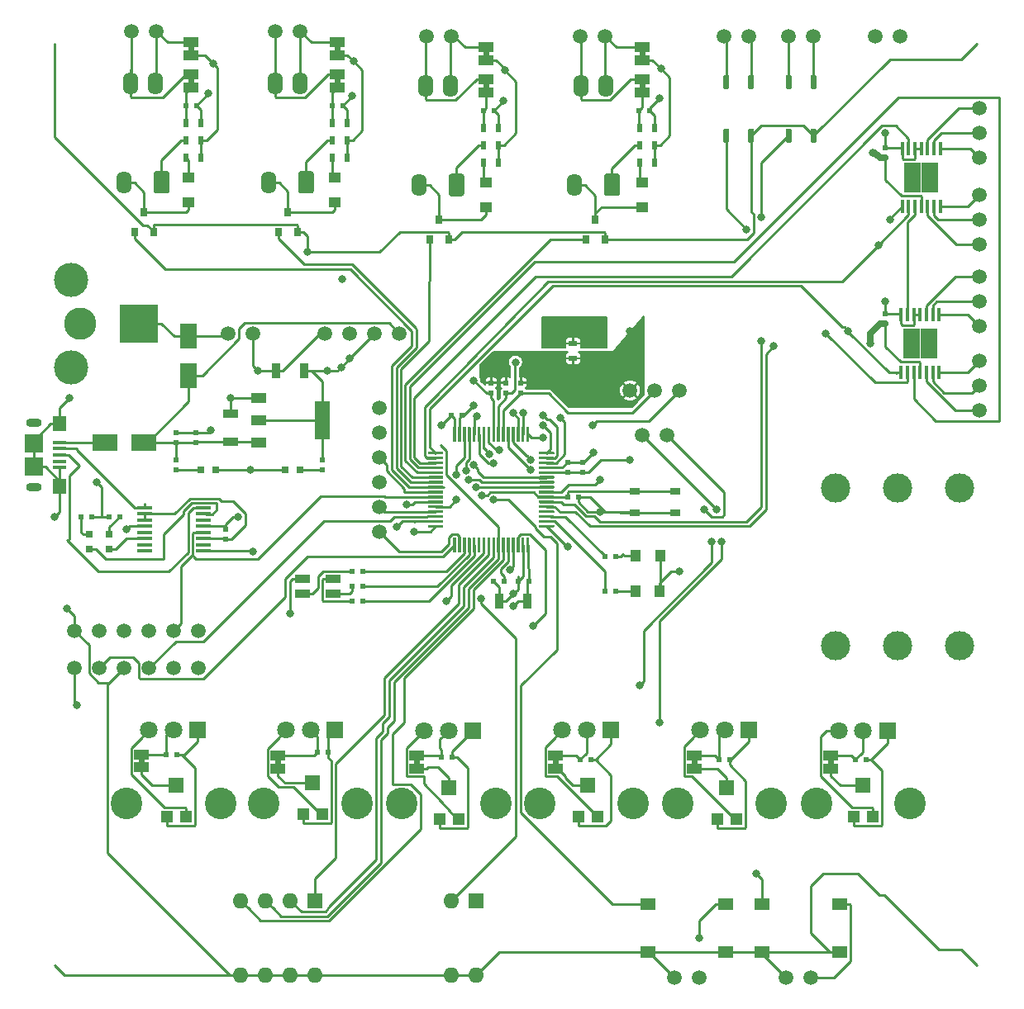
<source format=gbr>
G04 #@! TF.GenerationSoftware,KiCad,Pcbnew,(5.1.5)-3*
G04 #@! TF.CreationDate,2020-04-16T22:09:36-07:00*
G04 #@! TF.ProjectId,Digital_Board_Rev_1,44696769-7461-46c5-9f42-6f6172645f52,rev?*
G04 #@! TF.SameCoordinates,Original*
G04 #@! TF.FileFunction,Copper,L1,Top*
G04 #@! TF.FilePolarity,Positive*
%FSLAX46Y46*%
G04 Gerber Fmt 4.6, Leading zero omitted, Abs format (unit mm)*
G04 Created by KiCad (PCBNEW (5.1.5)-3) date 2020-04-16 22:09:36*
%MOMM*%
%LPD*%
G04 APERTURE LIST*
%ADD10C,0.100000*%
%ADD11O,1.200000X0.500000*%
%ADD12R,1.899920X1.899920*%
%ADD13R,1.399540X1.597660*%
%ADD14O,1.597660X0.899160*%
%ADD15R,1.348740X0.398780*%
%ADD16R,1.498600X0.299720*%
%ADD17R,0.599440X0.497840*%
%ADD18C,1.506220*%
%ADD19R,1.198880X1.198880*%
%ADD20R,1.597660X1.498600*%
%ADD21R,1.500000X1.000000*%
%ADD22R,0.497840X0.599440*%
%ADD23C,3.500000*%
%ADD24C,3.300000*%
%ADD25R,4.000000X4.000000*%
%ADD26C,3.000000*%
%ADD27O,1.570000X2.290000*%
%ADD28R,0.797560X0.899160*%
%ADD29R,1.800000X1.500000*%
%ADD30R,0.450000X1.450000*%
%ADD31R,1.498600X0.998220*%
%ADD32R,1.498600X3.997960*%
%ADD33R,1.049020X0.647700*%
%ADD34R,1.549400X1.297940*%
%ADD35O,1.600000X1.600000*%
%ADD36R,1.600000X1.600000*%
%ADD37C,3.240000*%
%ADD38C,1.800000*%
%ADD39R,1.800000X1.800000*%
%ADD40R,0.899160X0.599440*%
%ADD41R,0.599440X0.899160*%
%ADD42R,1.699260X2.499360*%
%ADD43R,1.099820X1.249680*%
%ADD44R,1.498600X0.899160*%
%ADD45R,1.249680X1.099820*%
%ADD46R,0.797560X0.797560*%
%ADD47R,2.499360X1.699260*%
%ADD48R,0.899160X1.597660*%
%ADD49R,1.597660X0.899160*%
%ADD50C,0.800000*%
%ADD51C,0.250000*%
%ADD52C,0.635000*%
%ADD53C,0.203200*%
G04 APERTURE END LIST*
D10*
G36*
X43226000Y-32516000D02*
G01*
X43226000Y-33016000D01*
X42626000Y-33016000D01*
X42626000Y-32516000D01*
X43226000Y-32516000D01*
G37*
G36*
X42626000Y-29714000D02*
G01*
X42626000Y-29214000D01*
X43226000Y-29214000D01*
X43226000Y-29714000D01*
X42626000Y-29714000D01*
G37*
G36*
X58212000Y-32516000D02*
G01*
X58212000Y-33016000D01*
X57612000Y-33016000D01*
X57612000Y-32516000D01*
X58212000Y-32516000D01*
G37*
G36*
X57612000Y-29714000D02*
G01*
X57612000Y-29214000D01*
X58212000Y-29214000D01*
X58212000Y-29714000D01*
X57612000Y-29714000D01*
G37*
G36*
X73452000Y-33024000D02*
G01*
X73452000Y-33524000D01*
X72852000Y-33524000D01*
X72852000Y-33024000D01*
X73452000Y-33024000D01*
G37*
G36*
X72852000Y-30222000D02*
G01*
X72852000Y-29722000D01*
X73452000Y-29722000D01*
X73452000Y-30222000D01*
X72852000Y-30222000D01*
G37*
G36*
X89454000Y-33024000D02*
G01*
X89454000Y-33524000D01*
X88854000Y-33524000D01*
X88854000Y-33024000D01*
X89454000Y-33024000D01*
G37*
G36*
X88854000Y-30222000D02*
G01*
X88854000Y-29722000D01*
X89454000Y-29722000D01*
X89454000Y-30222000D01*
X88854000Y-30222000D01*
G37*
G36*
X108758000Y-102366000D02*
G01*
X108758000Y-102866000D01*
X108158000Y-102866000D01*
X108158000Y-102366000D01*
X108758000Y-102366000D01*
G37*
G36*
X94799140Y-102366000D02*
G01*
X94799140Y-102866000D01*
X94199140Y-102866000D01*
X94199140Y-102366000D01*
X94799140Y-102366000D01*
G37*
G36*
X80564000Y-102366000D02*
G01*
X80564000Y-102866000D01*
X79964000Y-102866000D01*
X79964000Y-102366000D01*
X80564000Y-102366000D01*
G37*
G36*
X66340000Y-102366000D02*
G01*
X66340000Y-102866000D01*
X65740000Y-102866000D01*
X65740000Y-102366000D01*
X66340000Y-102366000D01*
G37*
G36*
X52116000Y-102366000D02*
G01*
X52116000Y-102866000D01*
X51516000Y-102866000D01*
X51516000Y-102366000D01*
X52116000Y-102366000D01*
G37*
G36*
X38146000Y-102254000D02*
G01*
X38146000Y-102754000D01*
X37546000Y-102754000D01*
X37546000Y-102254000D01*
X38146000Y-102254000D01*
G37*
D11*
X26794000Y-74420000D03*
X26794000Y-67820000D03*
D12*
X26789380Y-72318880D03*
X26789380Y-69921120D03*
D13*
X29464000Y-74317860D03*
X29464000Y-67922140D03*
D14*
X26794460Y-74419460D03*
X26794460Y-67820540D03*
D15*
X29464000Y-72417940D03*
X29464000Y-71767700D03*
X29464000Y-71120000D03*
X29464000Y-70472300D03*
X29464000Y-69822060D03*
D16*
X38148260Y-80962500D03*
X38148260Y-80327500D03*
X38148260Y-79692500D03*
X38148260Y-79057500D03*
X38148260Y-78422500D03*
X38148260Y-77787500D03*
X38148260Y-77152500D03*
X38148260Y-76517500D03*
X44147740Y-76517500D03*
X44147740Y-77152500D03*
X44147740Y-77787500D03*
X44147740Y-78422500D03*
X44147740Y-79057500D03*
X44147740Y-79692500D03*
X44147740Y-80327500D03*
X44147740Y-80962500D03*
D17*
X114046000Y-56601360D03*
X114046000Y-57698640D03*
X114046000Y-39583360D03*
X114046000Y-40680640D03*
D18*
X115570000Y-28194000D03*
X113030000Y-28194000D03*
D19*
X56370220Y-107970320D03*
D20*
X55372000Y-104724200D03*
D19*
X54373780Y-107970320D03*
D21*
X42926000Y-33416000D03*
X42926000Y-32116000D03*
X42926000Y-28814000D03*
X42926000Y-30114000D03*
X57912000Y-33416000D03*
X57912000Y-32116000D03*
X57912000Y-28814000D03*
X57912000Y-30114000D03*
X73152000Y-33924000D03*
X73152000Y-32624000D03*
X73152000Y-29322000D03*
X73152000Y-30622000D03*
X89154000Y-33924000D03*
X89154000Y-32624000D03*
X89154000Y-29322000D03*
X89154000Y-30622000D03*
D18*
X92456000Y-124714000D03*
X94996000Y-124714000D03*
X103886000Y-124714000D03*
X106426000Y-124714000D03*
D22*
X43474640Y-35306000D03*
X42377360Y-35306000D03*
X58460640Y-35306000D03*
X57363360Y-35306000D03*
X73954640Y-35814000D03*
X72857360Y-35814000D03*
X89873961Y-35814000D03*
X88776681Y-35814000D03*
D23*
X30592000Y-62158000D03*
X30592000Y-53158000D03*
D24*
X31592000Y-57658000D03*
D25*
X37592000Y-57658000D03*
G04 #@! TA.AperFunction,SMDPad,CuDef*
D10*
G36*
X104287837Y-32151982D02*
G01*
X104301185Y-32153962D01*
X104314274Y-32157241D01*
X104326979Y-32161787D01*
X104339177Y-32167556D01*
X104350751Y-32174493D01*
X104361589Y-32182531D01*
X104371587Y-32191593D01*
X104380649Y-32201591D01*
X104388687Y-32212429D01*
X104395624Y-32224003D01*
X104401393Y-32236201D01*
X104405939Y-32248906D01*
X104409218Y-32261995D01*
X104411198Y-32275343D01*
X104411860Y-32288820D01*
X104411860Y-33463820D01*
X104411198Y-33477297D01*
X104409218Y-33490645D01*
X104405939Y-33503734D01*
X104401393Y-33516439D01*
X104395624Y-33528637D01*
X104388687Y-33540211D01*
X104380649Y-33551049D01*
X104371587Y-33561047D01*
X104361589Y-33570109D01*
X104350751Y-33578147D01*
X104339177Y-33585084D01*
X104326979Y-33590853D01*
X104314274Y-33595399D01*
X104301185Y-33598678D01*
X104287837Y-33600658D01*
X104274360Y-33601320D01*
X103999360Y-33601320D01*
X103985883Y-33600658D01*
X103972535Y-33598678D01*
X103959446Y-33595399D01*
X103946741Y-33590853D01*
X103934543Y-33585084D01*
X103922969Y-33578147D01*
X103912131Y-33570109D01*
X103902133Y-33561047D01*
X103893071Y-33551049D01*
X103885033Y-33540211D01*
X103878096Y-33528637D01*
X103872327Y-33516439D01*
X103867781Y-33503734D01*
X103864502Y-33490645D01*
X103862522Y-33477297D01*
X103861860Y-33463820D01*
X103861860Y-32288820D01*
X103862522Y-32275343D01*
X103864502Y-32261995D01*
X103867781Y-32248906D01*
X103872327Y-32236201D01*
X103878096Y-32224003D01*
X103885033Y-32212429D01*
X103893071Y-32201591D01*
X103902133Y-32191593D01*
X103912131Y-32182531D01*
X103922969Y-32174493D01*
X103934543Y-32167556D01*
X103946741Y-32161787D01*
X103959446Y-32157241D01*
X103972535Y-32153962D01*
X103985883Y-32151982D01*
X103999360Y-32151320D01*
X104274360Y-32151320D01*
X104287837Y-32151982D01*
G37*
G04 #@! TD.AperFunction*
G04 #@! TA.AperFunction,SMDPad,CuDef*
G36*
X106827837Y-32151982D02*
G01*
X106841185Y-32153962D01*
X106854274Y-32157241D01*
X106866979Y-32161787D01*
X106879177Y-32167556D01*
X106890751Y-32174493D01*
X106901589Y-32182531D01*
X106911587Y-32191593D01*
X106920649Y-32201591D01*
X106928687Y-32212429D01*
X106935624Y-32224003D01*
X106941393Y-32236201D01*
X106945939Y-32248906D01*
X106949218Y-32261995D01*
X106951198Y-32275343D01*
X106951860Y-32288820D01*
X106951860Y-33463820D01*
X106951198Y-33477297D01*
X106949218Y-33490645D01*
X106945939Y-33503734D01*
X106941393Y-33516439D01*
X106935624Y-33528637D01*
X106928687Y-33540211D01*
X106920649Y-33551049D01*
X106911587Y-33561047D01*
X106901589Y-33570109D01*
X106890751Y-33578147D01*
X106879177Y-33585084D01*
X106866979Y-33590853D01*
X106854274Y-33595399D01*
X106841185Y-33598678D01*
X106827837Y-33600658D01*
X106814360Y-33601320D01*
X106539360Y-33601320D01*
X106525883Y-33600658D01*
X106512535Y-33598678D01*
X106499446Y-33595399D01*
X106486741Y-33590853D01*
X106474543Y-33585084D01*
X106462969Y-33578147D01*
X106452131Y-33570109D01*
X106442133Y-33561047D01*
X106433071Y-33551049D01*
X106425033Y-33540211D01*
X106418096Y-33528637D01*
X106412327Y-33516439D01*
X106407781Y-33503734D01*
X106404502Y-33490645D01*
X106402522Y-33477297D01*
X106401860Y-33463820D01*
X106401860Y-32288820D01*
X106402522Y-32275343D01*
X106404502Y-32261995D01*
X106407781Y-32248906D01*
X106412327Y-32236201D01*
X106418096Y-32224003D01*
X106425033Y-32212429D01*
X106433071Y-32201591D01*
X106442133Y-32191593D01*
X106452131Y-32182531D01*
X106462969Y-32174493D01*
X106474543Y-32167556D01*
X106486741Y-32161787D01*
X106499446Y-32157241D01*
X106512535Y-32153962D01*
X106525883Y-32151982D01*
X106539360Y-32151320D01*
X106814360Y-32151320D01*
X106827837Y-32151982D01*
G37*
G04 #@! TD.AperFunction*
G04 #@! TA.AperFunction,SMDPad,CuDef*
G36*
X106827837Y-37651982D02*
G01*
X106841185Y-37653962D01*
X106854274Y-37657241D01*
X106866979Y-37661787D01*
X106879177Y-37667556D01*
X106890751Y-37674493D01*
X106901589Y-37682531D01*
X106911587Y-37691593D01*
X106920649Y-37701591D01*
X106928687Y-37712429D01*
X106935624Y-37724003D01*
X106941393Y-37736201D01*
X106945939Y-37748906D01*
X106949218Y-37761995D01*
X106951198Y-37775343D01*
X106951860Y-37788820D01*
X106951860Y-38963820D01*
X106951198Y-38977297D01*
X106949218Y-38990645D01*
X106945939Y-39003734D01*
X106941393Y-39016439D01*
X106935624Y-39028637D01*
X106928687Y-39040211D01*
X106920649Y-39051049D01*
X106911587Y-39061047D01*
X106901589Y-39070109D01*
X106890751Y-39078147D01*
X106879177Y-39085084D01*
X106866979Y-39090853D01*
X106854274Y-39095399D01*
X106841185Y-39098678D01*
X106827837Y-39100658D01*
X106814360Y-39101320D01*
X106539360Y-39101320D01*
X106525883Y-39100658D01*
X106512535Y-39098678D01*
X106499446Y-39095399D01*
X106486741Y-39090853D01*
X106474543Y-39085084D01*
X106462969Y-39078147D01*
X106452131Y-39070109D01*
X106442133Y-39061047D01*
X106433071Y-39051049D01*
X106425033Y-39040211D01*
X106418096Y-39028637D01*
X106412327Y-39016439D01*
X106407781Y-39003734D01*
X106404502Y-38990645D01*
X106402522Y-38977297D01*
X106401860Y-38963820D01*
X106401860Y-37788820D01*
X106402522Y-37775343D01*
X106404502Y-37761995D01*
X106407781Y-37748906D01*
X106412327Y-37736201D01*
X106418096Y-37724003D01*
X106425033Y-37712429D01*
X106433071Y-37701591D01*
X106442133Y-37691593D01*
X106452131Y-37682531D01*
X106462969Y-37674493D01*
X106474543Y-37667556D01*
X106486741Y-37661787D01*
X106499446Y-37657241D01*
X106512535Y-37653962D01*
X106525883Y-37651982D01*
X106539360Y-37651320D01*
X106814360Y-37651320D01*
X106827837Y-37651982D01*
G37*
G04 #@! TD.AperFunction*
G04 #@! TA.AperFunction,SMDPad,CuDef*
G36*
X104287837Y-37651982D02*
G01*
X104301185Y-37653962D01*
X104314274Y-37657241D01*
X104326979Y-37661787D01*
X104339177Y-37667556D01*
X104350751Y-37674493D01*
X104361589Y-37682531D01*
X104371587Y-37691593D01*
X104380649Y-37701591D01*
X104388687Y-37712429D01*
X104395624Y-37724003D01*
X104401393Y-37736201D01*
X104405939Y-37748906D01*
X104409218Y-37761995D01*
X104411198Y-37775343D01*
X104411860Y-37788820D01*
X104411860Y-38963820D01*
X104411198Y-38977297D01*
X104409218Y-38990645D01*
X104405939Y-39003734D01*
X104401393Y-39016439D01*
X104395624Y-39028637D01*
X104388687Y-39040211D01*
X104380649Y-39051049D01*
X104371587Y-39061047D01*
X104361589Y-39070109D01*
X104350751Y-39078147D01*
X104339177Y-39085084D01*
X104326979Y-39090853D01*
X104314274Y-39095399D01*
X104301185Y-39098678D01*
X104287837Y-39100658D01*
X104274360Y-39101320D01*
X103999360Y-39101320D01*
X103985883Y-39100658D01*
X103972535Y-39098678D01*
X103959446Y-39095399D01*
X103946741Y-39090853D01*
X103934543Y-39085084D01*
X103922969Y-39078147D01*
X103912131Y-39070109D01*
X103902133Y-39061047D01*
X103893071Y-39051049D01*
X103885033Y-39040211D01*
X103878096Y-39028637D01*
X103872327Y-39016439D01*
X103867781Y-39003734D01*
X103864502Y-38990645D01*
X103862522Y-38977297D01*
X103861860Y-38963820D01*
X103861860Y-37788820D01*
X103862522Y-37775343D01*
X103864502Y-37761995D01*
X103867781Y-37748906D01*
X103872327Y-37736201D01*
X103878096Y-37724003D01*
X103885033Y-37712429D01*
X103893071Y-37701591D01*
X103902133Y-37691593D01*
X103912131Y-37682531D01*
X103922969Y-37674493D01*
X103934543Y-37667556D01*
X103946741Y-37661787D01*
X103959446Y-37657241D01*
X103972535Y-37653962D01*
X103985883Y-37651982D01*
X103999360Y-37651320D01*
X104274360Y-37651320D01*
X104287837Y-37651982D01*
G37*
G04 #@! TD.AperFunction*
G04 #@! TA.AperFunction,SMDPad,CuDef*
G36*
X97875837Y-32151982D02*
G01*
X97889185Y-32153962D01*
X97902274Y-32157241D01*
X97914979Y-32161787D01*
X97927177Y-32167556D01*
X97938751Y-32174493D01*
X97949589Y-32182531D01*
X97959587Y-32191593D01*
X97968649Y-32201591D01*
X97976687Y-32212429D01*
X97983624Y-32224003D01*
X97989393Y-32236201D01*
X97993939Y-32248906D01*
X97997218Y-32261995D01*
X97999198Y-32275343D01*
X97999860Y-32288820D01*
X97999860Y-33463820D01*
X97999198Y-33477297D01*
X97997218Y-33490645D01*
X97993939Y-33503734D01*
X97989393Y-33516439D01*
X97983624Y-33528637D01*
X97976687Y-33540211D01*
X97968649Y-33551049D01*
X97959587Y-33561047D01*
X97949589Y-33570109D01*
X97938751Y-33578147D01*
X97927177Y-33585084D01*
X97914979Y-33590853D01*
X97902274Y-33595399D01*
X97889185Y-33598678D01*
X97875837Y-33600658D01*
X97862360Y-33601320D01*
X97587360Y-33601320D01*
X97573883Y-33600658D01*
X97560535Y-33598678D01*
X97547446Y-33595399D01*
X97534741Y-33590853D01*
X97522543Y-33585084D01*
X97510969Y-33578147D01*
X97500131Y-33570109D01*
X97490133Y-33561047D01*
X97481071Y-33551049D01*
X97473033Y-33540211D01*
X97466096Y-33528637D01*
X97460327Y-33516439D01*
X97455781Y-33503734D01*
X97452502Y-33490645D01*
X97450522Y-33477297D01*
X97449860Y-33463820D01*
X97449860Y-32288820D01*
X97450522Y-32275343D01*
X97452502Y-32261995D01*
X97455781Y-32248906D01*
X97460327Y-32236201D01*
X97466096Y-32224003D01*
X97473033Y-32212429D01*
X97481071Y-32201591D01*
X97490133Y-32191593D01*
X97500131Y-32182531D01*
X97510969Y-32174493D01*
X97522543Y-32167556D01*
X97534741Y-32161787D01*
X97547446Y-32157241D01*
X97560535Y-32153962D01*
X97573883Y-32151982D01*
X97587360Y-32151320D01*
X97862360Y-32151320D01*
X97875837Y-32151982D01*
G37*
G04 #@! TD.AperFunction*
G04 #@! TA.AperFunction,SMDPad,CuDef*
G36*
X100415837Y-32151982D02*
G01*
X100429185Y-32153962D01*
X100442274Y-32157241D01*
X100454979Y-32161787D01*
X100467177Y-32167556D01*
X100478751Y-32174493D01*
X100489589Y-32182531D01*
X100499587Y-32191593D01*
X100508649Y-32201591D01*
X100516687Y-32212429D01*
X100523624Y-32224003D01*
X100529393Y-32236201D01*
X100533939Y-32248906D01*
X100537218Y-32261995D01*
X100539198Y-32275343D01*
X100539860Y-32288820D01*
X100539860Y-33463820D01*
X100539198Y-33477297D01*
X100537218Y-33490645D01*
X100533939Y-33503734D01*
X100529393Y-33516439D01*
X100523624Y-33528637D01*
X100516687Y-33540211D01*
X100508649Y-33551049D01*
X100499587Y-33561047D01*
X100489589Y-33570109D01*
X100478751Y-33578147D01*
X100467177Y-33585084D01*
X100454979Y-33590853D01*
X100442274Y-33595399D01*
X100429185Y-33598678D01*
X100415837Y-33600658D01*
X100402360Y-33601320D01*
X100127360Y-33601320D01*
X100113883Y-33600658D01*
X100100535Y-33598678D01*
X100087446Y-33595399D01*
X100074741Y-33590853D01*
X100062543Y-33585084D01*
X100050969Y-33578147D01*
X100040131Y-33570109D01*
X100030133Y-33561047D01*
X100021071Y-33551049D01*
X100013033Y-33540211D01*
X100006096Y-33528637D01*
X100000327Y-33516439D01*
X99995781Y-33503734D01*
X99992502Y-33490645D01*
X99990522Y-33477297D01*
X99989860Y-33463820D01*
X99989860Y-32288820D01*
X99990522Y-32275343D01*
X99992502Y-32261995D01*
X99995781Y-32248906D01*
X100000327Y-32236201D01*
X100006096Y-32224003D01*
X100013033Y-32212429D01*
X100021071Y-32201591D01*
X100030133Y-32191593D01*
X100040131Y-32182531D01*
X100050969Y-32174493D01*
X100062543Y-32167556D01*
X100074741Y-32161787D01*
X100087446Y-32157241D01*
X100100535Y-32153962D01*
X100113883Y-32151982D01*
X100127360Y-32151320D01*
X100402360Y-32151320D01*
X100415837Y-32151982D01*
G37*
G04 #@! TD.AperFunction*
G04 #@! TA.AperFunction,SMDPad,CuDef*
G36*
X100415837Y-37651982D02*
G01*
X100429185Y-37653962D01*
X100442274Y-37657241D01*
X100454979Y-37661787D01*
X100467177Y-37667556D01*
X100478751Y-37674493D01*
X100489589Y-37682531D01*
X100499587Y-37691593D01*
X100508649Y-37701591D01*
X100516687Y-37712429D01*
X100523624Y-37724003D01*
X100529393Y-37736201D01*
X100533939Y-37748906D01*
X100537218Y-37761995D01*
X100539198Y-37775343D01*
X100539860Y-37788820D01*
X100539860Y-38963820D01*
X100539198Y-38977297D01*
X100537218Y-38990645D01*
X100533939Y-39003734D01*
X100529393Y-39016439D01*
X100523624Y-39028637D01*
X100516687Y-39040211D01*
X100508649Y-39051049D01*
X100499587Y-39061047D01*
X100489589Y-39070109D01*
X100478751Y-39078147D01*
X100467177Y-39085084D01*
X100454979Y-39090853D01*
X100442274Y-39095399D01*
X100429185Y-39098678D01*
X100415837Y-39100658D01*
X100402360Y-39101320D01*
X100127360Y-39101320D01*
X100113883Y-39100658D01*
X100100535Y-39098678D01*
X100087446Y-39095399D01*
X100074741Y-39090853D01*
X100062543Y-39085084D01*
X100050969Y-39078147D01*
X100040131Y-39070109D01*
X100030133Y-39061047D01*
X100021071Y-39051049D01*
X100013033Y-39040211D01*
X100006096Y-39028637D01*
X100000327Y-39016439D01*
X99995781Y-39003734D01*
X99992502Y-38990645D01*
X99990522Y-38977297D01*
X99989860Y-38963820D01*
X99989860Y-37788820D01*
X99990522Y-37775343D01*
X99992502Y-37761995D01*
X99995781Y-37748906D01*
X100000327Y-37736201D01*
X100006096Y-37724003D01*
X100013033Y-37712429D01*
X100021071Y-37701591D01*
X100030133Y-37691593D01*
X100040131Y-37682531D01*
X100050969Y-37674493D01*
X100062543Y-37667556D01*
X100074741Y-37661787D01*
X100087446Y-37657241D01*
X100100535Y-37653962D01*
X100113883Y-37651982D01*
X100127360Y-37651320D01*
X100402360Y-37651320D01*
X100415837Y-37651982D01*
G37*
G04 #@! TD.AperFunction*
G04 #@! TA.AperFunction,SMDPad,CuDef*
G36*
X97875837Y-37651982D02*
G01*
X97889185Y-37653962D01*
X97902274Y-37657241D01*
X97914979Y-37661787D01*
X97927177Y-37667556D01*
X97938751Y-37674493D01*
X97949589Y-37682531D01*
X97959587Y-37691593D01*
X97968649Y-37701591D01*
X97976687Y-37712429D01*
X97983624Y-37724003D01*
X97989393Y-37736201D01*
X97993939Y-37748906D01*
X97997218Y-37761995D01*
X97999198Y-37775343D01*
X97999860Y-37788820D01*
X97999860Y-38963820D01*
X97999198Y-38977297D01*
X97997218Y-38990645D01*
X97993939Y-39003734D01*
X97989393Y-39016439D01*
X97983624Y-39028637D01*
X97976687Y-39040211D01*
X97968649Y-39051049D01*
X97959587Y-39061047D01*
X97949589Y-39070109D01*
X97938751Y-39078147D01*
X97927177Y-39085084D01*
X97914979Y-39090853D01*
X97902274Y-39095399D01*
X97889185Y-39098678D01*
X97875837Y-39100658D01*
X97862360Y-39101320D01*
X97587360Y-39101320D01*
X97573883Y-39100658D01*
X97560535Y-39098678D01*
X97547446Y-39095399D01*
X97534741Y-39090853D01*
X97522543Y-39085084D01*
X97510969Y-39078147D01*
X97500131Y-39070109D01*
X97490133Y-39061047D01*
X97481071Y-39051049D01*
X97473033Y-39040211D01*
X97466096Y-39028637D01*
X97460327Y-39016439D01*
X97455781Y-39003734D01*
X97452502Y-38990645D01*
X97450522Y-38977297D01*
X97449860Y-38963820D01*
X97449860Y-37788820D01*
X97450522Y-37775343D01*
X97452502Y-37761995D01*
X97455781Y-37748906D01*
X97460327Y-37736201D01*
X97466096Y-37724003D01*
X97473033Y-37712429D01*
X97481071Y-37701591D01*
X97490133Y-37691593D01*
X97500131Y-37682531D01*
X97510969Y-37674493D01*
X97522543Y-37667556D01*
X97534741Y-37661787D01*
X97547446Y-37657241D01*
X97560535Y-37653962D01*
X97573883Y-37651982D01*
X97587360Y-37651320D01*
X97862360Y-37651320D01*
X97875837Y-37651982D01*
G37*
G04 #@! TD.AperFunction*
D26*
X121666000Y-74478000D03*
X115316000Y-74478000D03*
X121666000Y-90678000D03*
X115316000Y-90678000D03*
X108966000Y-74478000D03*
X108966000Y-90678000D03*
D18*
X106680000Y-28194000D03*
X104140000Y-28194000D03*
X100076000Y-28194000D03*
X97536000Y-28194000D03*
D17*
X73660000Y-63713360D03*
X73660000Y-64810640D03*
G04 #@! TA.AperFunction,SMDPad,CuDef*
D10*
G36*
X77492351Y-79576361D02*
G01*
X77499632Y-79577441D01*
X77506771Y-79579229D01*
X77513701Y-79581709D01*
X77520355Y-79584856D01*
X77526668Y-79588640D01*
X77532579Y-79593024D01*
X77538033Y-79597967D01*
X77542976Y-79603421D01*
X77547360Y-79609332D01*
X77551144Y-79615645D01*
X77554291Y-79622299D01*
X77556771Y-79629229D01*
X77558559Y-79636368D01*
X77559639Y-79643649D01*
X77560000Y-79651000D01*
X77560000Y-81051000D01*
X77559639Y-81058351D01*
X77558559Y-81065632D01*
X77556771Y-81072771D01*
X77554291Y-81079701D01*
X77551144Y-81086355D01*
X77547360Y-81092668D01*
X77542976Y-81098579D01*
X77538033Y-81104033D01*
X77532579Y-81108976D01*
X77526668Y-81113360D01*
X77520355Y-81117144D01*
X77513701Y-81120291D01*
X77506771Y-81122771D01*
X77499632Y-81124559D01*
X77492351Y-81125639D01*
X77485000Y-81126000D01*
X77335000Y-81126000D01*
X77327649Y-81125639D01*
X77320368Y-81124559D01*
X77313229Y-81122771D01*
X77306299Y-81120291D01*
X77299645Y-81117144D01*
X77293332Y-81113360D01*
X77287421Y-81108976D01*
X77281967Y-81104033D01*
X77277024Y-81098579D01*
X77272640Y-81092668D01*
X77268856Y-81086355D01*
X77265709Y-81079701D01*
X77263229Y-81072771D01*
X77261441Y-81065632D01*
X77260361Y-81058351D01*
X77260000Y-81051000D01*
X77260000Y-79651000D01*
X77260361Y-79643649D01*
X77261441Y-79636368D01*
X77263229Y-79629229D01*
X77265709Y-79622299D01*
X77268856Y-79615645D01*
X77272640Y-79609332D01*
X77277024Y-79603421D01*
X77281967Y-79597967D01*
X77287421Y-79593024D01*
X77293332Y-79588640D01*
X77299645Y-79584856D01*
X77306299Y-79581709D01*
X77313229Y-79579229D01*
X77320368Y-79577441D01*
X77327649Y-79576361D01*
X77335000Y-79576000D01*
X77485000Y-79576000D01*
X77492351Y-79576361D01*
G37*
G04 #@! TD.AperFunction*
G04 #@! TA.AperFunction,SMDPad,CuDef*
G36*
X76992351Y-79576361D02*
G01*
X76999632Y-79577441D01*
X77006771Y-79579229D01*
X77013701Y-79581709D01*
X77020355Y-79584856D01*
X77026668Y-79588640D01*
X77032579Y-79593024D01*
X77038033Y-79597967D01*
X77042976Y-79603421D01*
X77047360Y-79609332D01*
X77051144Y-79615645D01*
X77054291Y-79622299D01*
X77056771Y-79629229D01*
X77058559Y-79636368D01*
X77059639Y-79643649D01*
X77060000Y-79651000D01*
X77060000Y-81051000D01*
X77059639Y-81058351D01*
X77058559Y-81065632D01*
X77056771Y-81072771D01*
X77054291Y-81079701D01*
X77051144Y-81086355D01*
X77047360Y-81092668D01*
X77042976Y-81098579D01*
X77038033Y-81104033D01*
X77032579Y-81108976D01*
X77026668Y-81113360D01*
X77020355Y-81117144D01*
X77013701Y-81120291D01*
X77006771Y-81122771D01*
X76999632Y-81124559D01*
X76992351Y-81125639D01*
X76985000Y-81126000D01*
X76835000Y-81126000D01*
X76827649Y-81125639D01*
X76820368Y-81124559D01*
X76813229Y-81122771D01*
X76806299Y-81120291D01*
X76799645Y-81117144D01*
X76793332Y-81113360D01*
X76787421Y-81108976D01*
X76781967Y-81104033D01*
X76777024Y-81098579D01*
X76772640Y-81092668D01*
X76768856Y-81086355D01*
X76765709Y-81079701D01*
X76763229Y-81072771D01*
X76761441Y-81065632D01*
X76760361Y-81058351D01*
X76760000Y-81051000D01*
X76760000Y-79651000D01*
X76760361Y-79643649D01*
X76761441Y-79636368D01*
X76763229Y-79629229D01*
X76765709Y-79622299D01*
X76768856Y-79615645D01*
X76772640Y-79609332D01*
X76777024Y-79603421D01*
X76781967Y-79597967D01*
X76787421Y-79593024D01*
X76793332Y-79588640D01*
X76799645Y-79584856D01*
X76806299Y-79581709D01*
X76813229Y-79579229D01*
X76820368Y-79577441D01*
X76827649Y-79576361D01*
X76835000Y-79576000D01*
X76985000Y-79576000D01*
X76992351Y-79576361D01*
G37*
G04 #@! TD.AperFunction*
G04 #@! TA.AperFunction,SMDPad,CuDef*
G36*
X76492351Y-79576361D02*
G01*
X76499632Y-79577441D01*
X76506771Y-79579229D01*
X76513701Y-79581709D01*
X76520355Y-79584856D01*
X76526668Y-79588640D01*
X76532579Y-79593024D01*
X76538033Y-79597967D01*
X76542976Y-79603421D01*
X76547360Y-79609332D01*
X76551144Y-79615645D01*
X76554291Y-79622299D01*
X76556771Y-79629229D01*
X76558559Y-79636368D01*
X76559639Y-79643649D01*
X76560000Y-79651000D01*
X76560000Y-81051000D01*
X76559639Y-81058351D01*
X76558559Y-81065632D01*
X76556771Y-81072771D01*
X76554291Y-81079701D01*
X76551144Y-81086355D01*
X76547360Y-81092668D01*
X76542976Y-81098579D01*
X76538033Y-81104033D01*
X76532579Y-81108976D01*
X76526668Y-81113360D01*
X76520355Y-81117144D01*
X76513701Y-81120291D01*
X76506771Y-81122771D01*
X76499632Y-81124559D01*
X76492351Y-81125639D01*
X76485000Y-81126000D01*
X76335000Y-81126000D01*
X76327649Y-81125639D01*
X76320368Y-81124559D01*
X76313229Y-81122771D01*
X76306299Y-81120291D01*
X76299645Y-81117144D01*
X76293332Y-81113360D01*
X76287421Y-81108976D01*
X76281967Y-81104033D01*
X76277024Y-81098579D01*
X76272640Y-81092668D01*
X76268856Y-81086355D01*
X76265709Y-81079701D01*
X76263229Y-81072771D01*
X76261441Y-81065632D01*
X76260361Y-81058351D01*
X76260000Y-81051000D01*
X76260000Y-79651000D01*
X76260361Y-79643649D01*
X76261441Y-79636368D01*
X76263229Y-79629229D01*
X76265709Y-79622299D01*
X76268856Y-79615645D01*
X76272640Y-79609332D01*
X76277024Y-79603421D01*
X76281967Y-79597967D01*
X76287421Y-79593024D01*
X76293332Y-79588640D01*
X76299645Y-79584856D01*
X76306299Y-79581709D01*
X76313229Y-79579229D01*
X76320368Y-79577441D01*
X76327649Y-79576361D01*
X76335000Y-79576000D01*
X76485000Y-79576000D01*
X76492351Y-79576361D01*
G37*
G04 #@! TD.AperFunction*
G04 #@! TA.AperFunction,SMDPad,CuDef*
G36*
X75992351Y-79576361D02*
G01*
X75999632Y-79577441D01*
X76006771Y-79579229D01*
X76013701Y-79581709D01*
X76020355Y-79584856D01*
X76026668Y-79588640D01*
X76032579Y-79593024D01*
X76038033Y-79597967D01*
X76042976Y-79603421D01*
X76047360Y-79609332D01*
X76051144Y-79615645D01*
X76054291Y-79622299D01*
X76056771Y-79629229D01*
X76058559Y-79636368D01*
X76059639Y-79643649D01*
X76060000Y-79651000D01*
X76060000Y-81051000D01*
X76059639Y-81058351D01*
X76058559Y-81065632D01*
X76056771Y-81072771D01*
X76054291Y-81079701D01*
X76051144Y-81086355D01*
X76047360Y-81092668D01*
X76042976Y-81098579D01*
X76038033Y-81104033D01*
X76032579Y-81108976D01*
X76026668Y-81113360D01*
X76020355Y-81117144D01*
X76013701Y-81120291D01*
X76006771Y-81122771D01*
X75999632Y-81124559D01*
X75992351Y-81125639D01*
X75985000Y-81126000D01*
X75835000Y-81126000D01*
X75827649Y-81125639D01*
X75820368Y-81124559D01*
X75813229Y-81122771D01*
X75806299Y-81120291D01*
X75799645Y-81117144D01*
X75793332Y-81113360D01*
X75787421Y-81108976D01*
X75781967Y-81104033D01*
X75777024Y-81098579D01*
X75772640Y-81092668D01*
X75768856Y-81086355D01*
X75765709Y-81079701D01*
X75763229Y-81072771D01*
X75761441Y-81065632D01*
X75760361Y-81058351D01*
X75760000Y-81051000D01*
X75760000Y-79651000D01*
X75760361Y-79643649D01*
X75761441Y-79636368D01*
X75763229Y-79629229D01*
X75765709Y-79622299D01*
X75768856Y-79615645D01*
X75772640Y-79609332D01*
X75777024Y-79603421D01*
X75781967Y-79597967D01*
X75787421Y-79593024D01*
X75793332Y-79588640D01*
X75799645Y-79584856D01*
X75806299Y-79581709D01*
X75813229Y-79579229D01*
X75820368Y-79577441D01*
X75827649Y-79576361D01*
X75835000Y-79576000D01*
X75985000Y-79576000D01*
X75992351Y-79576361D01*
G37*
G04 #@! TD.AperFunction*
G04 #@! TA.AperFunction,SMDPad,CuDef*
G36*
X75492351Y-79576361D02*
G01*
X75499632Y-79577441D01*
X75506771Y-79579229D01*
X75513701Y-79581709D01*
X75520355Y-79584856D01*
X75526668Y-79588640D01*
X75532579Y-79593024D01*
X75538033Y-79597967D01*
X75542976Y-79603421D01*
X75547360Y-79609332D01*
X75551144Y-79615645D01*
X75554291Y-79622299D01*
X75556771Y-79629229D01*
X75558559Y-79636368D01*
X75559639Y-79643649D01*
X75560000Y-79651000D01*
X75560000Y-81051000D01*
X75559639Y-81058351D01*
X75558559Y-81065632D01*
X75556771Y-81072771D01*
X75554291Y-81079701D01*
X75551144Y-81086355D01*
X75547360Y-81092668D01*
X75542976Y-81098579D01*
X75538033Y-81104033D01*
X75532579Y-81108976D01*
X75526668Y-81113360D01*
X75520355Y-81117144D01*
X75513701Y-81120291D01*
X75506771Y-81122771D01*
X75499632Y-81124559D01*
X75492351Y-81125639D01*
X75485000Y-81126000D01*
X75335000Y-81126000D01*
X75327649Y-81125639D01*
X75320368Y-81124559D01*
X75313229Y-81122771D01*
X75306299Y-81120291D01*
X75299645Y-81117144D01*
X75293332Y-81113360D01*
X75287421Y-81108976D01*
X75281967Y-81104033D01*
X75277024Y-81098579D01*
X75272640Y-81092668D01*
X75268856Y-81086355D01*
X75265709Y-81079701D01*
X75263229Y-81072771D01*
X75261441Y-81065632D01*
X75260361Y-81058351D01*
X75260000Y-81051000D01*
X75260000Y-79651000D01*
X75260361Y-79643649D01*
X75261441Y-79636368D01*
X75263229Y-79629229D01*
X75265709Y-79622299D01*
X75268856Y-79615645D01*
X75272640Y-79609332D01*
X75277024Y-79603421D01*
X75281967Y-79597967D01*
X75287421Y-79593024D01*
X75293332Y-79588640D01*
X75299645Y-79584856D01*
X75306299Y-79581709D01*
X75313229Y-79579229D01*
X75320368Y-79577441D01*
X75327649Y-79576361D01*
X75335000Y-79576000D01*
X75485000Y-79576000D01*
X75492351Y-79576361D01*
G37*
G04 #@! TD.AperFunction*
G04 #@! TA.AperFunction,SMDPad,CuDef*
G36*
X74992351Y-79576361D02*
G01*
X74999632Y-79577441D01*
X75006771Y-79579229D01*
X75013701Y-79581709D01*
X75020355Y-79584856D01*
X75026668Y-79588640D01*
X75032579Y-79593024D01*
X75038033Y-79597967D01*
X75042976Y-79603421D01*
X75047360Y-79609332D01*
X75051144Y-79615645D01*
X75054291Y-79622299D01*
X75056771Y-79629229D01*
X75058559Y-79636368D01*
X75059639Y-79643649D01*
X75060000Y-79651000D01*
X75060000Y-81051000D01*
X75059639Y-81058351D01*
X75058559Y-81065632D01*
X75056771Y-81072771D01*
X75054291Y-81079701D01*
X75051144Y-81086355D01*
X75047360Y-81092668D01*
X75042976Y-81098579D01*
X75038033Y-81104033D01*
X75032579Y-81108976D01*
X75026668Y-81113360D01*
X75020355Y-81117144D01*
X75013701Y-81120291D01*
X75006771Y-81122771D01*
X74999632Y-81124559D01*
X74992351Y-81125639D01*
X74985000Y-81126000D01*
X74835000Y-81126000D01*
X74827649Y-81125639D01*
X74820368Y-81124559D01*
X74813229Y-81122771D01*
X74806299Y-81120291D01*
X74799645Y-81117144D01*
X74793332Y-81113360D01*
X74787421Y-81108976D01*
X74781967Y-81104033D01*
X74777024Y-81098579D01*
X74772640Y-81092668D01*
X74768856Y-81086355D01*
X74765709Y-81079701D01*
X74763229Y-81072771D01*
X74761441Y-81065632D01*
X74760361Y-81058351D01*
X74760000Y-81051000D01*
X74760000Y-79651000D01*
X74760361Y-79643649D01*
X74761441Y-79636368D01*
X74763229Y-79629229D01*
X74765709Y-79622299D01*
X74768856Y-79615645D01*
X74772640Y-79609332D01*
X74777024Y-79603421D01*
X74781967Y-79597967D01*
X74787421Y-79593024D01*
X74793332Y-79588640D01*
X74799645Y-79584856D01*
X74806299Y-79581709D01*
X74813229Y-79579229D01*
X74820368Y-79577441D01*
X74827649Y-79576361D01*
X74835000Y-79576000D01*
X74985000Y-79576000D01*
X74992351Y-79576361D01*
G37*
G04 #@! TD.AperFunction*
G04 #@! TA.AperFunction,SMDPad,CuDef*
G36*
X74492351Y-79576361D02*
G01*
X74499632Y-79577441D01*
X74506771Y-79579229D01*
X74513701Y-79581709D01*
X74520355Y-79584856D01*
X74526668Y-79588640D01*
X74532579Y-79593024D01*
X74538033Y-79597967D01*
X74542976Y-79603421D01*
X74547360Y-79609332D01*
X74551144Y-79615645D01*
X74554291Y-79622299D01*
X74556771Y-79629229D01*
X74558559Y-79636368D01*
X74559639Y-79643649D01*
X74560000Y-79651000D01*
X74560000Y-81051000D01*
X74559639Y-81058351D01*
X74558559Y-81065632D01*
X74556771Y-81072771D01*
X74554291Y-81079701D01*
X74551144Y-81086355D01*
X74547360Y-81092668D01*
X74542976Y-81098579D01*
X74538033Y-81104033D01*
X74532579Y-81108976D01*
X74526668Y-81113360D01*
X74520355Y-81117144D01*
X74513701Y-81120291D01*
X74506771Y-81122771D01*
X74499632Y-81124559D01*
X74492351Y-81125639D01*
X74485000Y-81126000D01*
X74335000Y-81126000D01*
X74327649Y-81125639D01*
X74320368Y-81124559D01*
X74313229Y-81122771D01*
X74306299Y-81120291D01*
X74299645Y-81117144D01*
X74293332Y-81113360D01*
X74287421Y-81108976D01*
X74281967Y-81104033D01*
X74277024Y-81098579D01*
X74272640Y-81092668D01*
X74268856Y-81086355D01*
X74265709Y-81079701D01*
X74263229Y-81072771D01*
X74261441Y-81065632D01*
X74260361Y-81058351D01*
X74260000Y-81051000D01*
X74260000Y-79651000D01*
X74260361Y-79643649D01*
X74261441Y-79636368D01*
X74263229Y-79629229D01*
X74265709Y-79622299D01*
X74268856Y-79615645D01*
X74272640Y-79609332D01*
X74277024Y-79603421D01*
X74281967Y-79597967D01*
X74287421Y-79593024D01*
X74293332Y-79588640D01*
X74299645Y-79584856D01*
X74306299Y-79581709D01*
X74313229Y-79579229D01*
X74320368Y-79577441D01*
X74327649Y-79576361D01*
X74335000Y-79576000D01*
X74485000Y-79576000D01*
X74492351Y-79576361D01*
G37*
G04 #@! TD.AperFunction*
G04 #@! TA.AperFunction,SMDPad,CuDef*
G36*
X73992351Y-79576361D02*
G01*
X73999632Y-79577441D01*
X74006771Y-79579229D01*
X74013701Y-79581709D01*
X74020355Y-79584856D01*
X74026668Y-79588640D01*
X74032579Y-79593024D01*
X74038033Y-79597967D01*
X74042976Y-79603421D01*
X74047360Y-79609332D01*
X74051144Y-79615645D01*
X74054291Y-79622299D01*
X74056771Y-79629229D01*
X74058559Y-79636368D01*
X74059639Y-79643649D01*
X74060000Y-79651000D01*
X74060000Y-81051000D01*
X74059639Y-81058351D01*
X74058559Y-81065632D01*
X74056771Y-81072771D01*
X74054291Y-81079701D01*
X74051144Y-81086355D01*
X74047360Y-81092668D01*
X74042976Y-81098579D01*
X74038033Y-81104033D01*
X74032579Y-81108976D01*
X74026668Y-81113360D01*
X74020355Y-81117144D01*
X74013701Y-81120291D01*
X74006771Y-81122771D01*
X73999632Y-81124559D01*
X73992351Y-81125639D01*
X73985000Y-81126000D01*
X73835000Y-81126000D01*
X73827649Y-81125639D01*
X73820368Y-81124559D01*
X73813229Y-81122771D01*
X73806299Y-81120291D01*
X73799645Y-81117144D01*
X73793332Y-81113360D01*
X73787421Y-81108976D01*
X73781967Y-81104033D01*
X73777024Y-81098579D01*
X73772640Y-81092668D01*
X73768856Y-81086355D01*
X73765709Y-81079701D01*
X73763229Y-81072771D01*
X73761441Y-81065632D01*
X73760361Y-81058351D01*
X73760000Y-81051000D01*
X73760000Y-79651000D01*
X73760361Y-79643649D01*
X73761441Y-79636368D01*
X73763229Y-79629229D01*
X73765709Y-79622299D01*
X73768856Y-79615645D01*
X73772640Y-79609332D01*
X73777024Y-79603421D01*
X73781967Y-79597967D01*
X73787421Y-79593024D01*
X73793332Y-79588640D01*
X73799645Y-79584856D01*
X73806299Y-79581709D01*
X73813229Y-79579229D01*
X73820368Y-79577441D01*
X73827649Y-79576361D01*
X73835000Y-79576000D01*
X73985000Y-79576000D01*
X73992351Y-79576361D01*
G37*
G04 #@! TD.AperFunction*
G04 #@! TA.AperFunction,SMDPad,CuDef*
G36*
X73492351Y-79576361D02*
G01*
X73499632Y-79577441D01*
X73506771Y-79579229D01*
X73513701Y-79581709D01*
X73520355Y-79584856D01*
X73526668Y-79588640D01*
X73532579Y-79593024D01*
X73538033Y-79597967D01*
X73542976Y-79603421D01*
X73547360Y-79609332D01*
X73551144Y-79615645D01*
X73554291Y-79622299D01*
X73556771Y-79629229D01*
X73558559Y-79636368D01*
X73559639Y-79643649D01*
X73560000Y-79651000D01*
X73560000Y-81051000D01*
X73559639Y-81058351D01*
X73558559Y-81065632D01*
X73556771Y-81072771D01*
X73554291Y-81079701D01*
X73551144Y-81086355D01*
X73547360Y-81092668D01*
X73542976Y-81098579D01*
X73538033Y-81104033D01*
X73532579Y-81108976D01*
X73526668Y-81113360D01*
X73520355Y-81117144D01*
X73513701Y-81120291D01*
X73506771Y-81122771D01*
X73499632Y-81124559D01*
X73492351Y-81125639D01*
X73485000Y-81126000D01*
X73335000Y-81126000D01*
X73327649Y-81125639D01*
X73320368Y-81124559D01*
X73313229Y-81122771D01*
X73306299Y-81120291D01*
X73299645Y-81117144D01*
X73293332Y-81113360D01*
X73287421Y-81108976D01*
X73281967Y-81104033D01*
X73277024Y-81098579D01*
X73272640Y-81092668D01*
X73268856Y-81086355D01*
X73265709Y-81079701D01*
X73263229Y-81072771D01*
X73261441Y-81065632D01*
X73260361Y-81058351D01*
X73260000Y-81051000D01*
X73260000Y-79651000D01*
X73260361Y-79643649D01*
X73261441Y-79636368D01*
X73263229Y-79629229D01*
X73265709Y-79622299D01*
X73268856Y-79615645D01*
X73272640Y-79609332D01*
X73277024Y-79603421D01*
X73281967Y-79597967D01*
X73287421Y-79593024D01*
X73293332Y-79588640D01*
X73299645Y-79584856D01*
X73306299Y-79581709D01*
X73313229Y-79579229D01*
X73320368Y-79577441D01*
X73327649Y-79576361D01*
X73335000Y-79576000D01*
X73485000Y-79576000D01*
X73492351Y-79576361D01*
G37*
G04 #@! TD.AperFunction*
G04 #@! TA.AperFunction,SMDPad,CuDef*
G36*
X72992351Y-79576361D02*
G01*
X72999632Y-79577441D01*
X73006771Y-79579229D01*
X73013701Y-79581709D01*
X73020355Y-79584856D01*
X73026668Y-79588640D01*
X73032579Y-79593024D01*
X73038033Y-79597967D01*
X73042976Y-79603421D01*
X73047360Y-79609332D01*
X73051144Y-79615645D01*
X73054291Y-79622299D01*
X73056771Y-79629229D01*
X73058559Y-79636368D01*
X73059639Y-79643649D01*
X73060000Y-79651000D01*
X73060000Y-81051000D01*
X73059639Y-81058351D01*
X73058559Y-81065632D01*
X73056771Y-81072771D01*
X73054291Y-81079701D01*
X73051144Y-81086355D01*
X73047360Y-81092668D01*
X73042976Y-81098579D01*
X73038033Y-81104033D01*
X73032579Y-81108976D01*
X73026668Y-81113360D01*
X73020355Y-81117144D01*
X73013701Y-81120291D01*
X73006771Y-81122771D01*
X72999632Y-81124559D01*
X72992351Y-81125639D01*
X72985000Y-81126000D01*
X72835000Y-81126000D01*
X72827649Y-81125639D01*
X72820368Y-81124559D01*
X72813229Y-81122771D01*
X72806299Y-81120291D01*
X72799645Y-81117144D01*
X72793332Y-81113360D01*
X72787421Y-81108976D01*
X72781967Y-81104033D01*
X72777024Y-81098579D01*
X72772640Y-81092668D01*
X72768856Y-81086355D01*
X72765709Y-81079701D01*
X72763229Y-81072771D01*
X72761441Y-81065632D01*
X72760361Y-81058351D01*
X72760000Y-81051000D01*
X72760000Y-79651000D01*
X72760361Y-79643649D01*
X72761441Y-79636368D01*
X72763229Y-79629229D01*
X72765709Y-79622299D01*
X72768856Y-79615645D01*
X72772640Y-79609332D01*
X72777024Y-79603421D01*
X72781967Y-79597967D01*
X72787421Y-79593024D01*
X72793332Y-79588640D01*
X72799645Y-79584856D01*
X72806299Y-79581709D01*
X72813229Y-79579229D01*
X72820368Y-79577441D01*
X72827649Y-79576361D01*
X72835000Y-79576000D01*
X72985000Y-79576000D01*
X72992351Y-79576361D01*
G37*
G04 #@! TD.AperFunction*
G04 #@! TA.AperFunction,SMDPad,CuDef*
G36*
X72492351Y-79576361D02*
G01*
X72499632Y-79577441D01*
X72506771Y-79579229D01*
X72513701Y-79581709D01*
X72520355Y-79584856D01*
X72526668Y-79588640D01*
X72532579Y-79593024D01*
X72538033Y-79597967D01*
X72542976Y-79603421D01*
X72547360Y-79609332D01*
X72551144Y-79615645D01*
X72554291Y-79622299D01*
X72556771Y-79629229D01*
X72558559Y-79636368D01*
X72559639Y-79643649D01*
X72560000Y-79651000D01*
X72560000Y-81051000D01*
X72559639Y-81058351D01*
X72558559Y-81065632D01*
X72556771Y-81072771D01*
X72554291Y-81079701D01*
X72551144Y-81086355D01*
X72547360Y-81092668D01*
X72542976Y-81098579D01*
X72538033Y-81104033D01*
X72532579Y-81108976D01*
X72526668Y-81113360D01*
X72520355Y-81117144D01*
X72513701Y-81120291D01*
X72506771Y-81122771D01*
X72499632Y-81124559D01*
X72492351Y-81125639D01*
X72485000Y-81126000D01*
X72335000Y-81126000D01*
X72327649Y-81125639D01*
X72320368Y-81124559D01*
X72313229Y-81122771D01*
X72306299Y-81120291D01*
X72299645Y-81117144D01*
X72293332Y-81113360D01*
X72287421Y-81108976D01*
X72281967Y-81104033D01*
X72277024Y-81098579D01*
X72272640Y-81092668D01*
X72268856Y-81086355D01*
X72265709Y-81079701D01*
X72263229Y-81072771D01*
X72261441Y-81065632D01*
X72260361Y-81058351D01*
X72260000Y-81051000D01*
X72260000Y-79651000D01*
X72260361Y-79643649D01*
X72261441Y-79636368D01*
X72263229Y-79629229D01*
X72265709Y-79622299D01*
X72268856Y-79615645D01*
X72272640Y-79609332D01*
X72277024Y-79603421D01*
X72281967Y-79597967D01*
X72287421Y-79593024D01*
X72293332Y-79588640D01*
X72299645Y-79584856D01*
X72306299Y-79581709D01*
X72313229Y-79579229D01*
X72320368Y-79577441D01*
X72327649Y-79576361D01*
X72335000Y-79576000D01*
X72485000Y-79576000D01*
X72492351Y-79576361D01*
G37*
G04 #@! TD.AperFunction*
G04 #@! TA.AperFunction,SMDPad,CuDef*
G36*
X71992351Y-79576361D02*
G01*
X71999632Y-79577441D01*
X72006771Y-79579229D01*
X72013701Y-79581709D01*
X72020355Y-79584856D01*
X72026668Y-79588640D01*
X72032579Y-79593024D01*
X72038033Y-79597967D01*
X72042976Y-79603421D01*
X72047360Y-79609332D01*
X72051144Y-79615645D01*
X72054291Y-79622299D01*
X72056771Y-79629229D01*
X72058559Y-79636368D01*
X72059639Y-79643649D01*
X72060000Y-79651000D01*
X72060000Y-81051000D01*
X72059639Y-81058351D01*
X72058559Y-81065632D01*
X72056771Y-81072771D01*
X72054291Y-81079701D01*
X72051144Y-81086355D01*
X72047360Y-81092668D01*
X72042976Y-81098579D01*
X72038033Y-81104033D01*
X72032579Y-81108976D01*
X72026668Y-81113360D01*
X72020355Y-81117144D01*
X72013701Y-81120291D01*
X72006771Y-81122771D01*
X71999632Y-81124559D01*
X71992351Y-81125639D01*
X71985000Y-81126000D01*
X71835000Y-81126000D01*
X71827649Y-81125639D01*
X71820368Y-81124559D01*
X71813229Y-81122771D01*
X71806299Y-81120291D01*
X71799645Y-81117144D01*
X71793332Y-81113360D01*
X71787421Y-81108976D01*
X71781967Y-81104033D01*
X71777024Y-81098579D01*
X71772640Y-81092668D01*
X71768856Y-81086355D01*
X71765709Y-81079701D01*
X71763229Y-81072771D01*
X71761441Y-81065632D01*
X71760361Y-81058351D01*
X71760000Y-81051000D01*
X71760000Y-79651000D01*
X71760361Y-79643649D01*
X71761441Y-79636368D01*
X71763229Y-79629229D01*
X71765709Y-79622299D01*
X71768856Y-79615645D01*
X71772640Y-79609332D01*
X71777024Y-79603421D01*
X71781967Y-79597967D01*
X71787421Y-79593024D01*
X71793332Y-79588640D01*
X71799645Y-79584856D01*
X71806299Y-79581709D01*
X71813229Y-79579229D01*
X71820368Y-79577441D01*
X71827649Y-79576361D01*
X71835000Y-79576000D01*
X71985000Y-79576000D01*
X71992351Y-79576361D01*
G37*
G04 #@! TD.AperFunction*
G04 #@! TA.AperFunction,SMDPad,CuDef*
G36*
X71492351Y-79576361D02*
G01*
X71499632Y-79577441D01*
X71506771Y-79579229D01*
X71513701Y-79581709D01*
X71520355Y-79584856D01*
X71526668Y-79588640D01*
X71532579Y-79593024D01*
X71538033Y-79597967D01*
X71542976Y-79603421D01*
X71547360Y-79609332D01*
X71551144Y-79615645D01*
X71554291Y-79622299D01*
X71556771Y-79629229D01*
X71558559Y-79636368D01*
X71559639Y-79643649D01*
X71560000Y-79651000D01*
X71560000Y-81051000D01*
X71559639Y-81058351D01*
X71558559Y-81065632D01*
X71556771Y-81072771D01*
X71554291Y-81079701D01*
X71551144Y-81086355D01*
X71547360Y-81092668D01*
X71542976Y-81098579D01*
X71538033Y-81104033D01*
X71532579Y-81108976D01*
X71526668Y-81113360D01*
X71520355Y-81117144D01*
X71513701Y-81120291D01*
X71506771Y-81122771D01*
X71499632Y-81124559D01*
X71492351Y-81125639D01*
X71485000Y-81126000D01*
X71335000Y-81126000D01*
X71327649Y-81125639D01*
X71320368Y-81124559D01*
X71313229Y-81122771D01*
X71306299Y-81120291D01*
X71299645Y-81117144D01*
X71293332Y-81113360D01*
X71287421Y-81108976D01*
X71281967Y-81104033D01*
X71277024Y-81098579D01*
X71272640Y-81092668D01*
X71268856Y-81086355D01*
X71265709Y-81079701D01*
X71263229Y-81072771D01*
X71261441Y-81065632D01*
X71260361Y-81058351D01*
X71260000Y-81051000D01*
X71260000Y-79651000D01*
X71260361Y-79643649D01*
X71261441Y-79636368D01*
X71263229Y-79629229D01*
X71265709Y-79622299D01*
X71268856Y-79615645D01*
X71272640Y-79609332D01*
X71277024Y-79603421D01*
X71281967Y-79597967D01*
X71287421Y-79593024D01*
X71293332Y-79588640D01*
X71299645Y-79584856D01*
X71306299Y-79581709D01*
X71313229Y-79579229D01*
X71320368Y-79577441D01*
X71327649Y-79576361D01*
X71335000Y-79576000D01*
X71485000Y-79576000D01*
X71492351Y-79576361D01*
G37*
G04 #@! TD.AperFunction*
G04 #@! TA.AperFunction,SMDPad,CuDef*
G36*
X70992351Y-79576361D02*
G01*
X70999632Y-79577441D01*
X71006771Y-79579229D01*
X71013701Y-79581709D01*
X71020355Y-79584856D01*
X71026668Y-79588640D01*
X71032579Y-79593024D01*
X71038033Y-79597967D01*
X71042976Y-79603421D01*
X71047360Y-79609332D01*
X71051144Y-79615645D01*
X71054291Y-79622299D01*
X71056771Y-79629229D01*
X71058559Y-79636368D01*
X71059639Y-79643649D01*
X71060000Y-79651000D01*
X71060000Y-81051000D01*
X71059639Y-81058351D01*
X71058559Y-81065632D01*
X71056771Y-81072771D01*
X71054291Y-81079701D01*
X71051144Y-81086355D01*
X71047360Y-81092668D01*
X71042976Y-81098579D01*
X71038033Y-81104033D01*
X71032579Y-81108976D01*
X71026668Y-81113360D01*
X71020355Y-81117144D01*
X71013701Y-81120291D01*
X71006771Y-81122771D01*
X70999632Y-81124559D01*
X70992351Y-81125639D01*
X70985000Y-81126000D01*
X70835000Y-81126000D01*
X70827649Y-81125639D01*
X70820368Y-81124559D01*
X70813229Y-81122771D01*
X70806299Y-81120291D01*
X70799645Y-81117144D01*
X70793332Y-81113360D01*
X70787421Y-81108976D01*
X70781967Y-81104033D01*
X70777024Y-81098579D01*
X70772640Y-81092668D01*
X70768856Y-81086355D01*
X70765709Y-81079701D01*
X70763229Y-81072771D01*
X70761441Y-81065632D01*
X70760361Y-81058351D01*
X70760000Y-81051000D01*
X70760000Y-79651000D01*
X70760361Y-79643649D01*
X70761441Y-79636368D01*
X70763229Y-79629229D01*
X70765709Y-79622299D01*
X70768856Y-79615645D01*
X70772640Y-79609332D01*
X70777024Y-79603421D01*
X70781967Y-79597967D01*
X70787421Y-79593024D01*
X70793332Y-79588640D01*
X70799645Y-79584856D01*
X70806299Y-79581709D01*
X70813229Y-79579229D01*
X70820368Y-79577441D01*
X70827649Y-79576361D01*
X70835000Y-79576000D01*
X70985000Y-79576000D01*
X70992351Y-79576361D01*
G37*
G04 #@! TD.AperFunction*
G04 #@! TA.AperFunction,SMDPad,CuDef*
G36*
X70492351Y-79576361D02*
G01*
X70499632Y-79577441D01*
X70506771Y-79579229D01*
X70513701Y-79581709D01*
X70520355Y-79584856D01*
X70526668Y-79588640D01*
X70532579Y-79593024D01*
X70538033Y-79597967D01*
X70542976Y-79603421D01*
X70547360Y-79609332D01*
X70551144Y-79615645D01*
X70554291Y-79622299D01*
X70556771Y-79629229D01*
X70558559Y-79636368D01*
X70559639Y-79643649D01*
X70560000Y-79651000D01*
X70560000Y-81051000D01*
X70559639Y-81058351D01*
X70558559Y-81065632D01*
X70556771Y-81072771D01*
X70554291Y-81079701D01*
X70551144Y-81086355D01*
X70547360Y-81092668D01*
X70542976Y-81098579D01*
X70538033Y-81104033D01*
X70532579Y-81108976D01*
X70526668Y-81113360D01*
X70520355Y-81117144D01*
X70513701Y-81120291D01*
X70506771Y-81122771D01*
X70499632Y-81124559D01*
X70492351Y-81125639D01*
X70485000Y-81126000D01*
X70335000Y-81126000D01*
X70327649Y-81125639D01*
X70320368Y-81124559D01*
X70313229Y-81122771D01*
X70306299Y-81120291D01*
X70299645Y-81117144D01*
X70293332Y-81113360D01*
X70287421Y-81108976D01*
X70281967Y-81104033D01*
X70277024Y-81098579D01*
X70272640Y-81092668D01*
X70268856Y-81086355D01*
X70265709Y-81079701D01*
X70263229Y-81072771D01*
X70261441Y-81065632D01*
X70260361Y-81058351D01*
X70260000Y-81051000D01*
X70260000Y-79651000D01*
X70260361Y-79643649D01*
X70261441Y-79636368D01*
X70263229Y-79629229D01*
X70265709Y-79622299D01*
X70268856Y-79615645D01*
X70272640Y-79609332D01*
X70277024Y-79603421D01*
X70281967Y-79597967D01*
X70287421Y-79593024D01*
X70293332Y-79588640D01*
X70299645Y-79584856D01*
X70306299Y-79581709D01*
X70313229Y-79579229D01*
X70320368Y-79577441D01*
X70327649Y-79576361D01*
X70335000Y-79576000D01*
X70485000Y-79576000D01*
X70492351Y-79576361D01*
G37*
G04 #@! TD.AperFunction*
G04 #@! TA.AperFunction,SMDPad,CuDef*
G36*
X69992351Y-79576361D02*
G01*
X69999632Y-79577441D01*
X70006771Y-79579229D01*
X70013701Y-79581709D01*
X70020355Y-79584856D01*
X70026668Y-79588640D01*
X70032579Y-79593024D01*
X70038033Y-79597967D01*
X70042976Y-79603421D01*
X70047360Y-79609332D01*
X70051144Y-79615645D01*
X70054291Y-79622299D01*
X70056771Y-79629229D01*
X70058559Y-79636368D01*
X70059639Y-79643649D01*
X70060000Y-79651000D01*
X70060000Y-81051000D01*
X70059639Y-81058351D01*
X70058559Y-81065632D01*
X70056771Y-81072771D01*
X70054291Y-81079701D01*
X70051144Y-81086355D01*
X70047360Y-81092668D01*
X70042976Y-81098579D01*
X70038033Y-81104033D01*
X70032579Y-81108976D01*
X70026668Y-81113360D01*
X70020355Y-81117144D01*
X70013701Y-81120291D01*
X70006771Y-81122771D01*
X69999632Y-81124559D01*
X69992351Y-81125639D01*
X69985000Y-81126000D01*
X69835000Y-81126000D01*
X69827649Y-81125639D01*
X69820368Y-81124559D01*
X69813229Y-81122771D01*
X69806299Y-81120291D01*
X69799645Y-81117144D01*
X69793332Y-81113360D01*
X69787421Y-81108976D01*
X69781967Y-81104033D01*
X69777024Y-81098579D01*
X69772640Y-81092668D01*
X69768856Y-81086355D01*
X69765709Y-81079701D01*
X69763229Y-81072771D01*
X69761441Y-81065632D01*
X69760361Y-81058351D01*
X69760000Y-81051000D01*
X69760000Y-79651000D01*
X69760361Y-79643649D01*
X69761441Y-79636368D01*
X69763229Y-79629229D01*
X69765709Y-79622299D01*
X69768856Y-79615645D01*
X69772640Y-79609332D01*
X69777024Y-79603421D01*
X69781967Y-79597967D01*
X69787421Y-79593024D01*
X69793332Y-79588640D01*
X69799645Y-79584856D01*
X69806299Y-79581709D01*
X69813229Y-79579229D01*
X69820368Y-79577441D01*
X69827649Y-79576361D01*
X69835000Y-79576000D01*
X69985000Y-79576000D01*
X69992351Y-79576361D01*
G37*
G04 #@! TD.AperFunction*
G04 #@! TA.AperFunction,SMDPad,CuDef*
G36*
X68692351Y-78276361D02*
G01*
X68699632Y-78277441D01*
X68706771Y-78279229D01*
X68713701Y-78281709D01*
X68720355Y-78284856D01*
X68726668Y-78288640D01*
X68732579Y-78293024D01*
X68738033Y-78297967D01*
X68742976Y-78303421D01*
X68747360Y-78309332D01*
X68751144Y-78315645D01*
X68754291Y-78322299D01*
X68756771Y-78329229D01*
X68758559Y-78336368D01*
X68759639Y-78343649D01*
X68760000Y-78351000D01*
X68760000Y-78501000D01*
X68759639Y-78508351D01*
X68758559Y-78515632D01*
X68756771Y-78522771D01*
X68754291Y-78529701D01*
X68751144Y-78536355D01*
X68747360Y-78542668D01*
X68742976Y-78548579D01*
X68738033Y-78554033D01*
X68732579Y-78558976D01*
X68726668Y-78563360D01*
X68720355Y-78567144D01*
X68713701Y-78570291D01*
X68706771Y-78572771D01*
X68699632Y-78574559D01*
X68692351Y-78575639D01*
X68685000Y-78576000D01*
X67285000Y-78576000D01*
X67277649Y-78575639D01*
X67270368Y-78574559D01*
X67263229Y-78572771D01*
X67256299Y-78570291D01*
X67249645Y-78567144D01*
X67243332Y-78563360D01*
X67237421Y-78558976D01*
X67231967Y-78554033D01*
X67227024Y-78548579D01*
X67222640Y-78542668D01*
X67218856Y-78536355D01*
X67215709Y-78529701D01*
X67213229Y-78522771D01*
X67211441Y-78515632D01*
X67210361Y-78508351D01*
X67210000Y-78501000D01*
X67210000Y-78351000D01*
X67210361Y-78343649D01*
X67211441Y-78336368D01*
X67213229Y-78329229D01*
X67215709Y-78322299D01*
X67218856Y-78315645D01*
X67222640Y-78309332D01*
X67227024Y-78303421D01*
X67231967Y-78297967D01*
X67237421Y-78293024D01*
X67243332Y-78288640D01*
X67249645Y-78284856D01*
X67256299Y-78281709D01*
X67263229Y-78279229D01*
X67270368Y-78277441D01*
X67277649Y-78276361D01*
X67285000Y-78276000D01*
X68685000Y-78276000D01*
X68692351Y-78276361D01*
G37*
G04 #@! TD.AperFunction*
G04 #@! TA.AperFunction,SMDPad,CuDef*
G36*
X68692351Y-77776361D02*
G01*
X68699632Y-77777441D01*
X68706771Y-77779229D01*
X68713701Y-77781709D01*
X68720355Y-77784856D01*
X68726668Y-77788640D01*
X68732579Y-77793024D01*
X68738033Y-77797967D01*
X68742976Y-77803421D01*
X68747360Y-77809332D01*
X68751144Y-77815645D01*
X68754291Y-77822299D01*
X68756771Y-77829229D01*
X68758559Y-77836368D01*
X68759639Y-77843649D01*
X68760000Y-77851000D01*
X68760000Y-78001000D01*
X68759639Y-78008351D01*
X68758559Y-78015632D01*
X68756771Y-78022771D01*
X68754291Y-78029701D01*
X68751144Y-78036355D01*
X68747360Y-78042668D01*
X68742976Y-78048579D01*
X68738033Y-78054033D01*
X68732579Y-78058976D01*
X68726668Y-78063360D01*
X68720355Y-78067144D01*
X68713701Y-78070291D01*
X68706771Y-78072771D01*
X68699632Y-78074559D01*
X68692351Y-78075639D01*
X68685000Y-78076000D01*
X67285000Y-78076000D01*
X67277649Y-78075639D01*
X67270368Y-78074559D01*
X67263229Y-78072771D01*
X67256299Y-78070291D01*
X67249645Y-78067144D01*
X67243332Y-78063360D01*
X67237421Y-78058976D01*
X67231967Y-78054033D01*
X67227024Y-78048579D01*
X67222640Y-78042668D01*
X67218856Y-78036355D01*
X67215709Y-78029701D01*
X67213229Y-78022771D01*
X67211441Y-78015632D01*
X67210361Y-78008351D01*
X67210000Y-78001000D01*
X67210000Y-77851000D01*
X67210361Y-77843649D01*
X67211441Y-77836368D01*
X67213229Y-77829229D01*
X67215709Y-77822299D01*
X67218856Y-77815645D01*
X67222640Y-77809332D01*
X67227024Y-77803421D01*
X67231967Y-77797967D01*
X67237421Y-77793024D01*
X67243332Y-77788640D01*
X67249645Y-77784856D01*
X67256299Y-77781709D01*
X67263229Y-77779229D01*
X67270368Y-77777441D01*
X67277649Y-77776361D01*
X67285000Y-77776000D01*
X68685000Y-77776000D01*
X68692351Y-77776361D01*
G37*
G04 #@! TD.AperFunction*
G04 #@! TA.AperFunction,SMDPad,CuDef*
G36*
X68692351Y-77276361D02*
G01*
X68699632Y-77277441D01*
X68706771Y-77279229D01*
X68713701Y-77281709D01*
X68720355Y-77284856D01*
X68726668Y-77288640D01*
X68732579Y-77293024D01*
X68738033Y-77297967D01*
X68742976Y-77303421D01*
X68747360Y-77309332D01*
X68751144Y-77315645D01*
X68754291Y-77322299D01*
X68756771Y-77329229D01*
X68758559Y-77336368D01*
X68759639Y-77343649D01*
X68760000Y-77351000D01*
X68760000Y-77501000D01*
X68759639Y-77508351D01*
X68758559Y-77515632D01*
X68756771Y-77522771D01*
X68754291Y-77529701D01*
X68751144Y-77536355D01*
X68747360Y-77542668D01*
X68742976Y-77548579D01*
X68738033Y-77554033D01*
X68732579Y-77558976D01*
X68726668Y-77563360D01*
X68720355Y-77567144D01*
X68713701Y-77570291D01*
X68706771Y-77572771D01*
X68699632Y-77574559D01*
X68692351Y-77575639D01*
X68685000Y-77576000D01*
X67285000Y-77576000D01*
X67277649Y-77575639D01*
X67270368Y-77574559D01*
X67263229Y-77572771D01*
X67256299Y-77570291D01*
X67249645Y-77567144D01*
X67243332Y-77563360D01*
X67237421Y-77558976D01*
X67231967Y-77554033D01*
X67227024Y-77548579D01*
X67222640Y-77542668D01*
X67218856Y-77536355D01*
X67215709Y-77529701D01*
X67213229Y-77522771D01*
X67211441Y-77515632D01*
X67210361Y-77508351D01*
X67210000Y-77501000D01*
X67210000Y-77351000D01*
X67210361Y-77343649D01*
X67211441Y-77336368D01*
X67213229Y-77329229D01*
X67215709Y-77322299D01*
X67218856Y-77315645D01*
X67222640Y-77309332D01*
X67227024Y-77303421D01*
X67231967Y-77297967D01*
X67237421Y-77293024D01*
X67243332Y-77288640D01*
X67249645Y-77284856D01*
X67256299Y-77281709D01*
X67263229Y-77279229D01*
X67270368Y-77277441D01*
X67277649Y-77276361D01*
X67285000Y-77276000D01*
X68685000Y-77276000D01*
X68692351Y-77276361D01*
G37*
G04 #@! TD.AperFunction*
G04 #@! TA.AperFunction,SMDPad,CuDef*
G36*
X68692351Y-76776361D02*
G01*
X68699632Y-76777441D01*
X68706771Y-76779229D01*
X68713701Y-76781709D01*
X68720355Y-76784856D01*
X68726668Y-76788640D01*
X68732579Y-76793024D01*
X68738033Y-76797967D01*
X68742976Y-76803421D01*
X68747360Y-76809332D01*
X68751144Y-76815645D01*
X68754291Y-76822299D01*
X68756771Y-76829229D01*
X68758559Y-76836368D01*
X68759639Y-76843649D01*
X68760000Y-76851000D01*
X68760000Y-77001000D01*
X68759639Y-77008351D01*
X68758559Y-77015632D01*
X68756771Y-77022771D01*
X68754291Y-77029701D01*
X68751144Y-77036355D01*
X68747360Y-77042668D01*
X68742976Y-77048579D01*
X68738033Y-77054033D01*
X68732579Y-77058976D01*
X68726668Y-77063360D01*
X68720355Y-77067144D01*
X68713701Y-77070291D01*
X68706771Y-77072771D01*
X68699632Y-77074559D01*
X68692351Y-77075639D01*
X68685000Y-77076000D01*
X67285000Y-77076000D01*
X67277649Y-77075639D01*
X67270368Y-77074559D01*
X67263229Y-77072771D01*
X67256299Y-77070291D01*
X67249645Y-77067144D01*
X67243332Y-77063360D01*
X67237421Y-77058976D01*
X67231967Y-77054033D01*
X67227024Y-77048579D01*
X67222640Y-77042668D01*
X67218856Y-77036355D01*
X67215709Y-77029701D01*
X67213229Y-77022771D01*
X67211441Y-77015632D01*
X67210361Y-77008351D01*
X67210000Y-77001000D01*
X67210000Y-76851000D01*
X67210361Y-76843649D01*
X67211441Y-76836368D01*
X67213229Y-76829229D01*
X67215709Y-76822299D01*
X67218856Y-76815645D01*
X67222640Y-76809332D01*
X67227024Y-76803421D01*
X67231967Y-76797967D01*
X67237421Y-76793024D01*
X67243332Y-76788640D01*
X67249645Y-76784856D01*
X67256299Y-76781709D01*
X67263229Y-76779229D01*
X67270368Y-76777441D01*
X67277649Y-76776361D01*
X67285000Y-76776000D01*
X68685000Y-76776000D01*
X68692351Y-76776361D01*
G37*
G04 #@! TD.AperFunction*
G04 #@! TA.AperFunction,SMDPad,CuDef*
G36*
X68692351Y-76276361D02*
G01*
X68699632Y-76277441D01*
X68706771Y-76279229D01*
X68713701Y-76281709D01*
X68720355Y-76284856D01*
X68726668Y-76288640D01*
X68732579Y-76293024D01*
X68738033Y-76297967D01*
X68742976Y-76303421D01*
X68747360Y-76309332D01*
X68751144Y-76315645D01*
X68754291Y-76322299D01*
X68756771Y-76329229D01*
X68758559Y-76336368D01*
X68759639Y-76343649D01*
X68760000Y-76351000D01*
X68760000Y-76501000D01*
X68759639Y-76508351D01*
X68758559Y-76515632D01*
X68756771Y-76522771D01*
X68754291Y-76529701D01*
X68751144Y-76536355D01*
X68747360Y-76542668D01*
X68742976Y-76548579D01*
X68738033Y-76554033D01*
X68732579Y-76558976D01*
X68726668Y-76563360D01*
X68720355Y-76567144D01*
X68713701Y-76570291D01*
X68706771Y-76572771D01*
X68699632Y-76574559D01*
X68692351Y-76575639D01*
X68685000Y-76576000D01*
X67285000Y-76576000D01*
X67277649Y-76575639D01*
X67270368Y-76574559D01*
X67263229Y-76572771D01*
X67256299Y-76570291D01*
X67249645Y-76567144D01*
X67243332Y-76563360D01*
X67237421Y-76558976D01*
X67231967Y-76554033D01*
X67227024Y-76548579D01*
X67222640Y-76542668D01*
X67218856Y-76536355D01*
X67215709Y-76529701D01*
X67213229Y-76522771D01*
X67211441Y-76515632D01*
X67210361Y-76508351D01*
X67210000Y-76501000D01*
X67210000Y-76351000D01*
X67210361Y-76343649D01*
X67211441Y-76336368D01*
X67213229Y-76329229D01*
X67215709Y-76322299D01*
X67218856Y-76315645D01*
X67222640Y-76309332D01*
X67227024Y-76303421D01*
X67231967Y-76297967D01*
X67237421Y-76293024D01*
X67243332Y-76288640D01*
X67249645Y-76284856D01*
X67256299Y-76281709D01*
X67263229Y-76279229D01*
X67270368Y-76277441D01*
X67277649Y-76276361D01*
X67285000Y-76276000D01*
X68685000Y-76276000D01*
X68692351Y-76276361D01*
G37*
G04 #@! TD.AperFunction*
G04 #@! TA.AperFunction,SMDPad,CuDef*
G36*
X68692351Y-75776361D02*
G01*
X68699632Y-75777441D01*
X68706771Y-75779229D01*
X68713701Y-75781709D01*
X68720355Y-75784856D01*
X68726668Y-75788640D01*
X68732579Y-75793024D01*
X68738033Y-75797967D01*
X68742976Y-75803421D01*
X68747360Y-75809332D01*
X68751144Y-75815645D01*
X68754291Y-75822299D01*
X68756771Y-75829229D01*
X68758559Y-75836368D01*
X68759639Y-75843649D01*
X68760000Y-75851000D01*
X68760000Y-76001000D01*
X68759639Y-76008351D01*
X68758559Y-76015632D01*
X68756771Y-76022771D01*
X68754291Y-76029701D01*
X68751144Y-76036355D01*
X68747360Y-76042668D01*
X68742976Y-76048579D01*
X68738033Y-76054033D01*
X68732579Y-76058976D01*
X68726668Y-76063360D01*
X68720355Y-76067144D01*
X68713701Y-76070291D01*
X68706771Y-76072771D01*
X68699632Y-76074559D01*
X68692351Y-76075639D01*
X68685000Y-76076000D01*
X67285000Y-76076000D01*
X67277649Y-76075639D01*
X67270368Y-76074559D01*
X67263229Y-76072771D01*
X67256299Y-76070291D01*
X67249645Y-76067144D01*
X67243332Y-76063360D01*
X67237421Y-76058976D01*
X67231967Y-76054033D01*
X67227024Y-76048579D01*
X67222640Y-76042668D01*
X67218856Y-76036355D01*
X67215709Y-76029701D01*
X67213229Y-76022771D01*
X67211441Y-76015632D01*
X67210361Y-76008351D01*
X67210000Y-76001000D01*
X67210000Y-75851000D01*
X67210361Y-75843649D01*
X67211441Y-75836368D01*
X67213229Y-75829229D01*
X67215709Y-75822299D01*
X67218856Y-75815645D01*
X67222640Y-75809332D01*
X67227024Y-75803421D01*
X67231967Y-75797967D01*
X67237421Y-75793024D01*
X67243332Y-75788640D01*
X67249645Y-75784856D01*
X67256299Y-75781709D01*
X67263229Y-75779229D01*
X67270368Y-75777441D01*
X67277649Y-75776361D01*
X67285000Y-75776000D01*
X68685000Y-75776000D01*
X68692351Y-75776361D01*
G37*
G04 #@! TD.AperFunction*
G04 #@! TA.AperFunction,SMDPad,CuDef*
G36*
X68692351Y-75276361D02*
G01*
X68699632Y-75277441D01*
X68706771Y-75279229D01*
X68713701Y-75281709D01*
X68720355Y-75284856D01*
X68726668Y-75288640D01*
X68732579Y-75293024D01*
X68738033Y-75297967D01*
X68742976Y-75303421D01*
X68747360Y-75309332D01*
X68751144Y-75315645D01*
X68754291Y-75322299D01*
X68756771Y-75329229D01*
X68758559Y-75336368D01*
X68759639Y-75343649D01*
X68760000Y-75351000D01*
X68760000Y-75501000D01*
X68759639Y-75508351D01*
X68758559Y-75515632D01*
X68756771Y-75522771D01*
X68754291Y-75529701D01*
X68751144Y-75536355D01*
X68747360Y-75542668D01*
X68742976Y-75548579D01*
X68738033Y-75554033D01*
X68732579Y-75558976D01*
X68726668Y-75563360D01*
X68720355Y-75567144D01*
X68713701Y-75570291D01*
X68706771Y-75572771D01*
X68699632Y-75574559D01*
X68692351Y-75575639D01*
X68685000Y-75576000D01*
X67285000Y-75576000D01*
X67277649Y-75575639D01*
X67270368Y-75574559D01*
X67263229Y-75572771D01*
X67256299Y-75570291D01*
X67249645Y-75567144D01*
X67243332Y-75563360D01*
X67237421Y-75558976D01*
X67231967Y-75554033D01*
X67227024Y-75548579D01*
X67222640Y-75542668D01*
X67218856Y-75536355D01*
X67215709Y-75529701D01*
X67213229Y-75522771D01*
X67211441Y-75515632D01*
X67210361Y-75508351D01*
X67210000Y-75501000D01*
X67210000Y-75351000D01*
X67210361Y-75343649D01*
X67211441Y-75336368D01*
X67213229Y-75329229D01*
X67215709Y-75322299D01*
X67218856Y-75315645D01*
X67222640Y-75309332D01*
X67227024Y-75303421D01*
X67231967Y-75297967D01*
X67237421Y-75293024D01*
X67243332Y-75288640D01*
X67249645Y-75284856D01*
X67256299Y-75281709D01*
X67263229Y-75279229D01*
X67270368Y-75277441D01*
X67277649Y-75276361D01*
X67285000Y-75276000D01*
X68685000Y-75276000D01*
X68692351Y-75276361D01*
G37*
G04 #@! TD.AperFunction*
G04 #@! TA.AperFunction,SMDPad,CuDef*
G36*
X68692351Y-74776361D02*
G01*
X68699632Y-74777441D01*
X68706771Y-74779229D01*
X68713701Y-74781709D01*
X68720355Y-74784856D01*
X68726668Y-74788640D01*
X68732579Y-74793024D01*
X68738033Y-74797967D01*
X68742976Y-74803421D01*
X68747360Y-74809332D01*
X68751144Y-74815645D01*
X68754291Y-74822299D01*
X68756771Y-74829229D01*
X68758559Y-74836368D01*
X68759639Y-74843649D01*
X68760000Y-74851000D01*
X68760000Y-75001000D01*
X68759639Y-75008351D01*
X68758559Y-75015632D01*
X68756771Y-75022771D01*
X68754291Y-75029701D01*
X68751144Y-75036355D01*
X68747360Y-75042668D01*
X68742976Y-75048579D01*
X68738033Y-75054033D01*
X68732579Y-75058976D01*
X68726668Y-75063360D01*
X68720355Y-75067144D01*
X68713701Y-75070291D01*
X68706771Y-75072771D01*
X68699632Y-75074559D01*
X68692351Y-75075639D01*
X68685000Y-75076000D01*
X67285000Y-75076000D01*
X67277649Y-75075639D01*
X67270368Y-75074559D01*
X67263229Y-75072771D01*
X67256299Y-75070291D01*
X67249645Y-75067144D01*
X67243332Y-75063360D01*
X67237421Y-75058976D01*
X67231967Y-75054033D01*
X67227024Y-75048579D01*
X67222640Y-75042668D01*
X67218856Y-75036355D01*
X67215709Y-75029701D01*
X67213229Y-75022771D01*
X67211441Y-75015632D01*
X67210361Y-75008351D01*
X67210000Y-75001000D01*
X67210000Y-74851000D01*
X67210361Y-74843649D01*
X67211441Y-74836368D01*
X67213229Y-74829229D01*
X67215709Y-74822299D01*
X67218856Y-74815645D01*
X67222640Y-74809332D01*
X67227024Y-74803421D01*
X67231967Y-74797967D01*
X67237421Y-74793024D01*
X67243332Y-74788640D01*
X67249645Y-74784856D01*
X67256299Y-74781709D01*
X67263229Y-74779229D01*
X67270368Y-74777441D01*
X67277649Y-74776361D01*
X67285000Y-74776000D01*
X68685000Y-74776000D01*
X68692351Y-74776361D01*
G37*
G04 #@! TD.AperFunction*
G04 #@! TA.AperFunction,SMDPad,CuDef*
G36*
X68692351Y-74276361D02*
G01*
X68699632Y-74277441D01*
X68706771Y-74279229D01*
X68713701Y-74281709D01*
X68720355Y-74284856D01*
X68726668Y-74288640D01*
X68732579Y-74293024D01*
X68738033Y-74297967D01*
X68742976Y-74303421D01*
X68747360Y-74309332D01*
X68751144Y-74315645D01*
X68754291Y-74322299D01*
X68756771Y-74329229D01*
X68758559Y-74336368D01*
X68759639Y-74343649D01*
X68760000Y-74351000D01*
X68760000Y-74501000D01*
X68759639Y-74508351D01*
X68758559Y-74515632D01*
X68756771Y-74522771D01*
X68754291Y-74529701D01*
X68751144Y-74536355D01*
X68747360Y-74542668D01*
X68742976Y-74548579D01*
X68738033Y-74554033D01*
X68732579Y-74558976D01*
X68726668Y-74563360D01*
X68720355Y-74567144D01*
X68713701Y-74570291D01*
X68706771Y-74572771D01*
X68699632Y-74574559D01*
X68692351Y-74575639D01*
X68685000Y-74576000D01*
X67285000Y-74576000D01*
X67277649Y-74575639D01*
X67270368Y-74574559D01*
X67263229Y-74572771D01*
X67256299Y-74570291D01*
X67249645Y-74567144D01*
X67243332Y-74563360D01*
X67237421Y-74558976D01*
X67231967Y-74554033D01*
X67227024Y-74548579D01*
X67222640Y-74542668D01*
X67218856Y-74536355D01*
X67215709Y-74529701D01*
X67213229Y-74522771D01*
X67211441Y-74515632D01*
X67210361Y-74508351D01*
X67210000Y-74501000D01*
X67210000Y-74351000D01*
X67210361Y-74343649D01*
X67211441Y-74336368D01*
X67213229Y-74329229D01*
X67215709Y-74322299D01*
X67218856Y-74315645D01*
X67222640Y-74309332D01*
X67227024Y-74303421D01*
X67231967Y-74297967D01*
X67237421Y-74293024D01*
X67243332Y-74288640D01*
X67249645Y-74284856D01*
X67256299Y-74281709D01*
X67263229Y-74279229D01*
X67270368Y-74277441D01*
X67277649Y-74276361D01*
X67285000Y-74276000D01*
X68685000Y-74276000D01*
X68692351Y-74276361D01*
G37*
G04 #@! TD.AperFunction*
G04 #@! TA.AperFunction,SMDPad,CuDef*
G36*
X68692351Y-73776361D02*
G01*
X68699632Y-73777441D01*
X68706771Y-73779229D01*
X68713701Y-73781709D01*
X68720355Y-73784856D01*
X68726668Y-73788640D01*
X68732579Y-73793024D01*
X68738033Y-73797967D01*
X68742976Y-73803421D01*
X68747360Y-73809332D01*
X68751144Y-73815645D01*
X68754291Y-73822299D01*
X68756771Y-73829229D01*
X68758559Y-73836368D01*
X68759639Y-73843649D01*
X68760000Y-73851000D01*
X68760000Y-74001000D01*
X68759639Y-74008351D01*
X68758559Y-74015632D01*
X68756771Y-74022771D01*
X68754291Y-74029701D01*
X68751144Y-74036355D01*
X68747360Y-74042668D01*
X68742976Y-74048579D01*
X68738033Y-74054033D01*
X68732579Y-74058976D01*
X68726668Y-74063360D01*
X68720355Y-74067144D01*
X68713701Y-74070291D01*
X68706771Y-74072771D01*
X68699632Y-74074559D01*
X68692351Y-74075639D01*
X68685000Y-74076000D01*
X67285000Y-74076000D01*
X67277649Y-74075639D01*
X67270368Y-74074559D01*
X67263229Y-74072771D01*
X67256299Y-74070291D01*
X67249645Y-74067144D01*
X67243332Y-74063360D01*
X67237421Y-74058976D01*
X67231967Y-74054033D01*
X67227024Y-74048579D01*
X67222640Y-74042668D01*
X67218856Y-74036355D01*
X67215709Y-74029701D01*
X67213229Y-74022771D01*
X67211441Y-74015632D01*
X67210361Y-74008351D01*
X67210000Y-74001000D01*
X67210000Y-73851000D01*
X67210361Y-73843649D01*
X67211441Y-73836368D01*
X67213229Y-73829229D01*
X67215709Y-73822299D01*
X67218856Y-73815645D01*
X67222640Y-73809332D01*
X67227024Y-73803421D01*
X67231967Y-73797967D01*
X67237421Y-73793024D01*
X67243332Y-73788640D01*
X67249645Y-73784856D01*
X67256299Y-73781709D01*
X67263229Y-73779229D01*
X67270368Y-73777441D01*
X67277649Y-73776361D01*
X67285000Y-73776000D01*
X68685000Y-73776000D01*
X68692351Y-73776361D01*
G37*
G04 #@! TD.AperFunction*
G04 #@! TA.AperFunction,SMDPad,CuDef*
G36*
X68692351Y-73276361D02*
G01*
X68699632Y-73277441D01*
X68706771Y-73279229D01*
X68713701Y-73281709D01*
X68720355Y-73284856D01*
X68726668Y-73288640D01*
X68732579Y-73293024D01*
X68738033Y-73297967D01*
X68742976Y-73303421D01*
X68747360Y-73309332D01*
X68751144Y-73315645D01*
X68754291Y-73322299D01*
X68756771Y-73329229D01*
X68758559Y-73336368D01*
X68759639Y-73343649D01*
X68760000Y-73351000D01*
X68760000Y-73501000D01*
X68759639Y-73508351D01*
X68758559Y-73515632D01*
X68756771Y-73522771D01*
X68754291Y-73529701D01*
X68751144Y-73536355D01*
X68747360Y-73542668D01*
X68742976Y-73548579D01*
X68738033Y-73554033D01*
X68732579Y-73558976D01*
X68726668Y-73563360D01*
X68720355Y-73567144D01*
X68713701Y-73570291D01*
X68706771Y-73572771D01*
X68699632Y-73574559D01*
X68692351Y-73575639D01*
X68685000Y-73576000D01*
X67285000Y-73576000D01*
X67277649Y-73575639D01*
X67270368Y-73574559D01*
X67263229Y-73572771D01*
X67256299Y-73570291D01*
X67249645Y-73567144D01*
X67243332Y-73563360D01*
X67237421Y-73558976D01*
X67231967Y-73554033D01*
X67227024Y-73548579D01*
X67222640Y-73542668D01*
X67218856Y-73536355D01*
X67215709Y-73529701D01*
X67213229Y-73522771D01*
X67211441Y-73515632D01*
X67210361Y-73508351D01*
X67210000Y-73501000D01*
X67210000Y-73351000D01*
X67210361Y-73343649D01*
X67211441Y-73336368D01*
X67213229Y-73329229D01*
X67215709Y-73322299D01*
X67218856Y-73315645D01*
X67222640Y-73309332D01*
X67227024Y-73303421D01*
X67231967Y-73297967D01*
X67237421Y-73293024D01*
X67243332Y-73288640D01*
X67249645Y-73284856D01*
X67256299Y-73281709D01*
X67263229Y-73279229D01*
X67270368Y-73277441D01*
X67277649Y-73276361D01*
X67285000Y-73276000D01*
X68685000Y-73276000D01*
X68692351Y-73276361D01*
G37*
G04 #@! TD.AperFunction*
G04 #@! TA.AperFunction,SMDPad,CuDef*
G36*
X68692351Y-72776361D02*
G01*
X68699632Y-72777441D01*
X68706771Y-72779229D01*
X68713701Y-72781709D01*
X68720355Y-72784856D01*
X68726668Y-72788640D01*
X68732579Y-72793024D01*
X68738033Y-72797967D01*
X68742976Y-72803421D01*
X68747360Y-72809332D01*
X68751144Y-72815645D01*
X68754291Y-72822299D01*
X68756771Y-72829229D01*
X68758559Y-72836368D01*
X68759639Y-72843649D01*
X68760000Y-72851000D01*
X68760000Y-73001000D01*
X68759639Y-73008351D01*
X68758559Y-73015632D01*
X68756771Y-73022771D01*
X68754291Y-73029701D01*
X68751144Y-73036355D01*
X68747360Y-73042668D01*
X68742976Y-73048579D01*
X68738033Y-73054033D01*
X68732579Y-73058976D01*
X68726668Y-73063360D01*
X68720355Y-73067144D01*
X68713701Y-73070291D01*
X68706771Y-73072771D01*
X68699632Y-73074559D01*
X68692351Y-73075639D01*
X68685000Y-73076000D01*
X67285000Y-73076000D01*
X67277649Y-73075639D01*
X67270368Y-73074559D01*
X67263229Y-73072771D01*
X67256299Y-73070291D01*
X67249645Y-73067144D01*
X67243332Y-73063360D01*
X67237421Y-73058976D01*
X67231967Y-73054033D01*
X67227024Y-73048579D01*
X67222640Y-73042668D01*
X67218856Y-73036355D01*
X67215709Y-73029701D01*
X67213229Y-73022771D01*
X67211441Y-73015632D01*
X67210361Y-73008351D01*
X67210000Y-73001000D01*
X67210000Y-72851000D01*
X67210361Y-72843649D01*
X67211441Y-72836368D01*
X67213229Y-72829229D01*
X67215709Y-72822299D01*
X67218856Y-72815645D01*
X67222640Y-72809332D01*
X67227024Y-72803421D01*
X67231967Y-72797967D01*
X67237421Y-72793024D01*
X67243332Y-72788640D01*
X67249645Y-72784856D01*
X67256299Y-72781709D01*
X67263229Y-72779229D01*
X67270368Y-72777441D01*
X67277649Y-72776361D01*
X67285000Y-72776000D01*
X68685000Y-72776000D01*
X68692351Y-72776361D01*
G37*
G04 #@! TD.AperFunction*
G04 #@! TA.AperFunction,SMDPad,CuDef*
G36*
X68692351Y-72276361D02*
G01*
X68699632Y-72277441D01*
X68706771Y-72279229D01*
X68713701Y-72281709D01*
X68720355Y-72284856D01*
X68726668Y-72288640D01*
X68732579Y-72293024D01*
X68738033Y-72297967D01*
X68742976Y-72303421D01*
X68747360Y-72309332D01*
X68751144Y-72315645D01*
X68754291Y-72322299D01*
X68756771Y-72329229D01*
X68758559Y-72336368D01*
X68759639Y-72343649D01*
X68760000Y-72351000D01*
X68760000Y-72501000D01*
X68759639Y-72508351D01*
X68758559Y-72515632D01*
X68756771Y-72522771D01*
X68754291Y-72529701D01*
X68751144Y-72536355D01*
X68747360Y-72542668D01*
X68742976Y-72548579D01*
X68738033Y-72554033D01*
X68732579Y-72558976D01*
X68726668Y-72563360D01*
X68720355Y-72567144D01*
X68713701Y-72570291D01*
X68706771Y-72572771D01*
X68699632Y-72574559D01*
X68692351Y-72575639D01*
X68685000Y-72576000D01*
X67285000Y-72576000D01*
X67277649Y-72575639D01*
X67270368Y-72574559D01*
X67263229Y-72572771D01*
X67256299Y-72570291D01*
X67249645Y-72567144D01*
X67243332Y-72563360D01*
X67237421Y-72558976D01*
X67231967Y-72554033D01*
X67227024Y-72548579D01*
X67222640Y-72542668D01*
X67218856Y-72536355D01*
X67215709Y-72529701D01*
X67213229Y-72522771D01*
X67211441Y-72515632D01*
X67210361Y-72508351D01*
X67210000Y-72501000D01*
X67210000Y-72351000D01*
X67210361Y-72343649D01*
X67211441Y-72336368D01*
X67213229Y-72329229D01*
X67215709Y-72322299D01*
X67218856Y-72315645D01*
X67222640Y-72309332D01*
X67227024Y-72303421D01*
X67231967Y-72297967D01*
X67237421Y-72293024D01*
X67243332Y-72288640D01*
X67249645Y-72284856D01*
X67256299Y-72281709D01*
X67263229Y-72279229D01*
X67270368Y-72277441D01*
X67277649Y-72276361D01*
X67285000Y-72276000D01*
X68685000Y-72276000D01*
X68692351Y-72276361D01*
G37*
G04 #@! TD.AperFunction*
G04 #@! TA.AperFunction,SMDPad,CuDef*
G36*
X68692351Y-71776361D02*
G01*
X68699632Y-71777441D01*
X68706771Y-71779229D01*
X68713701Y-71781709D01*
X68720355Y-71784856D01*
X68726668Y-71788640D01*
X68732579Y-71793024D01*
X68738033Y-71797967D01*
X68742976Y-71803421D01*
X68747360Y-71809332D01*
X68751144Y-71815645D01*
X68754291Y-71822299D01*
X68756771Y-71829229D01*
X68758559Y-71836368D01*
X68759639Y-71843649D01*
X68760000Y-71851000D01*
X68760000Y-72001000D01*
X68759639Y-72008351D01*
X68758559Y-72015632D01*
X68756771Y-72022771D01*
X68754291Y-72029701D01*
X68751144Y-72036355D01*
X68747360Y-72042668D01*
X68742976Y-72048579D01*
X68738033Y-72054033D01*
X68732579Y-72058976D01*
X68726668Y-72063360D01*
X68720355Y-72067144D01*
X68713701Y-72070291D01*
X68706771Y-72072771D01*
X68699632Y-72074559D01*
X68692351Y-72075639D01*
X68685000Y-72076000D01*
X67285000Y-72076000D01*
X67277649Y-72075639D01*
X67270368Y-72074559D01*
X67263229Y-72072771D01*
X67256299Y-72070291D01*
X67249645Y-72067144D01*
X67243332Y-72063360D01*
X67237421Y-72058976D01*
X67231967Y-72054033D01*
X67227024Y-72048579D01*
X67222640Y-72042668D01*
X67218856Y-72036355D01*
X67215709Y-72029701D01*
X67213229Y-72022771D01*
X67211441Y-72015632D01*
X67210361Y-72008351D01*
X67210000Y-72001000D01*
X67210000Y-71851000D01*
X67210361Y-71843649D01*
X67211441Y-71836368D01*
X67213229Y-71829229D01*
X67215709Y-71822299D01*
X67218856Y-71815645D01*
X67222640Y-71809332D01*
X67227024Y-71803421D01*
X67231967Y-71797967D01*
X67237421Y-71793024D01*
X67243332Y-71788640D01*
X67249645Y-71784856D01*
X67256299Y-71781709D01*
X67263229Y-71779229D01*
X67270368Y-71777441D01*
X67277649Y-71776361D01*
X67285000Y-71776000D01*
X68685000Y-71776000D01*
X68692351Y-71776361D01*
G37*
G04 #@! TD.AperFunction*
G04 #@! TA.AperFunction,SMDPad,CuDef*
G36*
X68692351Y-71276361D02*
G01*
X68699632Y-71277441D01*
X68706771Y-71279229D01*
X68713701Y-71281709D01*
X68720355Y-71284856D01*
X68726668Y-71288640D01*
X68732579Y-71293024D01*
X68738033Y-71297967D01*
X68742976Y-71303421D01*
X68747360Y-71309332D01*
X68751144Y-71315645D01*
X68754291Y-71322299D01*
X68756771Y-71329229D01*
X68758559Y-71336368D01*
X68759639Y-71343649D01*
X68760000Y-71351000D01*
X68760000Y-71501000D01*
X68759639Y-71508351D01*
X68758559Y-71515632D01*
X68756771Y-71522771D01*
X68754291Y-71529701D01*
X68751144Y-71536355D01*
X68747360Y-71542668D01*
X68742976Y-71548579D01*
X68738033Y-71554033D01*
X68732579Y-71558976D01*
X68726668Y-71563360D01*
X68720355Y-71567144D01*
X68713701Y-71570291D01*
X68706771Y-71572771D01*
X68699632Y-71574559D01*
X68692351Y-71575639D01*
X68685000Y-71576000D01*
X67285000Y-71576000D01*
X67277649Y-71575639D01*
X67270368Y-71574559D01*
X67263229Y-71572771D01*
X67256299Y-71570291D01*
X67249645Y-71567144D01*
X67243332Y-71563360D01*
X67237421Y-71558976D01*
X67231967Y-71554033D01*
X67227024Y-71548579D01*
X67222640Y-71542668D01*
X67218856Y-71536355D01*
X67215709Y-71529701D01*
X67213229Y-71522771D01*
X67211441Y-71515632D01*
X67210361Y-71508351D01*
X67210000Y-71501000D01*
X67210000Y-71351000D01*
X67210361Y-71343649D01*
X67211441Y-71336368D01*
X67213229Y-71329229D01*
X67215709Y-71322299D01*
X67218856Y-71315645D01*
X67222640Y-71309332D01*
X67227024Y-71303421D01*
X67231967Y-71297967D01*
X67237421Y-71293024D01*
X67243332Y-71288640D01*
X67249645Y-71284856D01*
X67256299Y-71281709D01*
X67263229Y-71279229D01*
X67270368Y-71277441D01*
X67277649Y-71276361D01*
X67285000Y-71276000D01*
X68685000Y-71276000D01*
X68692351Y-71276361D01*
G37*
G04 #@! TD.AperFunction*
G04 #@! TA.AperFunction,SMDPad,CuDef*
G36*
X68692351Y-70776361D02*
G01*
X68699632Y-70777441D01*
X68706771Y-70779229D01*
X68713701Y-70781709D01*
X68720355Y-70784856D01*
X68726668Y-70788640D01*
X68732579Y-70793024D01*
X68738033Y-70797967D01*
X68742976Y-70803421D01*
X68747360Y-70809332D01*
X68751144Y-70815645D01*
X68754291Y-70822299D01*
X68756771Y-70829229D01*
X68758559Y-70836368D01*
X68759639Y-70843649D01*
X68760000Y-70851000D01*
X68760000Y-71001000D01*
X68759639Y-71008351D01*
X68758559Y-71015632D01*
X68756771Y-71022771D01*
X68754291Y-71029701D01*
X68751144Y-71036355D01*
X68747360Y-71042668D01*
X68742976Y-71048579D01*
X68738033Y-71054033D01*
X68732579Y-71058976D01*
X68726668Y-71063360D01*
X68720355Y-71067144D01*
X68713701Y-71070291D01*
X68706771Y-71072771D01*
X68699632Y-71074559D01*
X68692351Y-71075639D01*
X68685000Y-71076000D01*
X67285000Y-71076000D01*
X67277649Y-71075639D01*
X67270368Y-71074559D01*
X67263229Y-71072771D01*
X67256299Y-71070291D01*
X67249645Y-71067144D01*
X67243332Y-71063360D01*
X67237421Y-71058976D01*
X67231967Y-71054033D01*
X67227024Y-71048579D01*
X67222640Y-71042668D01*
X67218856Y-71036355D01*
X67215709Y-71029701D01*
X67213229Y-71022771D01*
X67211441Y-71015632D01*
X67210361Y-71008351D01*
X67210000Y-71001000D01*
X67210000Y-70851000D01*
X67210361Y-70843649D01*
X67211441Y-70836368D01*
X67213229Y-70829229D01*
X67215709Y-70822299D01*
X67218856Y-70815645D01*
X67222640Y-70809332D01*
X67227024Y-70803421D01*
X67231967Y-70797967D01*
X67237421Y-70793024D01*
X67243332Y-70788640D01*
X67249645Y-70784856D01*
X67256299Y-70781709D01*
X67263229Y-70779229D01*
X67270368Y-70777441D01*
X67277649Y-70776361D01*
X67285000Y-70776000D01*
X68685000Y-70776000D01*
X68692351Y-70776361D01*
G37*
G04 #@! TD.AperFunction*
G04 #@! TA.AperFunction,SMDPad,CuDef*
G36*
X69992351Y-68226361D02*
G01*
X69999632Y-68227441D01*
X70006771Y-68229229D01*
X70013701Y-68231709D01*
X70020355Y-68234856D01*
X70026668Y-68238640D01*
X70032579Y-68243024D01*
X70038033Y-68247967D01*
X70042976Y-68253421D01*
X70047360Y-68259332D01*
X70051144Y-68265645D01*
X70054291Y-68272299D01*
X70056771Y-68279229D01*
X70058559Y-68286368D01*
X70059639Y-68293649D01*
X70060000Y-68301000D01*
X70060000Y-69701000D01*
X70059639Y-69708351D01*
X70058559Y-69715632D01*
X70056771Y-69722771D01*
X70054291Y-69729701D01*
X70051144Y-69736355D01*
X70047360Y-69742668D01*
X70042976Y-69748579D01*
X70038033Y-69754033D01*
X70032579Y-69758976D01*
X70026668Y-69763360D01*
X70020355Y-69767144D01*
X70013701Y-69770291D01*
X70006771Y-69772771D01*
X69999632Y-69774559D01*
X69992351Y-69775639D01*
X69985000Y-69776000D01*
X69835000Y-69776000D01*
X69827649Y-69775639D01*
X69820368Y-69774559D01*
X69813229Y-69772771D01*
X69806299Y-69770291D01*
X69799645Y-69767144D01*
X69793332Y-69763360D01*
X69787421Y-69758976D01*
X69781967Y-69754033D01*
X69777024Y-69748579D01*
X69772640Y-69742668D01*
X69768856Y-69736355D01*
X69765709Y-69729701D01*
X69763229Y-69722771D01*
X69761441Y-69715632D01*
X69760361Y-69708351D01*
X69760000Y-69701000D01*
X69760000Y-68301000D01*
X69760361Y-68293649D01*
X69761441Y-68286368D01*
X69763229Y-68279229D01*
X69765709Y-68272299D01*
X69768856Y-68265645D01*
X69772640Y-68259332D01*
X69777024Y-68253421D01*
X69781967Y-68247967D01*
X69787421Y-68243024D01*
X69793332Y-68238640D01*
X69799645Y-68234856D01*
X69806299Y-68231709D01*
X69813229Y-68229229D01*
X69820368Y-68227441D01*
X69827649Y-68226361D01*
X69835000Y-68226000D01*
X69985000Y-68226000D01*
X69992351Y-68226361D01*
G37*
G04 #@! TD.AperFunction*
G04 #@! TA.AperFunction,SMDPad,CuDef*
G36*
X70492351Y-68226361D02*
G01*
X70499632Y-68227441D01*
X70506771Y-68229229D01*
X70513701Y-68231709D01*
X70520355Y-68234856D01*
X70526668Y-68238640D01*
X70532579Y-68243024D01*
X70538033Y-68247967D01*
X70542976Y-68253421D01*
X70547360Y-68259332D01*
X70551144Y-68265645D01*
X70554291Y-68272299D01*
X70556771Y-68279229D01*
X70558559Y-68286368D01*
X70559639Y-68293649D01*
X70560000Y-68301000D01*
X70560000Y-69701000D01*
X70559639Y-69708351D01*
X70558559Y-69715632D01*
X70556771Y-69722771D01*
X70554291Y-69729701D01*
X70551144Y-69736355D01*
X70547360Y-69742668D01*
X70542976Y-69748579D01*
X70538033Y-69754033D01*
X70532579Y-69758976D01*
X70526668Y-69763360D01*
X70520355Y-69767144D01*
X70513701Y-69770291D01*
X70506771Y-69772771D01*
X70499632Y-69774559D01*
X70492351Y-69775639D01*
X70485000Y-69776000D01*
X70335000Y-69776000D01*
X70327649Y-69775639D01*
X70320368Y-69774559D01*
X70313229Y-69772771D01*
X70306299Y-69770291D01*
X70299645Y-69767144D01*
X70293332Y-69763360D01*
X70287421Y-69758976D01*
X70281967Y-69754033D01*
X70277024Y-69748579D01*
X70272640Y-69742668D01*
X70268856Y-69736355D01*
X70265709Y-69729701D01*
X70263229Y-69722771D01*
X70261441Y-69715632D01*
X70260361Y-69708351D01*
X70260000Y-69701000D01*
X70260000Y-68301000D01*
X70260361Y-68293649D01*
X70261441Y-68286368D01*
X70263229Y-68279229D01*
X70265709Y-68272299D01*
X70268856Y-68265645D01*
X70272640Y-68259332D01*
X70277024Y-68253421D01*
X70281967Y-68247967D01*
X70287421Y-68243024D01*
X70293332Y-68238640D01*
X70299645Y-68234856D01*
X70306299Y-68231709D01*
X70313229Y-68229229D01*
X70320368Y-68227441D01*
X70327649Y-68226361D01*
X70335000Y-68226000D01*
X70485000Y-68226000D01*
X70492351Y-68226361D01*
G37*
G04 #@! TD.AperFunction*
G04 #@! TA.AperFunction,SMDPad,CuDef*
G36*
X70992351Y-68226361D02*
G01*
X70999632Y-68227441D01*
X71006771Y-68229229D01*
X71013701Y-68231709D01*
X71020355Y-68234856D01*
X71026668Y-68238640D01*
X71032579Y-68243024D01*
X71038033Y-68247967D01*
X71042976Y-68253421D01*
X71047360Y-68259332D01*
X71051144Y-68265645D01*
X71054291Y-68272299D01*
X71056771Y-68279229D01*
X71058559Y-68286368D01*
X71059639Y-68293649D01*
X71060000Y-68301000D01*
X71060000Y-69701000D01*
X71059639Y-69708351D01*
X71058559Y-69715632D01*
X71056771Y-69722771D01*
X71054291Y-69729701D01*
X71051144Y-69736355D01*
X71047360Y-69742668D01*
X71042976Y-69748579D01*
X71038033Y-69754033D01*
X71032579Y-69758976D01*
X71026668Y-69763360D01*
X71020355Y-69767144D01*
X71013701Y-69770291D01*
X71006771Y-69772771D01*
X70999632Y-69774559D01*
X70992351Y-69775639D01*
X70985000Y-69776000D01*
X70835000Y-69776000D01*
X70827649Y-69775639D01*
X70820368Y-69774559D01*
X70813229Y-69772771D01*
X70806299Y-69770291D01*
X70799645Y-69767144D01*
X70793332Y-69763360D01*
X70787421Y-69758976D01*
X70781967Y-69754033D01*
X70777024Y-69748579D01*
X70772640Y-69742668D01*
X70768856Y-69736355D01*
X70765709Y-69729701D01*
X70763229Y-69722771D01*
X70761441Y-69715632D01*
X70760361Y-69708351D01*
X70760000Y-69701000D01*
X70760000Y-68301000D01*
X70760361Y-68293649D01*
X70761441Y-68286368D01*
X70763229Y-68279229D01*
X70765709Y-68272299D01*
X70768856Y-68265645D01*
X70772640Y-68259332D01*
X70777024Y-68253421D01*
X70781967Y-68247967D01*
X70787421Y-68243024D01*
X70793332Y-68238640D01*
X70799645Y-68234856D01*
X70806299Y-68231709D01*
X70813229Y-68229229D01*
X70820368Y-68227441D01*
X70827649Y-68226361D01*
X70835000Y-68226000D01*
X70985000Y-68226000D01*
X70992351Y-68226361D01*
G37*
G04 #@! TD.AperFunction*
G04 #@! TA.AperFunction,SMDPad,CuDef*
G36*
X71492351Y-68226361D02*
G01*
X71499632Y-68227441D01*
X71506771Y-68229229D01*
X71513701Y-68231709D01*
X71520355Y-68234856D01*
X71526668Y-68238640D01*
X71532579Y-68243024D01*
X71538033Y-68247967D01*
X71542976Y-68253421D01*
X71547360Y-68259332D01*
X71551144Y-68265645D01*
X71554291Y-68272299D01*
X71556771Y-68279229D01*
X71558559Y-68286368D01*
X71559639Y-68293649D01*
X71560000Y-68301000D01*
X71560000Y-69701000D01*
X71559639Y-69708351D01*
X71558559Y-69715632D01*
X71556771Y-69722771D01*
X71554291Y-69729701D01*
X71551144Y-69736355D01*
X71547360Y-69742668D01*
X71542976Y-69748579D01*
X71538033Y-69754033D01*
X71532579Y-69758976D01*
X71526668Y-69763360D01*
X71520355Y-69767144D01*
X71513701Y-69770291D01*
X71506771Y-69772771D01*
X71499632Y-69774559D01*
X71492351Y-69775639D01*
X71485000Y-69776000D01*
X71335000Y-69776000D01*
X71327649Y-69775639D01*
X71320368Y-69774559D01*
X71313229Y-69772771D01*
X71306299Y-69770291D01*
X71299645Y-69767144D01*
X71293332Y-69763360D01*
X71287421Y-69758976D01*
X71281967Y-69754033D01*
X71277024Y-69748579D01*
X71272640Y-69742668D01*
X71268856Y-69736355D01*
X71265709Y-69729701D01*
X71263229Y-69722771D01*
X71261441Y-69715632D01*
X71260361Y-69708351D01*
X71260000Y-69701000D01*
X71260000Y-68301000D01*
X71260361Y-68293649D01*
X71261441Y-68286368D01*
X71263229Y-68279229D01*
X71265709Y-68272299D01*
X71268856Y-68265645D01*
X71272640Y-68259332D01*
X71277024Y-68253421D01*
X71281967Y-68247967D01*
X71287421Y-68243024D01*
X71293332Y-68238640D01*
X71299645Y-68234856D01*
X71306299Y-68231709D01*
X71313229Y-68229229D01*
X71320368Y-68227441D01*
X71327649Y-68226361D01*
X71335000Y-68226000D01*
X71485000Y-68226000D01*
X71492351Y-68226361D01*
G37*
G04 #@! TD.AperFunction*
G04 #@! TA.AperFunction,SMDPad,CuDef*
G36*
X71992351Y-68226361D02*
G01*
X71999632Y-68227441D01*
X72006771Y-68229229D01*
X72013701Y-68231709D01*
X72020355Y-68234856D01*
X72026668Y-68238640D01*
X72032579Y-68243024D01*
X72038033Y-68247967D01*
X72042976Y-68253421D01*
X72047360Y-68259332D01*
X72051144Y-68265645D01*
X72054291Y-68272299D01*
X72056771Y-68279229D01*
X72058559Y-68286368D01*
X72059639Y-68293649D01*
X72060000Y-68301000D01*
X72060000Y-69701000D01*
X72059639Y-69708351D01*
X72058559Y-69715632D01*
X72056771Y-69722771D01*
X72054291Y-69729701D01*
X72051144Y-69736355D01*
X72047360Y-69742668D01*
X72042976Y-69748579D01*
X72038033Y-69754033D01*
X72032579Y-69758976D01*
X72026668Y-69763360D01*
X72020355Y-69767144D01*
X72013701Y-69770291D01*
X72006771Y-69772771D01*
X71999632Y-69774559D01*
X71992351Y-69775639D01*
X71985000Y-69776000D01*
X71835000Y-69776000D01*
X71827649Y-69775639D01*
X71820368Y-69774559D01*
X71813229Y-69772771D01*
X71806299Y-69770291D01*
X71799645Y-69767144D01*
X71793332Y-69763360D01*
X71787421Y-69758976D01*
X71781967Y-69754033D01*
X71777024Y-69748579D01*
X71772640Y-69742668D01*
X71768856Y-69736355D01*
X71765709Y-69729701D01*
X71763229Y-69722771D01*
X71761441Y-69715632D01*
X71760361Y-69708351D01*
X71760000Y-69701000D01*
X71760000Y-68301000D01*
X71760361Y-68293649D01*
X71761441Y-68286368D01*
X71763229Y-68279229D01*
X71765709Y-68272299D01*
X71768856Y-68265645D01*
X71772640Y-68259332D01*
X71777024Y-68253421D01*
X71781967Y-68247967D01*
X71787421Y-68243024D01*
X71793332Y-68238640D01*
X71799645Y-68234856D01*
X71806299Y-68231709D01*
X71813229Y-68229229D01*
X71820368Y-68227441D01*
X71827649Y-68226361D01*
X71835000Y-68226000D01*
X71985000Y-68226000D01*
X71992351Y-68226361D01*
G37*
G04 #@! TD.AperFunction*
G04 #@! TA.AperFunction,SMDPad,CuDef*
G36*
X72492351Y-68226361D02*
G01*
X72499632Y-68227441D01*
X72506771Y-68229229D01*
X72513701Y-68231709D01*
X72520355Y-68234856D01*
X72526668Y-68238640D01*
X72532579Y-68243024D01*
X72538033Y-68247967D01*
X72542976Y-68253421D01*
X72547360Y-68259332D01*
X72551144Y-68265645D01*
X72554291Y-68272299D01*
X72556771Y-68279229D01*
X72558559Y-68286368D01*
X72559639Y-68293649D01*
X72560000Y-68301000D01*
X72560000Y-69701000D01*
X72559639Y-69708351D01*
X72558559Y-69715632D01*
X72556771Y-69722771D01*
X72554291Y-69729701D01*
X72551144Y-69736355D01*
X72547360Y-69742668D01*
X72542976Y-69748579D01*
X72538033Y-69754033D01*
X72532579Y-69758976D01*
X72526668Y-69763360D01*
X72520355Y-69767144D01*
X72513701Y-69770291D01*
X72506771Y-69772771D01*
X72499632Y-69774559D01*
X72492351Y-69775639D01*
X72485000Y-69776000D01*
X72335000Y-69776000D01*
X72327649Y-69775639D01*
X72320368Y-69774559D01*
X72313229Y-69772771D01*
X72306299Y-69770291D01*
X72299645Y-69767144D01*
X72293332Y-69763360D01*
X72287421Y-69758976D01*
X72281967Y-69754033D01*
X72277024Y-69748579D01*
X72272640Y-69742668D01*
X72268856Y-69736355D01*
X72265709Y-69729701D01*
X72263229Y-69722771D01*
X72261441Y-69715632D01*
X72260361Y-69708351D01*
X72260000Y-69701000D01*
X72260000Y-68301000D01*
X72260361Y-68293649D01*
X72261441Y-68286368D01*
X72263229Y-68279229D01*
X72265709Y-68272299D01*
X72268856Y-68265645D01*
X72272640Y-68259332D01*
X72277024Y-68253421D01*
X72281967Y-68247967D01*
X72287421Y-68243024D01*
X72293332Y-68238640D01*
X72299645Y-68234856D01*
X72306299Y-68231709D01*
X72313229Y-68229229D01*
X72320368Y-68227441D01*
X72327649Y-68226361D01*
X72335000Y-68226000D01*
X72485000Y-68226000D01*
X72492351Y-68226361D01*
G37*
G04 #@! TD.AperFunction*
G04 #@! TA.AperFunction,SMDPad,CuDef*
G36*
X72992351Y-68226361D02*
G01*
X72999632Y-68227441D01*
X73006771Y-68229229D01*
X73013701Y-68231709D01*
X73020355Y-68234856D01*
X73026668Y-68238640D01*
X73032579Y-68243024D01*
X73038033Y-68247967D01*
X73042976Y-68253421D01*
X73047360Y-68259332D01*
X73051144Y-68265645D01*
X73054291Y-68272299D01*
X73056771Y-68279229D01*
X73058559Y-68286368D01*
X73059639Y-68293649D01*
X73060000Y-68301000D01*
X73060000Y-69701000D01*
X73059639Y-69708351D01*
X73058559Y-69715632D01*
X73056771Y-69722771D01*
X73054291Y-69729701D01*
X73051144Y-69736355D01*
X73047360Y-69742668D01*
X73042976Y-69748579D01*
X73038033Y-69754033D01*
X73032579Y-69758976D01*
X73026668Y-69763360D01*
X73020355Y-69767144D01*
X73013701Y-69770291D01*
X73006771Y-69772771D01*
X72999632Y-69774559D01*
X72992351Y-69775639D01*
X72985000Y-69776000D01*
X72835000Y-69776000D01*
X72827649Y-69775639D01*
X72820368Y-69774559D01*
X72813229Y-69772771D01*
X72806299Y-69770291D01*
X72799645Y-69767144D01*
X72793332Y-69763360D01*
X72787421Y-69758976D01*
X72781967Y-69754033D01*
X72777024Y-69748579D01*
X72772640Y-69742668D01*
X72768856Y-69736355D01*
X72765709Y-69729701D01*
X72763229Y-69722771D01*
X72761441Y-69715632D01*
X72760361Y-69708351D01*
X72760000Y-69701000D01*
X72760000Y-68301000D01*
X72760361Y-68293649D01*
X72761441Y-68286368D01*
X72763229Y-68279229D01*
X72765709Y-68272299D01*
X72768856Y-68265645D01*
X72772640Y-68259332D01*
X72777024Y-68253421D01*
X72781967Y-68247967D01*
X72787421Y-68243024D01*
X72793332Y-68238640D01*
X72799645Y-68234856D01*
X72806299Y-68231709D01*
X72813229Y-68229229D01*
X72820368Y-68227441D01*
X72827649Y-68226361D01*
X72835000Y-68226000D01*
X72985000Y-68226000D01*
X72992351Y-68226361D01*
G37*
G04 #@! TD.AperFunction*
G04 #@! TA.AperFunction,SMDPad,CuDef*
G36*
X73492351Y-68226361D02*
G01*
X73499632Y-68227441D01*
X73506771Y-68229229D01*
X73513701Y-68231709D01*
X73520355Y-68234856D01*
X73526668Y-68238640D01*
X73532579Y-68243024D01*
X73538033Y-68247967D01*
X73542976Y-68253421D01*
X73547360Y-68259332D01*
X73551144Y-68265645D01*
X73554291Y-68272299D01*
X73556771Y-68279229D01*
X73558559Y-68286368D01*
X73559639Y-68293649D01*
X73560000Y-68301000D01*
X73560000Y-69701000D01*
X73559639Y-69708351D01*
X73558559Y-69715632D01*
X73556771Y-69722771D01*
X73554291Y-69729701D01*
X73551144Y-69736355D01*
X73547360Y-69742668D01*
X73542976Y-69748579D01*
X73538033Y-69754033D01*
X73532579Y-69758976D01*
X73526668Y-69763360D01*
X73520355Y-69767144D01*
X73513701Y-69770291D01*
X73506771Y-69772771D01*
X73499632Y-69774559D01*
X73492351Y-69775639D01*
X73485000Y-69776000D01*
X73335000Y-69776000D01*
X73327649Y-69775639D01*
X73320368Y-69774559D01*
X73313229Y-69772771D01*
X73306299Y-69770291D01*
X73299645Y-69767144D01*
X73293332Y-69763360D01*
X73287421Y-69758976D01*
X73281967Y-69754033D01*
X73277024Y-69748579D01*
X73272640Y-69742668D01*
X73268856Y-69736355D01*
X73265709Y-69729701D01*
X73263229Y-69722771D01*
X73261441Y-69715632D01*
X73260361Y-69708351D01*
X73260000Y-69701000D01*
X73260000Y-68301000D01*
X73260361Y-68293649D01*
X73261441Y-68286368D01*
X73263229Y-68279229D01*
X73265709Y-68272299D01*
X73268856Y-68265645D01*
X73272640Y-68259332D01*
X73277024Y-68253421D01*
X73281967Y-68247967D01*
X73287421Y-68243024D01*
X73293332Y-68238640D01*
X73299645Y-68234856D01*
X73306299Y-68231709D01*
X73313229Y-68229229D01*
X73320368Y-68227441D01*
X73327649Y-68226361D01*
X73335000Y-68226000D01*
X73485000Y-68226000D01*
X73492351Y-68226361D01*
G37*
G04 #@! TD.AperFunction*
G04 #@! TA.AperFunction,SMDPad,CuDef*
G36*
X73992351Y-68226361D02*
G01*
X73999632Y-68227441D01*
X74006771Y-68229229D01*
X74013701Y-68231709D01*
X74020355Y-68234856D01*
X74026668Y-68238640D01*
X74032579Y-68243024D01*
X74038033Y-68247967D01*
X74042976Y-68253421D01*
X74047360Y-68259332D01*
X74051144Y-68265645D01*
X74054291Y-68272299D01*
X74056771Y-68279229D01*
X74058559Y-68286368D01*
X74059639Y-68293649D01*
X74060000Y-68301000D01*
X74060000Y-69701000D01*
X74059639Y-69708351D01*
X74058559Y-69715632D01*
X74056771Y-69722771D01*
X74054291Y-69729701D01*
X74051144Y-69736355D01*
X74047360Y-69742668D01*
X74042976Y-69748579D01*
X74038033Y-69754033D01*
X74032579Y-69758976D01*
X74026668Y-69763360D01*
X74020355Y-69767144D01*
X74013701Y-69770291D01*
X74006771Y-69772771D01*
X73999632Y-69774559D01*
X73992351Y-69775639D01*
X73985000Y-69776000D01*
X73835000Y-69776000D01*
X73827649Y-69775639D01*
X73820368Y-69774559D01*
X73813229Y-69772771D01*
X73806299Y-69770291D01*
X73799645Y-69767144D01*
X73793332Y-69763360D01*
X73787421Y-69758976D01*
X73781967Y-69754033D01*
X73777024Y-69748579D01*
X73772640Y-69742668D01*
X73768856Y-69736355D01*
X73765709Y-69729701D01*
X73763229Y-69722771D01*
X73761441Y-69715632D01*
X73760361Y-69708351D01*
X73760000Y-69701000D01*
X73760000Y-68301000D01*
X73760361Y-68293649D01*
X73761441Y-68286368D01*
X73763229Y-68279229D01*
X73765709Y-68272299D01*
X73768856Y-68265645D01*
X73772640Y-68259332D01*
X73777024Y-68253421D01*
X73781967Y-68247967D01*
X73787421Y-68243024D01*
X73793332Y-68238640D01*
X73799645Y-68234856D01*
X73806299Y-68231709D01*
X73813229Y-68229229D01*
X73820368Y-68227441D01*
X73827649Y-68226361D01*
X73835000Y-68226000D01*
X73985000Y-68226000D01*
X73992351Y-68226361D01*
G37*
G04 #@! TD.AperFunction*
G04 #@! TA.AperFunction,SMDPad,CuDef*
G36*
X74492351Y-68226361D02*
G01*
X74499632Y-68227441D01*
X74506771Y-68229229D01*
X74513701Y-68231709D01*
X74520355Y-68234856D01*
X74526668Y-68238640D01*
X74532579Y-68243024D01*
X74538033Y-68247967D01*
X74542976Y-68253421D01*
X74547360Y-68259332D01*
X74551144Y-68265645D01*
X74554291Y-68272299D01*
X74556771Y-68279229D01*
X74558559Y-68286368D01*
X74559639Y-68293649D01*
X74560000Y-68301000D01*
X74560000Y-69701000D01*
X74559639Y-69708351D01*
X74558559Y-69715632D01*
X74556771Y-69722771D01*
X74554291Y-69729701D01*
X74551144Y-69736355D01*
X74547360Y-69742668D01*
X74542976Y-69748579D01*
X74538033Y-69754033D01*
X74532579Y-69758976D01*
X74526668Y-69763360D01*
X74520355Y-69767144D01*
X74513701Y-69770291D01*
X74506771Y-69772771D01*
X74499632Y-69774559D01*
X74492351Y-69775639D01*
X74485000Y-69776000D01*
X74335000Y-69776000D01*
X74327649Y-69775639D01*
X74320368Y-69774559D01*
X74313229Y-69772771D01*
X74306299Y-69770291D01*
X74299645Y-69767144D01*
X74293332Y-69763360D01*
X74287421Y-69758976D01*
X74281967Y-69754033D01*
X74277024Y-69748579D01*
X74272640Y-69742668D01*
X74268856Y-69736355D01*
X74265709Y-69729701D01*
X74263229Y-69722771D01*
X74261441Y-69715632D01*
X74260361Y-69708351D01*
X74260000Y-69701000D01*
X74260000Y-68301000D01*
X74260361Y-68293649D01*
X74261441Y-68286368D01*
X74263229Y-68279229D01*
X74265709Y-68272299D01*
X74268856Y-68265645D01*
X74272640Y-68259332D01*
X74277024Y-68253421D01*
X74281967Y-68247967D01*
X74287421Y-68243024D01*
X74293332Y-68238640D01*
X74299645Y-68234856D01*
X74306299Y-68231709D01*
X74313229Y-68229229D01*
X74320368Y-68227441D01*
X74327649Y-68226361D01*
X74335000Y-68226000D01*
X74485000Y-68226000D01*
X74492351Y-68226361D01*
G37*
G04 #@! TD.AperFunction*
G04 #@! TA.AperFunction,SMDPad,CuDef*
G36*
X74992351Y-68226361D02*
G01*
X74999632Y-68227441D01*
X75006771Y-68229229D01*
X75013701Y-68231709D01*
X75020355Y-68234856D01*
X75026668Y-68238640D01*
X75032579Y-68243024D01*
X75038033Y-68247967D01*
X75042976Y-68253421D01*
X75047360Y-68259332D01*
X75051144Y-68265645D01*
X75054291Y-68272299D01*
X75056771Y-68279229D01*
X75058559Y-68286368D01*
X75059639Y-68293649D01*
X75060000Y-68301000D01*
X75060000Y-69701000D01*
X75059639Y-69708351D01*
X75058559Y-69715632D01*
X75056771Y-69722771D01*
X75054291Y-69729701D01*
X75051144Y-69736355D01*
X75047360Y-69742668D01*
X75042976Y-69748579D01*
X75038033Y-69754033D01*
X75032579Y-69758976D01*
X75026668Y-69763360D01*
X75020355Y-69767144D01*
X75013701Y-69770291D01*
X75006771Y-69772771D01*
X74999632Y-69774559D01*
X74992351Y-69775639D01*
X74985000Y-69776000D01*
X74835000Y-69776000D01*
X74827649Y-69775639D01*
X74820368Y-69774559D01*
X74813229Y-69772771D01*
X74806299Y-69770291D01*
X74799645Y-69767144D01*
X74793332Y-69763360D01*
X74787421Y-69758976D01*
X74781967Y-69754033D01*
X74777024Y-69748579D01*
X74772640Y-69742668D01*
X74768856Y-69736355D01*
X74765709Y-69729701D01*
X74763229Y-69722771D01*
X74761441Y-69715632D01*
X74760361Y-69708351D01*
X74760000Y-69701000D01*
X74760000Y-68301000D01*
X74760361Y-68293649D01*
X74761441Y-68286368D01*
X74763229Y-68279229D01*
X74765709Y-68272299D01*
X74768856Y-68265645D01*
X74772640Y-68259332D01*
X74777024Y-68253421D01*
X74781967Y-68247967D01*
X74787421Y-68243024D01*
X74793332Y-68238640D01*
X74799645Y-68234856D01*
X74806299Y-68231709D01*
X74813229Y-68229229D01*
X74820368Y-68227441D01*
X74827649Y-68226361D01*
X74835000Y-68226000D01*
X74985000Y-68226000D01*
X74992351Y-68226361D01*
G37*
G04 #@! TD.AperFunction*
G04 #@! TA.AperFunction,SMDPad,CuDef*
G36*
X75492351Y-68226361D02*
G01*
X75499632Y-68227441D01*
X75506771Y-68229229D01*
X75513701Y-68231709D01*
X75520355Y-68234856D01*
X75526668Y-68238640D01*
X75532579Y-68243024D01*
X75538033Y-68247967D01*
X75542976Y-68253421D01*
X75547360Y-68259332D01*
X75551144Y-68265645D01*
X75554291Y-68272299D01*
X75556771Y-68279229D01*
X75558559Y-68286368D01*
X75559639Y-68293649D01*
X75560000Y-68301000D01*
X75560000Y-69701000D01*
X75559639Y-69708351D01*
X75558559Y-69715632D01*
X75556771Y-69722771D01*
X75554291Y-69729701D01*
X75551144Y-69736355D01*
X75547360Y-69742668D01*
X75542976Y-69748579D01*
X75538033Y-69754033D01*
X75532579Y-69758976D01*
X75526668Y-69763360D01*
X75520355Y-69767144D01*
X75513701Y-69770291D01*
X75506771Y-69772771D01*
X75499632Y-69774559D01*
X75492351Y-69775639D01*
X75485000Y-69776000D01*
X75335000Y-69776000D01*
X75327649Y-69775639D01*
X75320368Y-69774559D01*
X75313229Y-69772771D01*
X75306299Y-69770291D01*
X75299645Y-69767144D01*
X75293332Y-69763360D01*
X75287421Y-69758976D01*
X75281967Y-69754033D01*
X75277024Y-69748579D01*
X75272640Y-69742668D01*
X75268856Y-69736355D01*
X75265709Y-69729701D01*
X75263229Y-69722771D01*
X75261441Y-69715632D01*
X75260361Y-69708351D01*
X75260000Y-69701000D01*
X75260000Y-68301000D01*
X75260361Y-68293649D01*
X75261441Y-68286368D01*
X75263229Y-68279229D01*
X75265709Y-68272299D01*
X75268856Y-68265645D01*
X75272640Y-68259332D01*
X75277024Y-68253421D01*
X75281967Y-68247967D01*
X75287421Y-68243024D01*
X75293332Y-68238640D01*
X75299645Y-68234856D01*
X75306299Y-68231709D01*
X75313229Y-68229229D01*
X75320368Y-68227441D01*
X75327649Y-68226361D01*
X75335000Y-68226000D01*
X75485000Y-68226000D01*
X75492351Y-68226361D01*
G37*
G04 #@! TD.AperFunction*
G04 #@! TA.AperFunction,SMDPad,CuDef*
G36*
X75992351Y-68226361D02*
G01*
X75999632Y-68227441D01*
X76006771Y-68229229D01*
X76013701Y-68231709D01*
X76020355Y-68234856D01*
X76026668Y-68238640D01*
X76032579Y-68243024D01*
X76038033Y-68247967D01*
X76042976Y-68253421D01*
X76047360Y-68259332D01*
X76051144Y-68265645D01*
X76054291Y-68272299D01*
X76056771Y-68279229D01*
X76058559Y-68286368D01*
X76059639Y-68293649D01*
X76060000Y-68301000D01*
X76060000Y-69701000D01*
X76059639Y-69708351D01*
X76058559Y-69715632D01*
X76056771Y-69722771D01*
X76054291Y-69729701D01*
X76051144Y-69736355D01*
X76047360Y-69742668D01*
X76042976Y-69748579D01*
X76038033Y-69754033D01*
X76032579Y-69758976D01*
X76026668Y-69763360D01*
X76020355Y-69767144D01*
X76013701Y-69770291D01*
X76006771Y-69772771D01*
X75999632Y-69774559D01*
X75992351Y-69775639D01*
X75985000Y-69776000D01*
X75835000Y-69776000D01*
X75827649Y-69775639D01*
X75820368Y-69774559D01*
X75813229Y-69772771D01*
X75806299Y-69770291D01*
X75799645Y-69767144D01*
X75793332Y-69763360D01*
X75787421Y-69758976D01*
X75781967Y-69754033D01*
X75777024Y-69748579D01*
X75772640Y-69742668D01*
X75768856Y-69736355D01*
X75765709Y-69729701D01*
X75763229Y-69722771D01*
X75761441Y-69715632D01*
X75760361Y-69708351D01*
X75760000Y-69701000D01*
X75760000Y-68301000D01*
X75760361Y-68293649D01*
X75761441Y-68286368D01*
X75763229Y-68279229D01*
X75765709Y-68272299D01*
X75768856Y-68265645D01*
X75772640Y-68259332D01*
X75777024Y-68253421D01*
X75781967Y-68247967D01*
X75787421Y-68243024D01*
X75793332Y-68238640D01*
X75799645Y-68234856D01*
X75806299Y-68231709D01*
X75813229Y-68229229D01*
X75820368Y-68227441D01*
X75827649Y-68226361D01*
X75835000Y-68226000D01*
X75985000Y-68226000D01*
X75992351Y-68226361D01*
G37*
G04 #@! TD.AperFunction*
G04 #@! TA.AperFunction,SMDPad,CuDef*
G36*
X76492351Y-68226361D02*
G01*
X76499632Y-68227441D01*
X76506771Y-68229229D01*
X76513701Y-68231709D01*
X76520355Y-68234856D01*
X76526668Y-68238640D01*
X76532579Y-68243024D01*
X76538033Y-68247967D01*
X76542976Y-68253421D01*
X76547360Y-68259332D01*
X76551144Y-68265645D01*
X76554291Y-68272299D01*
X76556771Y-68279229D01*
X76558559Y-68286368D01*
X76559639Y-68293649D01*
X76560000Y-68301000D01*
X76560000Y-69701000D01*
X76559639Y-69708351D01*
X76558559Y-69715632D01*
X76556771Y-69722771D01*
X76554291Y-69729701D01*
X76551144Y-69736355D01*
X76547360Y-69742668D01*
X76542976Y-69748579D01*
X76538033Y-69754033D01*
X76532579Y-69758976D01*
X76526668Y-69763360D01*
X76520355Y-69767144D01*
X76513701Y-69770291D01*
X76506771Y-69772771D01*
X76499632Y-69774559D01*
X76492351Y-69775639D01*
X76485000Y-69776000D01*
X76335000Y-69776000D01*
X76327649Y-69775639D01*
X76320368Y-69774559D01*
X76313229Y-69772771D01*
X76306299Y-69770291D01*
X76299645Y-69767144D01*
X76293332Y-69763360D01*
X76287421Y-69758976D01*
X76281967Y-69754033D01*
X76277024Y-69748579D01*
X76272640Y-69742668D01*
X76268856Y-69736355D01*
X76265709Y-69729701D01*
X76263229Y-69722771D01*
X76261441Y-69715632D01*
X76260361Y-69708351D01*
X76260000Y-69701000D01*
X76260000Y-68301000D01*
X76260361Y-68293649D01*
X76261441Y-68286368D01*
X76263229Y-68279229D01*
X76265709Y-68272299D01*
X76268856Y-68265645D01*
X76272640Y-68259332D01*
X76277024Y-68253421D01*
X76281967Y-68247967D01*
X76287421Y-68243024D01*
X76293332Y-68238640D01*
X76299645Y-68234856D01*
X76306299Y-68231709D01*
X76313229Y-68229229D01*
X76320368Y-68227441D01*
X76327649Y-68226361D01*
X76335000Y-68226000D01*
X76485000Y-68226000D01*
X76492351Y-68226361D01*
G37*
G04 #@! TD.AperFunction*
G04 #@! TA.AperFunction,SMDPad,CuDef*
G36*
X76992351Y-68226361D02*
G01*
X76999632Y-68227441D01*
X77006771Y-68229229D01*
X77013701Y-68231709D01*
X77020355Y-68234856D01*
X77026668Y-68238640D01*
X77032579Y-68243024D01*
X77038033Y-68247967D01*
X77042976Y-68253421D01*
X77047360Y-68259332D01*
X77051144Y-68265645D01*
X77054291Y-68272299D01*
X77056771Y-68279229D01*
X77058559Y-68286368D01*
X77059639Y-68293649D01*
X77060000Y-68301000D01*
X77060000Y-69701000D01*
X77059639Y-69708351D01*
X77058559Y-69715632D01*
X77056771Y-69722771D01*
X77054291Y-69729701D01*
X77051144Y-69736355D01*
X77047360Y-69742668D01*
X77042976Y-69748579D01*
X77038033Y-69754033D01*
X77032579Y-69758976D01*
X77026668Y-69763360D01*
X77020355Y-69767144D01*
X77013701Y-69770291D01*
X77006771Y-69772771D01*
X76999632Y-69774559D01*
X76992351Y-69775639D01*
X76985000Y-69776000D01*
X76835000Y-69776000D01*
X76827649Y-69775639D01*
X76820368Y-69774559D01*
X76813229Y-69772771D01*
X76806299Y-69770291D01*
X76799645Y-69767144D01*
X76793332Y-69763360D01*
X76787421Y-69758976D01*
X76781967Y-69754033D01*
X76777024Y-69748579D01*
X76772640Y-69742668D01*
X76768856Y-69736355D01*
X76765709Y-69729701D01*
X76763229Y-69722771D01*
X76761441Y-69715632D01*
X76760361Y-69708351D01*
X76760000Y-69701000D01*
X76760000Y-68301000D01*
X76760361Y-68293649D01*
X76761441Y-68286368D01*
X76763229Y-68279229D01*
X76765709Y-68272299D01*
X76768856Y-68265645D01*
X76772640Y-68259332D01*
X76777024Y-68253421D01*
X76781967Y-68247967D01*
X76787421Y-68243024D01*
X76793332Y-68238640D01*
X76799645Y-68234856D01*
X76806299Y-68231709D01*
X76813229Y-68229229D01*
X76820368Y-68227441D01*
X76827649Y-68226361D01*
X76835000Y-68226000D01*
X76985000Y-68226000D01*
X76992351Y-68226361D01*
G37*
G04 #@! TD.AperFunction*
G04 #@! TA.AperFunction,SMDPad,CuDef*
G36*
X77492351Y-68226361D02*
G01*
X77499632Y-68227441D01*
X77506771Y-68229229D01*
X77513701Y-68231709D01*
X77520355Y-68234856D01*
X77526668Y-68238640D01*
X77532579Y-68243024D01*
X77538033Y-68247967D01*
X77542976Y-68253421D01*
X77547360Y-68259332D01*
X77551144Y-68265645D01*
X77554291Y-68272299D01*
X77556771Y-68279229D01*
X77558559Y-68286368D01*
X77559639Y-68293649D01*
X77560000Y-68301000D01*
X77560000Y-69701000D01*
X77559639Y-69708351D01*
X77558559Y-69715632D01*
X77556771Y-69722771D01*
X77554291Y-69729701D01*
X77551144Y-69736355D01*
X77547360Y-69742668D01*
X77542976Y-69748579D01*
X77538033Y-69754033D01*
X77532579Y-69758976D01*
X77526668Y-69763360D01*
X77520355Y-69767144D01*
X77513701Y-69770291D01*
X77506771Y-69772771D01*
X77499632Y-69774559D01*
X77492351Y-69775639D01*
X77485000Y-69776000D01*
X77335000Y-69776000D01*
X77327649Y-69775639D01*
X77320368Y-69774559D01*
X77313229Y-69772771D01*
X77306299Y-69770291D01*
X77299645Y-69767144D01*
X77293332Y-69763360D01*
X77287421Y-69758976D01*
X77281967Y-69754033D01*
X77277024Y-69748579D01*
X77272640Y-69742668D01*
X77268856Y-69736355D01*
X77265709Y-69729701D01*
X77263229Y-69722771D01*
X77261441Y-69715632D01*
X77260361Y-69708351D01*
X77260000Y-69701000D01*
X77260000Y-68301000D01*
X77260361Y-68293649D01*
X77261441Y-68286368D01*
X77263229Y-68279229D01*
X77265709Y-68272299D01*
X77268856Y-68265645D01*
X77272640Y-68259332D01*
X77277024Y-68253421D01*
X77281967Y-68247967D01*
X77287421Y-68243024D01*
X77293332Y-68238640D01*
X77299645Y-68234856D01*
X77306299Y-68231709D01*
X77313229Y-68229229D01*
X77320368Y-68227441D01*
X77327649Y-68226361D01*
X77335000Y-68226000D01*
X77485000Y-68226000D01*
X77492351Y-68226361D01*
G37*
G04 #@! TD.AperFunction*
G04 #@! TA.AperFunction,SMDPad,CuDef*
G36*
X80042351Y-70776361D02*
G01*
X80049632Y-70777441D01*
X80056771Y-70779229D01*
X80063701Y-70781709D01*
X80070355Y-70784856D01*
X80076668Y-70788640D01*
X80082579Y-70793024D01*
X80088033Y-70797967D01*
X80092976Y-70803421D01*
X80097360Y-70809332D01*
X80101144Y-70815645D01*
X80104291Y-70822299D01*
X80106771Y-70829229D01*
X80108559Y-70836368D01*
X80109639Y-70843649D01*
X80110000Y-70851000D01*
X80110000Y-71001000D01*
X80109639Y-71008351D01*
X80108559Y-71015632D01*
X80106771Y-71022771D01*
X80104291Y-71029701D01*
X80101144Y-71036355D01*
X80097360Y-71042668D01*
X80092976Y-71048579D01*
X80088033Y-71054033D01*
X80082579Y-71058976D01*
X80076668Y-71063360D01*
X80070355Y-71067144D01*
X80063701Y-71070291D01*
X80056771Y-71072771D01*
X80049632Y-71074559D01*
X80042351Y-71075639D01*
X80035000Y-71076000D01*
X78635000Y-71076000D01*
X78627649Y-71075639D01*
X78620368Y-71074559D01*
X78613229Y-71072771D01*
X78606299Y-71070291D01*
X78599645Y-71067144D01*
X78593332Y-71063360D01*
X78587421Y-71058976D01*
X78581967Y-71054033D01*
X78577024Y-71048579D01*
X78572640Y-71042668D01*
X78568856Y-71036355D01*
X78565709Y-71029701D01*
X78563229Y-71022771D01*
X78561441Y-71015632D01*
X78560361Y-71008351D01*
X78560000Y-71001000D01*
X78560000Y-70851000D01*
X78560361Y-70843649D01*
X78561441Y-70836368D01*
X78563229Y-70829229D01*
X78565709Y-70822299D01*
X78568856Y-70815645D01*
X78572640Y-70809332D01*
X78577024Y-70803421D01*
X78581967Y-70797967D01*
X78587421Y-70793024D01*
X78593332Y-70788640D01*
X78599645Y-70784856D01*
X78606299Y-70781709D01*
X78613229Y-70779229D01*
X78620368Y-70777441D01*
X78627649Y-70776361D01*
X78635000Y-70776000D01*
X80035000Y-70776000D01*
X80042351Y-70776361D01*
G37*
G04 #@! TD.AperFunction*
G04 #@! TA.AperFunction,SMDPad,CuDef*
G36*
X80042351Y-71276361D02*
G01*
X80049632Y-71277441D01*
X80056771Y-71279229D01*
X80063701Y-71281709D01*
X80070355Y-71284856D01*
X80076668Y-71288640D01*
X80082579Y-71293024D01*
X80088033Y-71297967D01*
X80092976Y-71303421D01*
X80097360Y-71309332D01*
X80101144Y-71315645D01*
X80104291Y-71322299D01*
X80106771Y-71329229D01*
X80108559Y-71336368D01*
X80109639Y-71343649D01*
X80110000Y-71351000D01*
X80110000Y-71501000D01*
X80109639Y-71508351D01*
X80108559Y-71515632D01*
X80106771Y-71522771D01*
X80104291Y-71529701D01*
X80101144Y-71536355D01*
X80097360Y-71542668D01*
X80092976Y-71548579D01*
X80088033Y-71554033D01*
X80082579Y-71558976D01*
X80076668Y-71563360D01*
X80070355Y-71567144D01*
X80063701Y-71570291D01*
X80056771Y-71572771D01*
X80049632Y-71574559D01*
X80042351Y-71575639D01*
X80035000Y-71576000D01*
X78635000Y-71576000D01*
X78627649Y-71575639D01*
X78620368Y-71574559D01*
X78613229Y-71572771D01*
X78606299Y-71570291D01*
X78599645Y-71567144D01*
X78593332Y-71563360D01*
X78587421Y-71558976D01*
X78581967Y-71554033D01*
X78577024Y-71548579D01*
X78572640Y-71542668D01*
X78568856Y-71536355D01*
X78565709Y-71529701D01*
X78563229Y-71522771D01*
X78561441Y-71515632D01*
X78560361Y-71508351D01*
X78560000Y-71501000D01*
X78560000Y-71351000D01*
X78560361Y-71343649D01*
X78561441Y-71336368D01*
X78563229Y-71329229D01*
X78565709Y-71322299D01*
X78568856Y-71315645D01*
X78572640Y-71309332D01*
X78577024Y-71303421D01*
X78581967Y-71297967D01*
X78587421Y-71293024D01*
X78593332Y-71288640D01*
X78599645Y-71284856D01*
X78606299Y-71281709D01*
X78613229Y-71279229D01*
X78620368Y-71277441D01*
X78627649Y-71276361D01*
X78635000Y-71276000D01*
X80035000Y-71276000D01*
X80042351Y-71276361D01*
G37*
G04 #@! TD.AperFunction*
G04 #@! TA.AperFunction,SMDPad,CuDef*
G36*
X80042351Y-71776361D02*
G01*
X80049632Y-71777441D01*
X80056771Y-71779229D01*
X80063701Y-71781709D01*
X80070355Y-71784856D01*
X80076668Y-71788640D01*
X80082579Y-71793024D01*
X80088033Y-71797967D01*
X80092976Y-71803421D01*
X80097360Y-71809332D01*
X80101144Y-71815645D01*
X80104291Y-71822299D01*
X80106771Y-71829229D01*
X80108559Y-71836368D01*
X80109639Y-71843649D01*
X80110000Y-71851000D01*
X80110000Y-72001000D01*
X80109639Y-72008351D01*
X80108559Y-72015632D01*
X80106771Y-72022771D01*
X80104291Y-72029701D01*
X80101144Y-72036355D01*
X80097360Y-72042668D01*
X80092976Y-72048579D01*
X80088033Y-72054033D01*
X80082579Y-72058976D01*
X80076668Y-72063360D01*
X80070355Y-72067144D01*
X80063701Y-72070291D01*
X80056771Y-72072771D01*
X80049632Y-72074559D01*
X80042351Y-72075639D01*
X80035000Y-72076000D01*
X78635000Y-72076000D01*
X78627649Y-72075639D01*
X78620368Y-72074559D01*
X78613229Y-72072771D01*
X78606299Y-72070291D01*
X78599645Y-72067144D01*
X78593332Y-72063360D01*
X78587421Y-72058976D01*
X78581967Y-72054033D01*
X78577024Y-72048579D01*
X78572640Y-72042668D01*
X78568856Y-72036355D01*
X78565709Y-72029701D01*
X78563229Y-72022771D01*
X78561441Y-72015632D01*
X78560361Y-72008351D01*
X78560000Y-72001000D01*
X78560000Y-71851000D01*
X78560361Y-71843649D01*
X78561441Y-71836368D01*
X78563229Y-71829229D01*
X78565709Y-71822299D01*
X78568856Y-71815645D01*
X78572640Y-71809332D01*
X78577024Y-71803421D01*
X78581967Y-71797967D01*
X78587421Y-71793024D01*
X78593332Y-71788640D01*
X78599645Y-71784856D01*
X78606299Y-71781709D01*
X78613229Y-71779229D01*
X78620368Y-71777441D01*
X78627649Y-71776361D01*
X78635000Y-71776000D01*
X80035000Y-71776000D01*
X80042351Y-71776361D01*
G37*
G04 #@! TD.AperFunction*
G04 #@! TA.AperFunction,SMDPad,CuDef*
G36*
X80042351Y-72276361D02*
G01*
X80049632Y-72277441D01*
X80056771Y-72279229D01*
X80063701Y-72281709D01*
X80070355Y-72284856D01*
X80076668Y-72288640D01*
X80082579Y-72293024D01*
X80088033Y-72297967D01*
X80092976Y-72303421D01*
X80097360Y-72309332D01*
X80101144Y-72315645D01*
X80104291Y-72322299D01*
X80106771Y-72329229D01*
X80108559Y-72336368D01*
X80109639Y-72343649D01*
X80110000Y-72351000D01*
X80110000Y-72501000D01*
X80109639Y-72508351D01*
X80108559Y-72515632D01*
X80106771Y-72522771D01*
X80104291Y-72529701D01*
X80101144Y-72536355D01*
X80097360Y-72542668D01*
X80092976Y-72548579D01*
X80088033Y-72554033D01*
X80082579Y-72558976D01*
X80076668Y-72563360D01*
X80070355Y-72567144D01*
X80063701Y-72570291D01*
X80056771Y-72572771D01*
X80049632Y-72574559D01*
X80042351Y-72575639D01*
X80035000Y-72576000D01*
X78635000Y-72576000D01*
X78627649Y-72575639D01*
X78620368Y-72574559D01*
X78613229Y-72572771D01*
X78606299Y-72570291D01*
X78599645Y-72567144D01*
X78593332Y-72563360D01*
X78587421Y-72558976D01*
X78581967Y-72554033D01*
X78577024Y-72548579D01*
X78572640Y-72542668D01*
X78568856Y-72536355D01*
X78565709Y-72529701D01*
X78563229Y-72522771D01*
X78561441Y-72515632D01*
X78560361Y-72508351D01*
X78560000Y-72501000D01*
X78560000Y-72351000D01*
X78560361Y-72343649D01*
X78561441Y-72336368D01*
X78563229Y-72329229D01*
X78565709Y-72322299D01*
X78568856Y-72315645D01*
X78572640Y-72309332D01*
X78577024Y-72303421D01*
X78581967Y-72297967D01*
X78587421Y-72293024D01*
X78593332Y-72288640D01*
X78599645Y-72284856D01*
X78606299Y-72281709D01*
X78613229Y-72279229D01*
X78620368Y-72277441D01*
X78627649Y-72276361D01*
X78635000Y-72276000D01*
X80035000Y-72276000D01*
X80042351Y-72276361D01*
G37*
G04 #@! TD.AperFunction*
G04 #@! TA.AperFunction,SMDPad,CuDef*
G36*
X80042351Y-72776361D02*
G01*
X80049632Y-72777441D01*
X80056771Y-72779229D01*
X80063701Y-72781709D01*
X80070355Y-72784856D01*
X80076668Y-72788640D01*
X80082579Y-72793024D01*
X80088033Y-72797967D01*
X80092976Y-72803421D01*
X80097360Y-72809332D01*
X80101144Y-72815645D01*
X80104291Y-72822299D01*
X80106771Y-72829229D01*
X80108559Y-72836368D01*
X80109639Y-72843649D01*
X80110000Y-72851000D01*
X80110000Y-73001000D01*
X80109639Y-73008351D01*
X80108559Y-73015632D01*
X80106771Y-73022771D01*
X80104291Y-73029701D01*
X80101144Y-73036355D01*
X80097360Y-73042668D01*
X80092976Y-73048579D01*
X80088033Y-73054033D01*
X80082579Y-73058976D01*
X80076668Y-73063360D01*
X80070355Y-73067144D01*
X80063701Y-73070291D01*
X80056771Y-73072771D01*
X80049632Y-73074559D01*
X80042351Y-73075639D01*
X80035000Y-73076000D01*
X78635000Y-73076000D01*
X78627649Y-73075639D01*
X78620368Y-73074559D01*
X78613229Y-73072771D01*
X78606299Y-73070291D01*
X78599645Y-73067144D01*
X78593332Y-73063360D01*
X78587421Y-73058976D01*
X78581967Y-73054033D01*
X78577024Y-73048579D01*
X78572640Y-73042668D01*
X78568856Y-73036355D01*
X78565709Y-73029701D01*
X78563229Y-73022771D01*
X78561441Y-73015632D01*
X78560361Y-73008351D01*
X78560000Y-73001000D01*
X78560000Y-72851000D01*
X78560361Y-72843649D01*
X78561441Y-72836368D01*
X78563229Y-72829229D01*
X78565709Y-72822299D01*
X78568856Y-72815645D01*
X78572640Y-72809332D01*
X78577024Y-72803421D01*
X78581967Y-72797967D01*
X78587421Y-72793024D01*
X78593332Y-72788640D01*
X78599645Y-72784856D01*
X78606299Y-72781709D01*
X78613229Y-72779229D01*
X78620368Y-72777441D01*
X78627649Y-72776361D01*
X78635000Y-72776000D01*
X80035000Y-72776000D01*
X80042351Y-72776361D01*
G37*
G04 #@! TD.AperFunction*
G04 #@! TA.AperFunction,SMDPad,CuDef*
G36*
X80042351Y-73276361D02*
G01*
X80049632Y-73277441D01*
X80056771Y-73279229D01*
X80063701Y-73281709D01*
X80070355Y-73284856D01*
X80076668Y-73288640D01*
X80082579Y-73293024D01*
X80088033Y-73297967D01*
X80092976Y-73303421D01*
X80097360Y-73309332D01*
X80101144Y-73315645D01*
X80104291Y-73322299D01*
X80106771Y-73329229D01*
X80108559Y-73336368D01*
X80109639Y-73343649D01*
X80110000Y-73351000D01*
X80110000Y-73501000D01*
X80109639Y-73508351D01*
X80108559Y-73515632D01*
X80106771Y-73522771D01*
X80104291Y-73529701D01*
X80101144Y-73536355D01*
X80097360Y-73542668D01*
X80092976Y-73548579D01*
X80088033Y-73554033D01*
X80082579Y-73558976D01*
X80076668Y-73563360D01*
X80070355Y-73567144D01*
X80063701Y-73570291D01*
X80056771Y-73572771D01*
X80049632Y-73574559D01*
X80042351Y-73575639D01*
X80035000Y-73576000D01*
X78635000Y-73576000D01*
X78627649Y-73575639D01*
X78620368Y-73574559D01*
X78613229Y-73572771D01*
X78606299Y-73570291D01*
X78599645Y-73567144D01*
X78593332Y-73563360D01*
X78587421Y-73558976D01*
X78581967Y-73554033D01*
X78577024Y-73548579D01*
X78572640Y-73542668D01*
X78568856Y-73536355D01*
X78565709Y-73529701D01*
X78563229Y-73522771D01*
X78561441Y-73515632D01*
X78560361Y-73508351D01*
X78560000Y-73501000D01*
X78560000Y-73351000D01*
X78560361Y-73343649D01*
X78561441Y-73336368D01*
X78563229Y-73329229D01*
X78565709Y-73322299D01*
X78568856Y-73315645D01*
X78572640Y-73309332D01*
X78577024Y-73303421D01*
X78581967Y-73297967D01*
X78587421Y-73293024D01*
X78593332Y-73288640D01*
X78599645Y-73284856D01*
X78606299Y-73281709D01*
X78613229Y-73279229D01*
X78620368Y-73277441D01*
X78627649Y-73276361D01*
X78635000Y-73276000D01*
X80035000Y-73276000D01*
X80042351Y-73276361D01*
G37*
G04 #@! TD.AperFunction*
G04 #@! TA.AperFunction,SMDPad,CuDef*
G36*
X80042351Y-73776361D02*
G01*
X80049632Y-73777441D01*
X80056771Y-73779229D01*
X80063701Y-73781709D01*
X80070355Y-73784856D01*
X80076668Y-73788640D01*
X80082579Y-73793024D01*
X80088033Y-73797967D01*
X80092976Y-73803421D01*
X80097360Y-73809332D01*
X80101144Y-73815645D01*
X80104291Y-73822299D01*
X80106771Y-73829229D01*
X80108559Y-73836368D01*
X80109639Y-73843649D01*
X80110000Y-73851000D01*
X80110000Y-74001000D01*
X80109639Y-74008351D01*
X80108559Y-74015632D01*
X80106771Y-74022771D01*
X80104291Y-74029701D01*
X80101144Y-74036355D01*
X80097360Y-74042668D01*
X80092976Y-74048579D01*
X80088033Y-74054033D01*
X80082579Y-74058976D01*
X80076668Y-74063360D01*
X80070355Y-74067144D01*
X80063701Y-74070291D01*
X80056771Y-74072771D01*
X80049632Y-74074559D01*
X80042351Y-74075639D01*
X80035000Y-74076000D01*
X78635000Y-74076000D01*
X78627649Y-74075639D01*
X78620368Y-74074559D01*
X78613229Y-74072771D01*
X78606299Y-74070291D01*
X78599645Y-74067144D01*
X78593332Y-74063360D01*
X78587421Y-74058976D01*
X78581967Y-74054033D01*
X78577024Y-74048579D01*
X78572640Y-74042668D01*
X78568856Y-74036355D01*
X78565709Y-74029701D01*
X78563229Y-74022771D01*
X78561441Y-74015632D01*
X78560361Y-74008351D01*
X78560000Y-74001000D01*
X78560000Y-73851000D01*
X78560361Y-73843649D01*
X78561441Y-73836368D01*
X78563229Y-73829229D01*
X78565709Y-73822299D01*
X78568856Y-73815645D01*
X78572640Y-73809332D01*
X78577024Y-73803421D01*
X78581967Y-73797967D01*
X78587421Y-73793024D01*
X78593332Y-73788640D01*
X78599645Y-73784856D01*
X78606299Y-73781709D01*
X78613229Y-73779229D01*
X78620368Y-73777441D01*
X78627649Y-73776361D01*
X78635000Y-73776000D01*
X80035000Y-73776000D01*
X80042351Y-73776361D01*
G37*
G04 #@! TD.AperFunction*
G04 #@! TA.AperFunction,SMDPad,CuDef*
G36*
X80042351Y-74276361D02*
G01*
X80049632Y-74277441D01*
X80056771Y-74279229D01*
X80063701Y-74281709D01*
X80070355Y-74284856D01*
X80076668Y-74288640D01*
X80082579Y-74293024D01*
X80088033Y-74297967D01*
X80092976Y-74303421D01*
X80097360Y-74309332D01*
X80101144Y-74315645D01*
X80104291Y-74322299D01*
X80106771Y-74329229D01*
X80108559Y-74336368D01*
X80109639Y-74343649D01*
X80110000Y-74351000D01*
X80110000Y-74501000D01*
X80109639Y-74508351D01*
X80108559Y-74515632D01*
X80106771Y-74522771D01*
X80104291Y-74529701D01*
X80101144Y-74536355D01*
X80097360Y-74542668D01*
X80092976Y-74548579D01*
X80088033Y-74554033D01*
X80082579Y-74558976D01*
X80076668Y-74563360D01*
X80070355Y-74567144D01*
X80063701Y-74570291D01*
X80056771Y-74572771D01*
X80049632Y-74574559D01*
X80042351Y-74575639D01*
X80035000Y-74576000D01*
X78635000Y-74576000D01*
X78627649Y-74575639D01*
X78620368Y-74574559D01*
X78613229Y-74572771D01*
X78606299Y-74570291D01*
X78599645Y-74567144D01*
X78593332Y-74563360D01*
X78587421Y-74558976D01*
X78581967Y-74554033D01*
X78577024Y-74548579D01*
X78572640Y-74542668D01*
X78568856Y-74536355D01*
X78565709Y-74529701D01*
X78563229Y-74522771D01*
X78561441Y-74515632D01*
X78560361Y-74508351D01*
X78560000Y-74501000D01*
X78560000Y-74351000D01*
X78560361Y-74343649D01*
X78561441Y-74336368D01*
X78563229Y-74329229D01*
X78565709Y-74322299D01*
X78568856Y-74315645D01*
X78572640Y-74309332D01*
X78577024Y-74303421D01*
X78581967Y-74297967D01*
X78587421Y-74293024D01*
X78593332Y-74288640D01*
X78599645Y-74284856D01*
X78606299Y-74281709D01*
X78613229Y-74279229D01*
X78620368Y-74277441D01*
X78627649Y-74276361D01*
X78635000Y-74276000D01*
X80035000Y-74276000D01*
X80042351Y-74276361D01*
G37*
G04 #@! TD.AperFunction*
G04 #@! TA.AperFunction,SMDPad,CuDef*
G36*
X80042351Y-74776361D02*
G01*
X80049632Y-74777441D01*
X80056771Y-74779229D01*
X80063701Y-74781709D01*
X80070355Y-74784856D01*
X80076668Y-74788640D01*
X80082579Y-74793024D01*
X80088033Y-74797967D01*
X80092976Y-74803421D01*
X80097360Y-74809332D01*
X80101144Y-74815645D01*
X80104291Y-74822299D01*
X80106771Y-74829229D01*
X80108559Y-74836368D01*
X80109639Y-74843649D01*
X80110000Y-74851000D01*
X80110000Y-75001000D01*
X80109639Y-75008351D01*
X80108559Y-75015632D01*
X80106771Y-75022771D01*
X80104291Y-75029701D01*
X80101144Y-75036355D01*
X80097360Y-75042668D01*
X80092976Y-75048579D01*
X80088033Y-75054033D01*
X80082579Y-75058976D01*
X80076668Y-75063360D01*
X80070355Y-75067144D01*
X80063701Y-75070291D01*
X80056771Y-75072771D01*
X80049632Y-75074559D01*
X80042351Y-75075639D01*
X80035000Y-75076000D01*
X78635000Y-75076000D01*
X78627649Y-75075639D01*
X78620368Y-75074559D01*
X78613229Y-75072771D01*
X78606299Y-75070291D01*
X78599645Y-75067144D01*
X78593332Y-75063360D01*
X78587421Y-75058976D01*
X78581967Y-75054033D01*
X78577024Y-75048579D01*
X78572640Y-75042668D01*
X78568856Y-75036355D01*
X78565709Y-75029701D01*
X78563229Y-75022771D01*
X78561441Y-75015632D01*
X78560361Y-75008351D01*
X78560000Y-75001000D01*
X78560000Y-74851000D01*
X78560361Y-74843649D01*
X78561441Y-74836368D01*
X78563229Y-74829229D01*
X78565709Y-74822299D01*
X78568856Y-74815645D01*
X78572640Y-74809332D01*
X78577024Y-74803421D01*
X78581967Y-74797967D01*
X78587421Y-74793024D01*
X78593332Y-74788640D01*
X78599645Y-74784856D01*
X78606299Y-74781709D01*
X78613229Y-74779229D01*
X78620368Y-74777441D01*
X78627649Y-74776361D01*
X78635000Y-74776000D01*
X80035000Y-74776000D01*
X80042351Y-74776361D01*
G37*
G04 #@! TD.AperFunction*
G04 #@! TA.AperFunction,SMDPad,CuDef*
G36*
X80042351Y-75276361D02*
G01*
X80049632Y-75277441D01*
X80056771Y-75279229D01*
X80063701Y-75281709D01*
X80070355Y-75284856D01*
X80076668Y-75288640D01*
X80082579Y-75293024D01*
X80088033Y-75297967D01*
X80092976Y-75303421D01*
X80097360Y-75309332D01*
X80101144Y-75315645D01*
X80104291Y-75322299D01*
X80106771Y-75329229D01*
X80108559Y-75336368D01*
X80109639Y-75343649D01*
X80110000Y-75351000D01*
X80110000Y-75501000D01*
X80109639Y-75508351D01*
X80108559Y-75515632D01*
X80106771Y-75522771D01*
X80104291Y-75529701D01*
X80101144Y-75536355D01*
X80097360Y-75542668D01*
X80092976Y-75548579D01*
X80088033Y-75554033D01*
X80082579Y-75558976D01*
X80076668Y-75563360D01*
X80070355Y-75567144D01*
X80063701Y-75570291D01*
X80056771Y-75572771D01*
X80049632Y-75574559D01*
X80042351Y-75575639D01*
X80035000Y-75576000D01*
X78635000Y-75576000D01*
X78627649Y-75575639D01*
X78620368Y-75574559D01*
X78613229Y-75572771D01*
X78606299Y-75570291D01*
X78599645Y-75567144D01*
X78593332Y-75563360D01*
X78587421Y-75558976D01*
X78581967Y-75554033D01*
X78577024Y-75548579D01*
X78572640Y-75542668D01*
X78568856Y-75536355D01*
X78565709Y-75529701D01*
X78563229Y-75522771D01*
X78561441Y-75515632D01*
X78560361Y-75508351D01*
X78560000Y-75501000D01*
X78560000Y-75351000D01*
X78560361Y-75343649D01*
X78561441Y-75336368D01*
X78563229Y-75329229D01*
X78565709Y-75322299D01*
X78568856Y-75315645D01*
X78572640Y-75309332D01*
X78577024Y-75303421D01*
X78581967Y-75297967D01*
X78587421Y-75293024D01*
X78593332Y-75288640D01*
X78599645Y-75284856D01*
X78606299Y-75281709D01*
X78613229Y-75279229D01*
X78620368Y-75277441D01*
X78627649Y-75276361D01*
X78635000Y-75276000D01*
X80035000Y-75276000D01*
X80042351Y-75276361D01*
G37*
G04 #@! TD.AperFunction*
G04 #@! TA.AperFunction,SMDPad,CuDef*
G36*
X80042351Y-75776361D02*
G01*
X80049632Y-75777441D01*
X80056771Y-75779229D01*
X80063701Y-75781709D01*
X80070355Y-75784856D01*
X80076668Y-75788640D01*
X80082579Y-75793024D01*
X80088033Y-75797967D01*
X80092976Y-75803421D01*
X80097360Y-75809332D01*
X80101144Y-75815645D01*
X80104291Y-75822299D01*
X80106771Y-75829229D01*
X80108559Y-75836368D01*
X80109639Y-75843649D01*
X80110000Y-75851000D01*
X80110000Y-76001000D01*
X80109639Y-76008351D01*
X80108559Y-76015632D01*
X80106771Y-76022771D01*
X80104291Y-76029701D01*
X80101144Y-76036355D01*
X80097360Y-76042668D01*
X80092976Y-76048579D01*
X80088033Y-76054033D01*
X80082579Y-76058976D01*
X80076668Y-76063360D01*
X80070355Y-76067144D01*
X80063701Y-76070291D01*
X80056771Y-76072771D01*
X80049632Y-76074559D01*
X80042351Y-76075639D01*
X80035000Y-76076000D01*
X78635000Y-76076000D01*
X78627649Y-76075639D01*
X78620368Y-76074559D01*
X78613229Y-76072771D01*
X78606299Y-76070291D01*
X78599645Y-76067144D01*
X78593332Y-76063360D01*
X78587421Y-76058976D01*
X78581967Y-76054033D01*
X78577024Y-76048579D01*
X78572640Y-76042668D01*
X78568856Y-76036355D01*
X78565709Y-76029701D01*
X78563229Y-76022771D01*
X78561441Y-76015632D01*
X78560361Y-76008351D01*
X78560000Y-76001000D01*
X78560000Y-75851000D01*
X78560361Y-75843649D01*
X78561441Y-75836368D01*
X78563229Y-75829229D01*
X78565709Y-75822299D01*
X78568856Y-75815645D01*
X78572640Y-75809332D01*
X78577024Y-75803421D01*
X78581967Y-75797967D01*
X78587421Y-75793024D01*
X78593332Y-75788640D01*
X78599645Y-75784856D01*
X78606299Y-75781709D01*
X78613229Y-75779229D01*
X78620368Y-75777441D01*
X78627649Y-75776361D01*
X78635000Y-75776000D01*
X80035000Y-75776000D01*
X80042351Y-75776361D01*
G37*
G04 #@! TD.AperFunction*
G04 #@! TA.AperFunction,SMDPad,CuDef*
G36*
X80042351Y-76276361D02*
G01*
X80049632Y-76277441D01*
X80056771Y-76279229D01*
X80063701Y-76281709D01*
X80070355Y-76284856D01*
X80076668Y-76288640D01*
X80082579Y-76293024D01*
X80088033Y-76297967D01*
X80092976Y-76303421D01*
X80097360Y-76309332D01*
X80101144Y-76315645D01*
X80104291Y-76322299D01*
X80106771Y-76329229D01*
X80108559Y-76336368D01*
X80109639Y-76343649D01*
X80110000Y-76351000D01*
X80110000Y-76501000D01*
X80109639Y-76508351D01*
X80108559Y-76515632D01*
X80106771Y-76522771D01*
X80104291Y-76529701D01*
X80101144Y-76536355D01*
X80097360Y-76542668D01*
X80092976Y-76548579D01*
X80088033Y-76554033D01*
X80082579Y-76558976D01*
X80076668Y-76563360D01*
X80070355Y-76567144D01*
X80063701Y-76570291D01*
X80056771Y-76572771D01*
X80049632Y-76574559D01*
X80042351Y-76575639D01*
X80035000Y-76576000D01*
X78635000Y-76576000D01*
X78627649Y-76575639D01*
X78620368Y-76574559D01*
X78613229Y-76572771D01*
X78606299Y-76570291D01*
X78599645Y-76567144D01*
X78593332Y-76563360D01*
X78587421Y-76558976D01*
X78581967Y-76554033D01*
X78577024Y-76548579D01*
X78572640Y-76542668D01*
X78568856Y-76536355D01*
X78565709Y-76529701D01*
X78563229Y-76522771D01*
X78561441Y-76515632D01*
X78560361Y-76508351D01*
X78560000Y-76501000D01*
X78560000Y-76351000D01*
X78560361Y-76343649D01*
X78561441Y-76336368D01*
X78563229Y-76329229D01*
X78565709Y-76322299D01*
X78568856Y-76315645D01*
X78572640Y-76309332D01*
X78577024Y-76303421D01*
X78581967Y-76297967D01*
X78587421Y-76293024D01*
X78593332Y-76288640D01*
X78599645Y-76284856D01*
X78606299Y-76281709D01*
X78613229Y-76279229D01*
X78620368Y-76277441D01*
X78627649Y-76276361D01*
X78635000Y-76276000D01*
X80035000Y-76276000D01*
X80042351Y-76276361D01*
G37*
G04 #@! TD.AperFunction*
G04 #@! TA.AperFunction,SMDPad,CuDef*
G36*
X80042351Y-76776361D02*
G01*
X80049632Y-76777441D01*
X80056771Y-76779229D01*
X80063701Y-76781709D01*
X80070355Y-76784856D01*
X80076668Y-76788640D01*
X80082579Y-76793024D01*
X80088033Y-76797967D01*
X80092976Y-76803421D01*
X80097360Y-76809332D01*
X80101144Y-76815645D01*
X80104291Y-76822299D01*
X80106771Y-76829229D01*
X80108559Y-76836368D01*
X80109639Y-76843649D01*
X80110000Y-76851000D01*
X80110000Y-77001000D01*
X80109639Y-77008351D01*
X80108559Y-77015632D01*
X80106771Y-77022771D01*
X80104291Y-77029701D01*
X80101144Y-77036355D01*
X80097360Y-77042668D01*
X80092976Y-77048579D01*
X80088033Y-77054033D01*
X80082579Y-77058976D01*
X80076668Y-77063360D01*
X80070355Y-77067144D01*
X80063701Y-77070291D01*
X80056771Y-77072771D01*
X80049632Y-77074559D01*
X80042351Y-77075639D01*
X80035000Y-77076000D01*
X78635000Y-77076000D01*
X78627649Y-77075639D01*
X78620368Y-77074559D01*
X78613229Y-77072771D01*
X78606299Y-77070291D01*
X78599645Y-77067144D01*
X78593332Y-77063360D01*
X78587421Y-77058976D01*
X78581967Y-77054033D01*
X78577024Y-77048579D01*
X78572640Y-77042668D01*
X78568856Y-77036355D01*
X78565709Y-77029701D01*
X78563229Y-77022771D01*
X78561441Y-77015632D01*
X78560361Y-77008351D01*
X78560000Y-77001000D01*
X78560000Y-76851000D01*
X78560361Y-76843649D01*
X78561441Y-76836368D01*
X78563229Y-76829229D01*
X78565709Y-76822299D01*
X78568856Y-76815645D01*
X78572640Y-76809332D01*
X78577024Y-76803421D01*
X78581967Y-76797967D01*
X78587421Y-76793024D01*
X78593332Y-76788640D01*
X78599645Y-76784856D01*
X78606299Y-76781709D01*
X78613229Y-76779229D01*
X78620368Y-76777441D01*
X78627649Y-76776361D01*
X78635000Y-76776000D01*
X80035000Y-76776000D01*
X80042351Y-76776361D01*
G37*
G04 #@! TD.AperFunction*
G04 #@! TA.AperFunction,SMDPad,CuDef*
G36*
X80042351Y-77276361D02*
G01*
X80049632Y-77277441D01*
X80056771Y-77279229D01*
X80063701Y-77281709D01*
X80070355Y-77284856D01*
X80076668Y-77288640D01*
X80082579Y-77293024D01*
X80088033Y-77297967D01*
X80092976Y-77303421D01*
X80097360Y-77309332D01*
X80101144Y-77315645D01*
X80104291Y-77322299D01*
X80106771Y-77329229D01*
X80108559Y-77336368D01*
X80109639Y-77343649D01*
X80110000Y-77351000D01*
X80110000Y-77501000D01*
X80109639Y-77508351D01*
X80108559Y-77515632D01*
X80106771Y-77522771D01*
X80104291Y-77529701D01*
X80101144Y-77536355D01*
X80097360Y-77542668D01*
X80092976Y-77548579D01*
X80088033Y-77554033D01*
X80082579Y-77558976D01*
X80076668Y-77563360D01*
X80070355Y-77567144D01*
X80063701Y-77570291D01*
X80056771Y-77572771D01*
X80049632Y-77574559D01*
X80042351Y-77575639D01*
X80035000Y-77576000D01*
X78635000Y-77576000D01*
X78627649Y-77575639D01*
X78620368Y-77574559D01*
X78613229Y-77572771D01*
X78606299Y-77570291D01*
X78599645Y-77567144D01*
X78593332Y-77563360D01*
X78587421Y-77558976D01*
X78581967Y-77554033D01*
X78577024Y-77548579D01*
X78572640Y-77542668D01*
X78568856Y-77536355D01*
X78565709Y-77529701D01*
X78563229Y-77522771D01*
X78561441Y-77515632D01*
X78560361Y-77508351D01*
X78560000Y-77501000D01*
X78560000Y-77351000D01*
X78560361Y-77343649D01*
X78561441Y-77336368D01*
X78563229Y-77329229D01*
X78565709Y-77322299D01*
X78568856Y-77315645D01*
X78572640Y-77309332D01*
X78577024Y-77303421D01*
X78581967Y-77297967D01*
X78587421Y-77293024D01*
X78593332Y-77288640D01*
X78599645Y-77284856D01*
X78606299Y-77281709D01*
X78613229Y-77279229D01*
X78620368Y-77277441D01*
X78627649Y-77276361D01*
X78635000Y-77276000D01*
X80035000Y-77276000D01*
X80042351Y-77276361D01*
G37*
G04 #@! TD.AperFunction*
G04 #@! TA.AperFunction,SMDPad,CuDef*
G36*
X80042351Y-77776361D02*
G01*
X80049632Y-77777441D01*
X80056771Y-77779229D01*
X80063701Y-77781709D01*
X80070355Y-77784856D01*
X80076668Y-77788640D01*
X80082579Y-77793024D01*
X80088033Y-77797967D01*
X80092976Y-77803421D01*
X80097360Y-77809332D01*
X80101144Y-77815645D01*
X80104291Y-77822299D01*
X80106771Y-77829229D01*
X80108559Y-77836368D01*
X80109639Y-77843649D01*
X80110000Y-77851000D01*
X80110000Y-78001000D01*
X80109639Y-78008351D01*
X80108559Y-78015632D01*
X80106771Y-78022771D01*
X80104291Y-78029701D01*
X80101144Y-78036355D01*
X80097360Y-78042668D01*
X80092976Y-78048579D01*
X80088033Y-78054033D01*
X80082579Y-78058976D01*
X80076668Y-78063360D01*
X80070355Y-78067144D01*
X80063701Y-78070291D01*
X80056771Y-78072771D01*
X80049632Y-78074559D01*
X80042351Y-78075639D01*
X80035000Y-78076000D01*
X78635000Y-78076000D01*
X78627649Y-78075639D01*
X78620368Y-78074559D01*
X78613229Y-78072771D01*
X78606299Y-78070291D01*
X78599645Y-78067144D01*
X78593332Y-78063360D01*
X78587421Y-78058976D01*
X78581967Y-78054033D01*
X78577024Y-78048579D01*
X78572640Y-78042668D01*
X78568856Y-78036355D01*
X78565709Y-78029701D01*
X78563229Y-78022771D01*
X78561441Y-78015632D01*
X78560361Y-78008351D01*
X78560000Y-78001000D01*
X78560000Y-77851000D01*
X78560361Y-77843649D01*
X78561441Y-77836368D01*
X78563229Y-77829229D01*
X78565709Y-77822299D01*
X78568856Y-77815645D01*
X78572640Y-77809332D01*
X78577024Y-77803421D01*
X78581967Y-77797967D01*
X78587421Y-77793024D01*
X78593332Y-77788640D01*
X78599645Y-77784856D01*
X78606299Y-77781709D01*
X78613229Y-77779229D01*
X78620368Y-77777441D01*
X78627649Y-77776361D01*
X78635000Y-77776000D01*
X80035000Y-77776000D01*
X80042351Y-77776361D01*
G37*
G04 #@! TD.AperFunction*
G04 #@! TA.AperFunction,SMDPad,CuDef*
G36*
X80042351Y-78276361D02*
G01*
X80049632Y-78277441D01*
X80056771Y-78279229D01*
X80063701Y-78281709D01*
X80070355Y-78284856D01*
X80076668Y-78288640D01*
X80082579Y-78293024D01*
X80088033Y-78297967D01*
X80092976Y-78303421D01*
X80097360Y-78309332D01*
X80101144Y-78315645D01*
X80104291Y-78322299D01*
X80106771Y-78329229D01*
X80108559Y-78336368D01*
X80109639Y-78343649D01*
X80110000Y-78351000D01*
X80110000Y-78501000D01*
X80109639Y-78508351D01*
X80108559Y-78515632D01*
X80106771Y-78522771D01*
X80104291Y-78529701D01*
X80101144Y-78536355D01*
X80097360Y-78542668D01*
X80092976Y-78548579D01*
X80088033Y-78554033D01*
X80082579Y-78558976D01*
X80076668Y-78563360D01*
X80070355Y-78567144D01*
X80063701Y-78570291D01*
X80056771Y-78572771D01*
X80049632Y-78574559D01*
X80042351Y-78575639D01*
X80035000Y-78576000D01*
X78635000Y-78576000D01*
X78627649Y-78575639D01*
X78620368Y-78574559D01*
X78613229Y-78572771D01*
X78606299Y-78570291D01*
X78599645Y-78567144D01*
X78593332Y-78563360D01*
X78587421Y-78558976D01*
X78581967Y-78554033D01*
X78577024Y-78548579D01*
X78572640Y-78542668D01*
X78568856Y-78536355D01*
X78565709Y-78529701D01*
X78563229Y-78522771D01*
X78561441Y-78515632D01*
X78560361Y-78508351D01*
X78560000Y-78501000D01*
X78560000Y-78351000D01*
X78560361Y-78343649D01*
X78561441Y-78336368D01*
X78563229Y-78329229D01*
X78565709Y-78322299D01*
X78568856Y-78315645D01*
X78572640Y-78309332D01*
X78577024Y-78303421D01*
X78581967Y-78297967D01*
X78587421Y-78293024D01*
X78593332Y-78288640D01*
X78599645Y-78284856D01*
X78606299Y-78281709D01*
X78613229Y-78279229D01*
X78620368Y-78277441D01*
X78627649Y-78276361D01*
X78635000Y-78276000D01*
X80035000Y-78276000D01*
X80042351Y-78276361D01*
G37*
G04 #@! TD.AperFunction*
D27*
X39240860Y-33010320D03*
X36710860Y-33010320D03*
X36070860Y-43170320D03*
G04 #@! TA.AperFunction,ComponentPad*
D10*
G36*
X40440698Y-42026522D02*
G01*
X40464930Y-42030117D01*
X40488694Y-42036069D01*
X40511759Y-42044322D01*
X40533905Y-42054796D01*
X40554917Y-42067390D01*
X40574594Y-42081983D01*
X40592745Y-42098435D01*
X40609197Y-42116586D01*
X40623790Y-42136263D01*
X40636384Y-42157275D01*
X40646858Y-42179421D01*
X40655111Y-42202486D01*
X40661063Y-42226250D01*
X40664658Y-42250482D01*
X40665860Y-42274950D01*
X40665860Y-44065690D01*
X40664658Y-44090158D01*
X40661063Y-44114390D01*
X40655111Y-44138154D01*
X40646858Y-44161219D01*
X40636384Y-44183365D01*
X40623790Y-44204377D01*
X40609197Y-44224054D01*
X40592745Y-44242205D01*
X40574594Y-44258657D01*
X40554917Y-44273250D01*
X40533905Y-44285844D01*
X40511759Y-44296318D01*
X40488694Y-44304571D01*
X40464930Y-44310523D01*
X40440698Y-44314118D01*
X40416230Y-44315320D01*
X39345490Y-44315320D01*
X39321022Y-44314118D01*
X39296790Y-44310523D01*
X39273026Y-44304571D01*
X39249961Y-44296318D01*
X39227815Y-44285844D01*
X39206803Y-44273250D01*
X39187126Y-44258657D01*
X39168975Y-44242205D01*
X39152523Y-44224054D01*
X39137930Y-44204377D01*
X39125336Y-44183365D01*
X39114862Y-44161219D01*
X39106609Y-44138154D01*
X39100657Y-44114390D01*
X39097062Y-44090158D01*
X39095860Y-44065690D01*
X39095860Y-42274950D01*
X39097062Y-42250482D01*
X39100657Y-42226250D01*
X39106609Y-42202486D01*
X39114862Y-42179421D01*
X39125336Y-42157275D01*
X39137930Y-42136263D01*
X39152523Y-42116586D01*
X39168975Y-42098435D01*
X39187126Y-42081983D01*
X39206803Y-42067390D01*
X39227815Y-42054796D01*
X39249961Y-42044322D01*
X39273026Y-42036069D01*
X39296790Y-42030117D01*
X39321022Y-42026522D01*
X39345490Y-42025320D01*
X40416230Y-42025320D01*
X40440698Y-42026522D01*
G37*
G04 #@! TD.AperFunction*
D27*
X54050860Y-33010320D03*
X51520860Y-33010320D03*
X50880860Y-43170320D03*
G04 #@! TA.AperFunction,ComponentPad*
D10*
G36*
X55250698Y-42026522D02*
G01*
X55274930Y-42030117D01*
X55298694Y-42036069D01*
X55321759Y-42044322D01*
X55343905Y-42054796D01*
X55364917Y-42067390D01*
X55384594Y-42081983D01*
X55402745Y-42098435D01*
X55419197Y-42116586D01*
X55433790Y-42136263D01*
X55446384Y-42157275D01*
X55456858Y-42179421D01*
X55465111Y-42202486D01*
X55471063Y-42226250D01*
X55474658Y-42250482D01*
X55475860Y-42274950D01*
X55475860Y-44065690D01*
X55474658Y-44090158D01*
X55471063Y-44114390D01*
X55465111Y-44138154D01*
X55456858Y-44161219D01*
X55446384Y-44183365D01*
X55433790Y-44204377D01*
X55419197Y-44224054D01*
X55402745Y-44242205D01*
X55384594Y-44258657D01*
X55364917Y-44273250D01*
X55343905Y-44285844D01*
X55321759Y-44296318D01*
X55298694Y-44304571D01*
X55274930Y-44310523D01*
X55250698Y-44314118D01*
X55226230Y-44315320D01*
X54155490Y-44315320D01*
X54131022Y-44314118D01*
X54106790Y-44310523D01*
X54083026Y-44304571D01*
X54059961Y-44296318D01*
X54037815Y-44285844D01*
X54016803Y-44273250D01*
X53997126Y-44258657D01*
X53978975Y-44242205D01*
X53962523Y-44224054D01*
X53947930Y-44204377D01*
X53935336Y-44183365D01*
X53924862Y-44161219D01*
X53916609Y-44138154D01*
X53910657Y-44114390D01*
X53907062Y-44090158D01*
X53905860Y-44065690D01*
X53905860Y-42274950D01*
X53907062Y-42250482D01*
X53910657Y-42226250D01*
X53916609Y-42202486D01*
X53924862Y-42179421D01*
X53935336Y-42157275D01*
X53947930Y-42136263D01*
X53962523Y-42116586D01*
X53978975Y-42098435D01*
X53997126Y-42081983D01*
X54016803Y-42067390D01*
X54037815Y-42054796D01*
X54059961Y-42044322D01*
X54083026Y-42036069D01*
X54106790Y-42030117D01*
X54131022Y-42026522D01*
X54155490Y-42025320D01*
X55226230Y-42025320D01*
X55250698Y-42026522D01*
G37*
G04 #@! TD.AperFunction*
D28*
X38100000Y-46245780D03*
X39049960Y-48242220D03*
X37150040Y-48242220D03*
X52832000Y-46245780D03*
X53781960Y-48242220D03*
X51882040Y-48242220D03*
D27*
X69464000Y-33274000D03*
X66934000Y-33274000D03*
X66294000Y-43434000D03*
G04 #@! TA.AperFunction,ComponentPad*
D10*
G36*
X70663838Y-42290202D02*
G01*
X70688070Y-42293797D01*
X70711834Y-42299749D01*
X70734899Y-42308002D01*
X70757045Y-42318476D01*
X70778057Y-42331070D01*
X70797734Y-42345663D01*
X70815885Y-42362115D01*
X70832337Y-42380266D01*
X70846930Y-42399943D01*
X70859524Y-42420955D01*
X70869998Y-42443101D01*
X70878251Y-42466166D01*
X70884203Y-42489930D01*
X70887798Y-42514162D01*
X70889000Y-42538630D01*
X70889000Y-44329370D01*
X70887798Y-44353838D01*
X70884203Y-44378070D01*
X70878251Y-44401834D01*
X70869998Y-44424899D01*
X70859524Y-44447045D01*
X70846930Y-44468057D01*
X70832337Y-44487734D01*
X70815885Y-44505885D01*
X70797734Y-44522337D01*
X70778057Y-44536930D01*
X70757045Y-44549524D01*
X70734899Y-44559998D01*
X70711834Y-44568251D01*
X70688070Y-44574203D01*
X70663838Y-44577798D01*
X70639370Y-44579000D01*
X69568630Y-44579000D01*
X69544162Y-44577798D01*
X69519930Y-44574203D01*
X69496166Y-44568251D01*
X69473101Y-44559998D01*
X69450955Y-44549524D01*
X69429943Y-44536930D01*
X69410266Y-44522337D01*
X69392115Y-44505885D01*
X69375663Y-44487734D01*
X69361070Y-44468057D01*
X69348476Y-44447045D01*
X69338002Y-44424899D01*
X69329749Y-44401834D01*
X69323797Y-44378070D01*
X69320202Y-44353838D01*
X69319000Y-44329370D01*
X69319000Y-42538630D01*
X69320202Y-42514162D01*
X69323797Y-42489930D01*
X69329749Y-42466166D01*
X69338002Y-42443101D01*
X69348476Y-42420955D01*
X69361070Y-42399943D01*
X69375663Y-42380266D01*
X69392115Y-42362115D01*
X69410266Y-42345663D01*
X69429943Y-42331070D01*
X69450955Y-42318476D01*
X69473101Y-42308002D01*
X69496166Y-42299749D01*
X69519930Y-42293797D01*
X69544162Y-42290202D01*
X69568630Y-42289000D01*
X70639370Y-42289000D01*
X70663838Y-42290202D01*
G37*
G04 #@! TD.AperFunction*
D27*
X85390860Y-33264320D03*
X82860860Y-33264320D03*
X82220860Y-43424320D03*
G04 #@! TA.AperFunction,ComponentPad*
D10*
G36*
X86590698Y-42280522D02*
G01*
X86614930Y-42284117D01*
X86638694Y-42290069D01*
X86661759Y-42298322D01*
X86683905Y-42308796D01*
X86704917Y-42321390D01*
X86724594Y-42335983D01*
X86742745Y-42352435D01*
X86759197Y-42370586D01*
X86773790Y-42390263D01*
X86786384Y-42411275D01*
X86796858Y-42433421D01*
X86805111Y-42456486D01*
X86811063Y-42480250D01*
X86814658Y-42504482D01*
X86815860Y-42528950D01*
X86815860Y-44319690D01*
X86814658Y-44344158D01*
X86811063Y-44368390D01*
X86805111Y-44392154D01*
X86796858Y-44415219D01*
X86786384Y-44437365D01*
X86773790Y-44458377D01*
X86759197Y-44478054D01*
X86742745Y-44496205D01*
X86724594Y-44512657D01*
X86704917Y-44527250D01*
X86683905Y-44539844D01*
X86661759Y-44550318D01*
X86638694Y-44558571D01*
X86614930Y-44564523D01*
X86590698Y-44568118D01*
X86566230Y-44569320D01*
X85495490Y-44569320D01*
X85471022Y-44568118D01*
X85446790Y-44564523D01*
X85423026Y-44558571D01*
X85399961Y-44550318D01*
X85377815Y-44539844D01*
X85356803Y-44527250D01*
X85337126Y-44512657D01*
X85318975Y-44496205D01*
X85302523Y-44478054D01*
X85287930Y-44458377D01*
X85275336Y-44437365D01*
X85264862Y-44415219D01*
X85256609Y-44392154D01*
X85250657Y-44368390D01*
X85247062Y-44344158D01*
X85245860Y-44319690D01*
X85245860Y-42528950D01*
X85247062Y-42504482D01*
X85250657Y-42480250D01*
X85256609Y-42456486D01*
X85264862Y-42433421D01*
X85275336Y-42411275D01*
X85287930Y-42390263D01*
X85302523Y-42370586D01*
X85318975Y-42352435D01*
X85337126Y-42335983D01*
X85356803Y-42321390D01*
X85377815Y-42308796D01*
X85399961Y-42298322D01*
X85423026Y-42290069D01*
X85446790Y-42284117D01*
X85471022Y-42280522D01*
X85495490Y-42279320D01*
X86566230Y-42279320D01*
X86590698Y-42280522D01*
G37*
G04 #@! TD.AperFunction*
D28*
X68326000Y-47007780D03*
X69275960Y-49004220D03*
X67376040Y-49004220D03*
X84328000Y-47007780D03*
X85277960Y-49004220D03*
X83378040Y-49004220D03*
D29*
X118618000Y-43422000D03*
X118618000Y-41922000D03*
X116818000Y-41922000D03*
D30*
X115768000Y-45622000D03*
X116418000Y-45622000D03*
X117068000Y-45622000D03*
X117718000Y-45622000D03*
X118368000Y-45622000D03*
X119018000Y-45622000D03*
X119668000Y-45622000D03*
X119668000Y-39722000D03*
X119018000Y-39722000D03*
X118368000Y-39722000D03*
X117718000Y-39722000D03*
X117068000Y-39722000D03*
X116418000Y-39722000D03*
X115768000Y-39722000D03*
D29*
X116818000Y-43422000D03*
X118502000Y-60440000D03*
X118502000Y-58940000D03*
X116702000Y-58940000D03*
D30*
X115652000Y-62640000D03*
X116302000Y-62640000D03*
X116952000Y-62640000D03*
X117602000Y-62640000D03*
X118252000Y-62640000D03*
X118902000Y-62640000D03*
X119552000Y-62640000D03*
X119552000Y-56740000D03*
X118902000Y-56740000D03*
X118252000Y-56740000D03*
X117602000Y-56740000D03*
X116952000Y-56740000D03*
X116302000Y-56740000D03*
X115652000Y-56740000D03*
D29*
X116702000Y-60440000D03*
D31*
X49837340Y-69862700D03*
X49837340Y-67564000D03*
X49837340Y-65265300D03*
D32*
X56334660Y-67564000D03*
D33*
X92496640Y-77020420D03*
X88351360Y-77020420D03*
X92496640Y-74871580D03*
X88351360Y-74871580D03*
D34*
X109382560Y-122082560D03*
X101437440Y-122082560D03*
X109382560Y-117185440D03*
X101437440Y-117185440D03*
X97698560Y-122082560D03*
X89753440Y-122082560D03*
X97698560Y-117185440D03*
X89753440Y-117185440D03*
D35*
X72136000Y-124460000D03*
X69596000Y-116840000D03*
X69596000Y-124460000D03*
D36*
X72136000Y-116840000D03*
D35*
X55626000Y-124460000D03*
X48006000Y-116840000D03*
X53086000Y-124460000D03*
X50546000Y-116840000D03*
X50546000Y-124460000D03*
X53086000Y-116840000D03*
X48006000Y-124460000D03*
D36*
X55626000Y-116840000D03*
D37*
X116551140Y-106871680D03*
X106951140Y-106871680D03*
D38*
X109251140Y-99371680D03*
X111751140Y-99371680D03*
D39*
X114251140Y-99371680D03*
D37*
X102376000Y-106814000D03*
X92776000Y-106814000D03*
D38*
X95076000Y-99314000D03*
X97576000Y-99314000D03*
D39*
X100076000Y-99314000D03*
D37*
X88235140Y-106847680D03*
X78635140Y-106847680D03*
D38*
X80935140Y-99347680D03*
X83435140Y-99347680D03*
D39*
X85935140Y-99347680D03*
D37*
X74103140Y-106861680D03*
X64503140Y-106861680D03*
D38*
X66803140Y-99361680D03*
X69303140Y-99361680D03*
D39*
X71803140Y-99361680D03*
D37*
X59958000Y-106814000D03*
X50358000Y-106814000D03*
D38*
X52658000Y-99314000D03*
X55158000Y-99314000D03*
D39*
X57658000Y-99314000D03*
D37*
X45909140Y-106837680D03*
X36309140Y-106837680D03*
D38*
X38609140Y-99337680D03*
X41109140Y-99337680D03*
D39*
X43609140Y-99337680D03*
D22*
X59395360Y-86106000D03*
X60492640Y-86106000D03*
X59395360Y-84582000D03*
X60492640Y-84582000D03*
X59395360Y-83058000D03*
X60492640Y-83058000D03*
X86400640Y-81534000D03*
X85303360Y-81534000D03*
X86400640Y-85090000D03*
X85303360Y-85090000D03*
D19*
X112758220Y-108224320D03*
D20*
X111760000Y-104978200D03*
D19*
X110761780Y-108224320D03*
X98788220Y-108478320D03*
D20*
X97790000Y-105232200D03*
D19*
X96791780Y-108478320D03*
X84564220Y-108224320D03*
D20*
X83566000Y-104978200D03*
D19*
X82567780Y-108224320D03*
X70340220Y-108478320D03*
D20*
X69342000Y-105232200D03*
D19*
X68343780Y-108478320D03*
X42400220Y-108224320D03*
D20*
X41402000Y-104978200D03*
D19*
X40403780Y-108224320D03*
D40*
X82042000Y-59702700D03*
X82042000Y-61201300D03*
D22*
X73873360Y-84074000D03*
X74970640Y-84074000D03*
D41*
X43929300Y-37084000D03*
X42430700Y-37084000D03*
X58915300Y-37084000D03*
X57416700Y-37084000D03*
X42430700Y-38862000D03*
X43929300Y-38862000D03*
X57416700Y-38862000D03*
X58915300Y-38862000D03*
X42430700Y-40640000D03*
X43929300Y-40640000D03*
X57416700Y-40640000D03*
X58915300Y-40640000D03*
X74409300Y-37592000D03*
X72910700Y-37592000D03*
X90411300Y-37592000D03*
X88912700Y-37592000D03*
X72910700Y-39370000D03*
X74409300Y-39370000D03*
X88912700Y-39370000D03*
X90411300Y-39370000D03*
X72910700Y-41148000D03*
X74409300Y-41148000D03*
X88912700Y-41148000D03*
X90411300Y-41148000D03*
D17*
X56388000Y-72684640D03*
X56388000Y-71587360D03*
D22*
X31668720Y-77470000D03*
X32766000Y-77470000D03*
X35600640Y-77470000D03*
X34503360Y-77470000D03*
D17*
X41402000Y-72684640D03*
X41402000Y-71587360D03*
D21*
X108458000Y-103266000D03*
X108458000Y-101966000D03*
X94499140Y-103266000D03*
X94499140Y-101966000D03*
X80264000Y-103266000D03*
X80264000Y-101966000D03*
X66040000Y-103266000D03*
X66040000Y-101966000D03*
X51816000Y-103266000D03*
X51816000Y-101966000D03*
X37846000Y-103154000D03*
X37846000Y-101854000D03*
D18*
X46736000Y-58674000D03*
X49276000Y-58674000D03*
X62230000Y-78994000D03*
X62230000Y-76454000D03*
X62230000Y-73914000D03*
X62230000Y-71374000D03*
X62230000Y-68834000D03*
X62230000Y-66294000D03*
X91694000Y-69088000D03*
X89154000Y-69088000D03*
X56642000Y-58674000D03*
X59182000Y-58674000D03*
X61722000Y-58674000D03*
X64262000Y-58674000D03*
X92964000Y-64516000D03*
X90424000Y-64516000D03*
X87884000Y-64516000D03*
X43688000Y-92964000D03*
X41148000Y-92964000D03*
X38608000Y-92964000D03*
X36068000Y-92964000D03*
X33528000Y-92964000D03*
X30988000Y-92964000D03*
X43688000Y-89154000D03*
X41148000Y-89154000D03*
X38608000Y-89154000D03*
X36068000Y-89154000D03*
X33528000Y-89154000D03*
X30988000Y-89154000D03*
X39370000Y-27686000D03*
X36830000Y-27686000D03*
X54102000Y-27686000D03*
X51562000Y-27686000D03*
X85344000Y-28194000D03*
X82804000Y-28194000D03*
X69596000Y-28194000D03*
X67056000Y-28194000D03*
X123698000Y-44450000D03*
X123698000Y-46990000D03*
X123698000Y-49530000D03*
X123698000Y-40640000D03*
X123698000Y-38100000D03*
X123698000Y-35560000D03*
X123698000Y-61468000D03*
X123698000Y-64008000D03*
X123698000Y-66548000D03*
X123698000Y-57912000D03*
X123698000Y-55372000D03*
X123698000Y-52832000D03*
D42*
X42672000Y-62958980D03*
X42672000Y-58961020D03*
D43*
X88460400Y-81419720D03*
X90959760Y-81419720D03*
X88412320Y-85090000D03*
X90911680Y-85090000D03*
D44*
X57429400Y-83832700D03*
X57429400Y-85331300D03*
X54330600Y-85331300D03*
X54330600Y-83832700D03*
D45*
X42672000Y-45191680D03*
X42672000Y-42692320D03*
X57658000Y-45191680D03*
X57658000Y-42692320D03*
X73152000Y-45699680D03*
X73152000Y-43200320D03*
X89154000Y-45699680D03*
X89154000Y-43200320D03*
D46*
X52590700Y-72644000D03*
X54089300Y-72644000D03*
X32512000Y-80759300D03*
X32512000Y-79260700D03*
X34544000Y-80759300D03*
X34544000Y-79260700D03*
X45453300Y-72644000D03*
X43954700Y-72644000D03*
D47*
X38066980Y-69850000D03*
X34069020Y-69850000D03*
D22*
X112054640Y-102362000D03*
X110957360Y-102362000D03*
X98084640Y-102362000D03*
X96987360Y-102362000D03*
X83860640Y-102362000D03*
X82763360Y-102362000D03*
X69636640Y-102108000D03*
X68539360Y-102108000D03*
X56936640Y-101600000D03*
X55839360Y-101600000D03*
X41442640Y-101854000D03*
X40345360Y-101854000D03*
D17*
X75184000Y-64810640D03*
X75184000Y-63713360D03*
X76708000Y-63713360D03*
X76708000Y-64810640D03*
X83058000Y-72938640D03*
X83058000Y-71841360D03*
X81534000Y-72938640D03*
X81534000Y-71841360D03*
D22*
X70693280Y-67056000D03*
X69596000Y-67056000D03*
X76413360Y-84074000D03*
X77510640Y-84074000D03*
X82590640Y-75438000D03*
X81493360Y-75438000D03*
D48*
X74498200Y-86106000D03*
X77393800Y-86106000D03*
X51638200Y-62484000D03*
X54533800Y-62484000D03*
D49*
X46990000Y-66878200D03*
X46990000Y-69773800D03*
D17*
X46482000Y-78699360D03*
X46482000Y-79796640D03*
X43434000Y-68793360D03*
X43434000Y-69890640D03*
X41402000Y-68793360D03*
X41402000Y-69890640D03*
D50*
X46990000Y-65278000D03*
X44958000Y-68580000D03*
X49784000Y-62484000D03*
X47752000Y-77470000D03*
X49022000Y-72644000D03*
X75946000Y-85344000D03*
X71882000Y-66040000D03*
X64008000Y-78486000D03*
X76962000Y-66802000D03*
X80264000Y-59436000D03*
X80264000Y-58166000D03*
X81534000Y-58166000D03*
X82804000Y-58166000D03*
X84074000Y-58166000D03*
X84074000Y-59436000D03*
X112776000Y-40132000D03*
X112522000Y-59690000D03*
X84836000Y-76962000D03*
X28956000Y-77470000D03*
X30480000Y-65278000D03*
X54864000Y-50292000D03*
X30226000Y-86868000D03*
X33274000Y-73914000D03*
X36322000Y-78740000D03*
X75946000Y-86614000D03*
X68580000Y-68072000D03*
X65786000Y-78994000D03*
X75946000Y-66802000D03*
X56896000Y-62484000D03*
X58293000Y-62103000D03*
X59182000Y-61214000D03*
X91036021Y-31504021D03*
X75034021Y-31645979D03*
X59540021Y-30742021D03*
X45212000Y-30988000D03*
X81534000Y-80518000D03*
X92964000Y-83058000D03*
X114046000Y-38100000D03*
X114046000Y-55372000D03*
X84090237Y-70861154D03*
X31242000Y-96774000D03*
X53086000Y-87376000D03*
X72690701Y-75254051D03*
X44704000Y-34036000D03*
X87884000Y-62230000D03*
X87884000Y-60960000D03*
X87884000Y-59690000D03*
X87884000Y-58420000D03*
X59436000Y-34290000D03*
X74930000Y-34798000D03*
X90932000Y-34544000D03*
X58420000Y-53086000D03*
X87884000Y-71628000D03*
X76144087Y-61599989D03*
X84074000Y-68072000D03*
X72136000Y-74422000D03*
X84836000Y-73660000D03*
X71374000Y-73660000D03*
X71882000Y-72136000D03*
X49276000Y-81026000D03*
X65024000Y-76200000D03*
X77941000Y-88646000D03*
X88900000Y-94742000D03*
X96266000Y-80010000D03*
X95504000Y-76708000D03*
X75556127Y-82922127D03*
X90932000Y-98552000D03*
X97282000Y-80010000D03*
X96774000Y-76708000D03*
X70104000Y-75692000D03*
X70104000Y-73152000D03*
X71049949Y-72690701D03*
X72644000Y-85852000D03*
X69088000Y-86106000D03*
X72169420Y-67151631D03*
X107950000Y-58674000D03*
X113339501Y-49585501D03*
X110236000Y-58420000D03*
X114554000Y-46990000D03*
X71882000Y-63500000D03*
X80772000Y-67310000D03*
X78994000Y-67056000D03*
X78994000Y-68072000D03*
X78994000Y-69342000D03*
X77728653Y-71623347D03*
X77724000Y-72644000D03*
X74473959Y-70653260D03*
X101346000Y-59436000D03*
X101346000Y-46736000D03*
X102616000Y-59944000D03*
X99822000Y-48006000D03*
X94996000Y-120650000D03*
X73914000Y-75692000D03*
X73914001Y-71934439D03*
X73503359Y-71022641D03*
X100838000Y-114046000D03*
D51*
X46990000Y-66878200D02*
X46990000Y-65278000D01*
X47002700Y-65265300D02*
X46990000Y-65278000D01*
X49837340Y-65265300D02*
X47002700Y-65265300D01*
X43434000Y-68793360D02*
X41402000Y-68793360D01*
X43434000Y-68793360D02*
X44744640Y-68793360D01*
X44744640Y-68793360D02*
X44958000Y-68580000D01*
X51638200Y-62484000D02*
X50938620Y-62484000D01*
X50938620Y-62484000D02*
X49784000Y-62484000D01*
X46482000Y-78200440D02*
X47212440Y-77470000D01*
X46482000Y-78699360D02*
X46482000Y-78200440D01*
X47212440Y-77470000D02*
X47752000Y-77470000D01*
X46205140Y-78422500D02*
X44147740Y-78422500D01*
X46482000Y-78699360D02*
X46205140Y-78422500D01*
X49276000Y-61976000D02*
X49784000Y-62484000D01*
X49276000Y-58674000D02*
X49276000Y-61976000D01*
X45453300Y-72644000D02*
X49022000Y-72644000D01*
X52590700Y-72644000D02*
X49022000Y-72644000D01*
X76413360Y-84623720D02*
X76413360Y-84074000D01*
X76413360Y-84890420D02*
X76413360Y-84623720D01*
X75184000Y-86106000D02*
X75692000Y-85598000D01*
X74498200Y-86106000D02*
X75184000Y-86106000D01*
X75692000Y-85598000D02*
X76413360Y-84890420D01*
X70410000Y-67339280D02*
X70693280Y-67056000D01*
X70410000Y-69001000D02*
X70410000Y-67339280D01*
X70693280Y-67056000D02*
X70866000Y-67056000D01*
X70866000Y-67056000D02*
X71882000Y-66040000D01*
X65838000Y-77926000D02*
X65786000Y-77978000D01*
X76910000Y-66854000D02*
X76962000Y-66802000D01*
X76910000Y-69001000D02*
X76910000Y-66854000D01*
X56147780Y-58674000D02*
X56642000Y-58674000D01*
X52337780Y-62484000D02*
X56147780Y-58674000D01*
X51638200Y-62484000D02*
X52337780Y-62484000D01*
X74498200Y-84698840D02*
X73873360Y-84074000D01*
X74498200Y-86106000D02*
X74498200Y-84698840D01*
X76413360Y-84074000D02*
X76413360Y-83524280D01*
X91722130Y-77020420D02*
X88351360Y-77020420D01*
X92496640Y-77020420D02*
X91722130Y-77020420D01*
X108357860Y-122082560D02*
X101437440Y-122082560D01*
X101437440Y-122265440D02*
X101437440Y-122082560D01*
X103886000Y-124714000D02*
X101437440Y-122265440D01*
X89824560Y-122082560D02*
X89753440Y-122082560D01*
X92456000Y-124714000D02*
X89824560Y-122082560D01*
X100412740Y-122082560D02*
X97698560Y-122082560D01*
X101437440Y-122082560D02*
X100412740Y-122082560D01*
X97698560Y-122082560D02*
X89753440Y-122082560D01*
X74513440Y-122082560D02*
X72136000Y-124460000D01*
X89753440Y-122082560D02*
X74513440Y-122082560D01*
X71004630Y-124460000D02*
X48006000Y-124460000D01*
X72136000Y-124460000D02*
X71004630Y-124460000D01*
X29972000Y-124460000D02*
X28956000Y-123444000D01*
X48006000Y-124460000D02*
X29972000Y-124460000D01*
X35314891Y-93717109D02*
X36068000Y-92964000D01*
X46874630Y-124460000D02*
X34364139Y-111949509D01*
X34364139Y-111949509D02*
X34364139Y-94667861D01*
X48006000Y-124460000D02*
X46874630Y-124460000D01*
D52*
X113496280Y-40680640D02*
X112947640Y-40132000D01*
X114046000Y-40680640D02*
X113496280Y-40680640D01*
X112947640Y-40132000D02*
X112776000Y-40132000D01*
X112522000Y-58672920D02*
X112522000Y-59690000D01*
X114046000Y-57698640D02*
X113496280Y-57698640D01*
X113496280Y-57698640D02*
X112522000Y-58672920D01*
D51*
X100539860Y-38101320D02*
X100264860Y-38376320D01*
X105626850Y-37326310D02*
X101314870Y-37326310D01*
X101314870Y-37326310D02*
X100539860Y-38101320D01*
X106676860Y-38376320D02*
X105626850Y-37326310D01*
X83820000Y-75438000D02*
X85344000Y-76962000D01*
X82590640Y-75438000D02*
X83820000Y-75438000D01*
X88351360Y-77020420D02*
X85344000Y-76962000D01*
X88292940Y-76962000D02*
X88351360Y-77020420D01*
X84836000Y-76962000D02*
X88292940Y-76962000D01*
X83564920Y-76962000D02*
X82590640Y-75987720D01*
X82590640Y-75987720D02*
X82590640Y-75438000D01*
X84836000Y-76962000D02*
X83564920Y-76962000D01*
X29464000Y-72417940D02*
X29464000Y-74317860D01*
X29464000Y-74317860D02*
X29464000Y-76962000D01*
X29464000Y-76962000D02*
X28956000Y-77470000D01*
X26789380Y-69646990D02*
X26789380Y-69921120D01*
X28514230Y-67922140D02*
X26789380Y-69646990D01*
X29464000Y-67922140D02*
X28514230Y-67922140D01*
X26789380Y-69921120D02*
X26789380Y-72318880D01*
X29464000Y-73793540D02*
X29464000Y-74317860D01*
X27989340Y-72318880D02*
X29464000Y-73793540D01*
X26789380Y-72318880D02*
X27989340Y-72318880D01*
X29464000Y-67922140D02*
X29464000Y-66294000D01*
X29464000Y-66294000D02*
X30480000Y-65278000D01*
X54430740Y-48242220D02*
X53781960Y-48242220D01*
X54864000Y-48675480D02*
X54430740Y-48242220D01*
X54864000Y-50292000D02*
X54864000Y-48675480D01*
X39049960Y-47542640D02*
X39049960Y-48242220D01*
X39124961Y-47467639D02*
X39049960Y-47542640D01*
X53781960Y-47542640D02*
X53706959Y-47467639D01*
X53706959Y-47467639D02*
X39124961Y-47467639D01*
X53781960Y-48242220D02*
X53781960Y-47542640D01*
X28956000Y-31218741D02*
X28956000Y-28956000D01*
X28956000Y-38535142D02*
X28956000Y-31218741D01*
X37963498Y-47542640D02*
X28956000Y-38535142D01*
X38401180Y-47542640D02*
X37963498Y-47542640D01*
X39049960Y-48191420D02*
X38401180Y-47542640D01*
X39049960Y-48242220D02*
X39049960Y-48191420D01*
X54864000Y-50292000D02*
X62230000Y-50292000D01*
X69200959Y-48229639D02*
X69275960Y-48304640D01*
X69275960Y-48304640D02*
X69275960Y-49004220D01*
X64292361Y-48229639D02*
X69200959Y-48229639D01*
X62230000Y-50292000D02*
X64292361Y-48229639D01*
X85277960Y-48304640D02*
X85277960Y-49004220D01*
X85202959Y-48229639D02*
X85277960Y-48304640D01*
X70699321Y-48229639D02*
X85202959Y-48229639D01*
X69924740Y-49004220D02*
X70699321Y-48229639D01*
X69275960Y-49004220D02*
X69924740Y-49004220D01*
X100547001Y-48354001D02*
X100547001Y-46445001D01*
X85277960Y-49004220D02*
X99896782Y-49004220D01*
X99896782Y-49004220D02*
X100547001Y-48354001D01*
X100264860Y-46162860D02*
X100264860Y-38376320D01*
X100547001Y-46445001D02*
X100264860Y-46162860D01*
X121844001Y-30555999D02*
X123444000Y-28956000D01*
X114497181Y-30555999D02*
X121844001Y-30555999D01*
X106676860Y-38376320D02*
X114497181Y-30555999D01*
X121844001Y-121844001D02*
X119558001Y-121844001D01*
X123444000Y-123444000D02*
X121844001Y-121844001D01*
X113925469Y-116211469D02*
X113417469Y-116211469D01*
X119558001Y-121844001D02*
X113925469Y-116211469D01*
X113417469Y-116211469D02*
X111252000Y-114046000D01*
X111252000Y-114046000D02*
X110513328Y-114046000D01*
X110513328Y-114046000D02*
X107696000Y-114046000D01*
X107696000Y-114046000D02*
X106426000Y-115316000D01*
X108357860Y-122082560D02*
X109382560Y-122082560D01*
X106426000Y-120150700D02*
X108357860Y-122082560D01*
X106426000Y-115316000D02*
X106426000Y-120150700D01*
X76910000Y-83577360D02*
X76413360Y-84074000D01*
X76910000Y-80351000D02*
X76910000Y-83577360D01*
X30988000Y-89154000D02*
X30988000Y-87630000D01*
X30988000Y-87630000D02*
X30226000Y-86868000D01*
X33456395Y-94488000D02*
X34544000Y-94488000D01*
X32449889Y-93481494D02*
X33456395Y-94488000D01*
X34544000Y-94488000D02*
X35314891Y-93717109D01*
X32449889Y-90615889D02*
X32449889Y-93481494D01*
X30988000Y-89154000D02*
X32449889Y-90615889D01*
X34364139Y-94667861D02*
X34544000Y-94488000D01*
X64568000Y-77926000D02*
X64008000Y-78486000D01*
X65988000Y-77926000D02*
X64568000Y-77926000D01*
X65988000Y-77926000D02*
X65838000Y-77926000D01*
X67985000Y-77926000D02*
X65988000Y-77926000D01*
X117602000Y-61665000D02*
X117602000Y-62640000D01*
X117526999Y-61589999D02*
X117602000Y-61665000D01*
X115616997Y-61589999D02*
X117526999Y-61589999D01*
X114046000Y-60019002D02*
X115616997Y-61589999D01*
X114046000Y-57698640D02*
X114046000Y-60019002D01*
X117642999Y-44571999D02*
X117718000Y-44647000D01*
X117718000Y-44647000D02*
X117718000Y-45622000D01*
X115732997Y-44571999D02*
X117642999Y-44571999D01*
X114046000Y-42885002D02*
X115732997Y-44571999D01*
X114046000Y-40680640D02*
X114046000Y-42885002D01*
X41361360Y-69850000D02*
X41402000Y-69890640D01*
X38066980Y-69850000D02*
X41361360Y-69850000D01*
X41402000Y-69890640D02*
X43434000Y-69890640D01*
X43550840Y-69773800D02*
X43434000Y-69890640D01*
X46990000Y-69773800D02*
X43550840Y-69773800D01*
X49748440Y-69773800D02*
X49837340Y-69862700D01*
X46990000Y-69773800D02*
X49748440Y-69773800D01*
X41402000Y-71587360D02*
X41402000Y-69890640D01*
X43771630Y-62958980D02*
X42672000Y-62958980D01*
X44046625Y-62958980D02*
X43771630Y-62958980D01*
X47814111Y-59191494D02*
X44046625Y-62958980D01*
X47814111Y-58156506D02*
X47814111Y-59191494D01*
X48374728Y-57595889D02*
X47814111Y-58156506D01*
X63183889Y-57595889D02*
X48374728Y-57595889D01*
X64262000Y-58674000D02*
X63183889Y-57595889D01*
X38467030Y-69850000D02*
X38066980Y-69850000D01*
X42672000Y-65645030D02*
X38467030Y-69850000D01*
X42672000Y-62958980D02*
X42672000Y-65645030D01*
X38148260Y-77152500D02*
X38148260Y-77787500D01*
X45749039Y-75592629D02*
X46012649Y-75856239D01*
X42800491Y-75592629D02*
X45749039Y-75592629D01*
X41240620Y-77152500D02*
X42800491Y-75592629D01*
X38148260Y-77152500D02*
X41240620Y-77152500D01*
X46377860Y-79692500D02*
X46482000Y-79796640D01*
X44147740Y-79692500D02*
X46377860Y-79692500D01*
X48477001Y-77121999D02*
X47211241Y-75856239D01*
X48477001Y-78351359D02*
X48477001Y-77121999D01*
X47211241Y-75856239D02*
X46012649Y-75856239D01*
X47031720Y-79796640D02*
X48477001Y-78351359D01*
X46482000Y-79796640D02*
X47031720Y-79796640D01*
X52658000Y-99314000D02*
X52658000Y-99648000D01*
X51758001Y-100213999D02*
X52658000Y-99314000D01*
X50740999Y-101231001D02*
X51758001Y-100213999D01*
X50740999Y-104026001D02*
X50740999Y-101231001D01*
X51889208Y-105174210D02*
X50740999Y-104026001D01*
X56154320Y-107970320D02*
X53358210Y-105174210D01*
X53358210Y-105174210D02*
X51889208Y-105174210D01*
X56370220Y-107970320D02*
X56154320Y-107970320D01*
X36770999Y-101175821D02*
X37709141Y-100237679D01*
X36770999Y-103914001D02*
X36770999Y-101175821D01*
X40156877Y-107299879D02*
X36770999Y-103914001D01*
X37709141Y-100237679D02*
X38609140Y-99337680D01*
X42325219Y-107299879D02*
X40156877Y-107299879D01*
X42400220Y-107374880D02*
X42325219Y-107299879D01*
X42400220Y-108224320D02*
X42400220Y-107374880D01*
X80035141Y-100247679D02*
X80935140Y-99347680D01*
X79188999Y-104026001D02*
X79188999Y-101093821D01*
X79253999Y-104091001D02*
X79188999Y-104026001D01*
X80430901Y-104091001D02*
X79253999Y-104091001D01*
X79188999Y-101093821D02*
X80035141Y-100247679D01*
X84564220Y-108224320D02*
X80430901Y-104091001D01*
X94176001Y-100213999D02*
X95076000Y-99314000D01*
X93424139Y-100965861D02*
X94176001Y-100213999D01*
X93424139Y-104026001D02*
X93424139Y-100965861D01*
X94185001Y-104091001D02*
X93489139Y-104091001D01*
X98572320Y-108478320D02*
X94185001Y-104091001D01*
X93489139Y-104091001D02*
X93424139Y-104026001D01*
X98788220Y-108478320D02*
X98572320Y-108478320D01*
X112758220Y-107374880D02*
X112758220Y-108224320D01*
X112683219Y-107299879D02*
X112758220Y-107374880D01*
X110656877Y-107299879D02*
X112683219Y-107299879D01*
X107382999Y-104026001D02*
X110656877Y-107299879D01*
X107382999Y-99967029D02*
X107382999Y-104026001D01*
X107978348Y-99371680D02*
X107382999Y-99967029D01*
X109251140Y-99371680D02*
X107978348Y-99371680D01*
X49837340Y-67564000D02*
X56334660Y-67564000D01*
X56334660Y-65315020D02*
X56334660Y-67564000D01*
X55233380Y-62484000D02*
X56334660Y-63585280D01*
X56334660Y-63585280D02*
X56334660Y-65315020D01*
X54533800Y-62484000D02*
X55233380Y-62484000D01*
X33782000Y-77470000D02*
X32766000Y-77470000D01*
X33782000Y-74422000D02*
X33274000Y-73914000D01*
X33782000Y-77470000D02*
X33782000Y-74422000D01*
X34503360Y-77470000D02*
X33782000Y-77470000D01*
X38148260Y-78422500D02*
X36639500Y-78422500D01*
X36639500Y-78422500D02*
X36322000Y-78740000D01*
X43929300Y-40640000D02*
X43929300Y-38862000D01*
X56388000Y-67617340D02*
X56334660Y-67564000D01*
X56388000Y-71587360D02*
X56388000Y-67617340D01*
X77393800Y-84190840D02*
X77510640Y-84074000D01*
X77393800Y-86106000D02*
X77393800Y-84190840D01*
X77393800Y-86106000D02*
X76454000Y-86106000D01*
X76454000Y-86106000D02*
X75946000Y-86614000D01*
X69910000Y-67370000D02*
X69596000Y-67056000D01*
X69910000Y-69001000D02*
X69910000Y-67370000D01*
X69596000Y-67056000D02*
X68580000Y-68072000D01*
X67985000Y-78426000D02*
X67417000Y-78994000D01*
X67417000Y-78994000D02*
X65786000Y-78994000D01*
X75946000Y-66859002D02*
X75946000Y-66802000D01*
X80949360Y-72426000D02*
X79335000Y-72426000D01*
X81534000Y-71841360D02*
X80949360Y-72426000D01*
X81534000Y-71841360D02*
X83058000Y-71841360D01*
X76410000Y-67323002D02*
X75946000Y-66859002D01*
X76410000Y-69001000D02*
X76410000Y-67323002D01*
X57912000Y-62484000D02*
X58293000Y-62103000D01*
X54533800Y-62484000D02*
X56896000Y-62484000D01*
X56896000Y-62484000D02*
X57912000Y-62484000D01*
X58293000Y-62103000D02*
X59182000Y-61214000D01*
X59182000Y-61214000D02*
X61722000Y-58674000D01*
X74409300Y-41148000D02*
X74409300Y-39370000D01*
X90411300Y-41148000D02*
X90411300Y-39370000D01*
X74959020Y-39370000D02*
X74409300Y-39370000D01*
X75034021Y-31504021D02*
X75034021Y-31645979D01*
X74152000Y-30622000D02*
X75034021Y-31504021D01*
X73152000Y-30622000D02*
X74152000Y-30622000D01*
X90961020Y-39370000D02*
X90411300Y-39370000D01*
X90154000Y-30622000D02*
X91036021Y-31504021D01*
X89154000Y-30622000D02*
X90154000Y-30622000D01*
X91036021Y-31504021D02*
X91036021Y-31504021D01*
X59465020Y-38862000D02*
X58915300Y-38862000D01*
X59540021Y-30742021D02*
X59540021Y-30742021D01*
X58912000Y-30114000D02*
X59540021Y-30742021D01*
X57912000Y-30114000D02*
X58912000Y-30114000D01*
X58915300Y-38862000D02*
X58915300Y-40640000D01*
X42926000Y-30114000D02*
X44338000Y-30114000D01*
X44338000Y-30114000D02*
X45212000Y-30988000D01*
X45611999Y-31387999D02*
X45212000Y-30988000D01*
X45611999Y-37729021D02*
X45611999Y-31387999D01*
X44479020Y-38862000D02*
X45611999Y-37729021D01*
X43929300Y-38862000D02*
X44479020Y-38862000D01*
X79335000Y-78426000D02*
X81427000Y-80518000D01*
X81427000Y-80518000D02*
X81534000Y-80518000D01*
X90959760Y-85041920D02*
X90911680Y-85090000D01*
X90959760Y-81419720D02*
X90959760Y-85041920D01*
X92068840Y-83058000D02*
X92964000Y-83058000D01*
X90911680Y-85090000D02*
X90911680Y-84215160D01*
X90911680Y-84215160D02*
X92068840Y-83058000D01*
X77410000Y-83973360D02*
X77510640Y-84074000D01*
X77410000Y-80351000D02*
X77410000Y-82703360D01*
X114020000Y-38126000D02*
X114046000Y-38100000D01*
X117718000Y-39722000D02*
X117068000Y-39722000D01*
X117602000Y-56740000D02*
X116952000Y-56740000D01*
X116876999Y-57790001D02*
X116952000Y-57715000D01*
X115816999Y-57790001D02*
X116876999Y-57790001D01*
X115652000Y-57625002D02*
X115816999Y-57790001D01*
X116952000Y-57715000D02*
X116952000Y-56740000D01*
X115652000Y-56740000D02*
X115652000Y-57625002D01*
X117068000Y-40697000D02*
X117068000Y-39722000D01*
X115843001Y-40772001D02*
X116992999Y-40772001D01*
X115768000Y-40697000D02*
X115843001Y-40772001D01*
X116992999Y-40772001D02*
X117068000Y-40697000D01*
X115768000Y-39722000D02*
X115768000Y-40697000D01*
X115513360Y-56601360D02*
X115652000Y-56740000D01*
X114046000Y-56601360D02*
X115513360Y-56601360D01*
X114046000Y-56601360D02*
X114046000Y-55372000D01*
X115629360Y-39583360D02*
X115768000Y-39722000D01*
X114046000Y-39583360D02*
X115629360Y-39583360D01*
X114046000Y-38100000D02*
X114046000Y-39583360D01*
X59465020Y-38862000D02*
X60452000Y-37875020D01*
X60452000Y-31654000D02*
X59540021Y-30742021D01*
X60452000Y-37875020D02*
X60452000Y-31654000D01*
X74959020Y-39370000D02*
X76200000Y-38129020D01*
X76200000Y-32811958D02*
X75034021Y-31645979D01*
X76200000Y-38129020D02*
X76200000Y-32811958D01*
X90961020Y-39370000D02*
X91948000Y-38383020D01*
X91948000Y-32416000D02*
X91036021Y-31504021D01*
X91948000Y-38383020D02*
X91948000Y-32416000D01*
X77510640Y-82804000D02*
X77510640Y-84074000D01*
X77410000Y-82703360D02*
X77510640Y-82804000D01*
X66753001Y-104853001D02*
X68580000Y-106680000D01*
X70124320Y-108478320D02*
X70340220Y-108478320D01*
X68580000Y-106680000D02*
X70124320Y-108478320D01*
X66803140Y-99361680D02*
X64964999Y-101199821D01*
X66753001Y-104091001D02*
X66753001Y-104853001D01*
X64964999Y-101199821D02*
X64964999Y-104026001D01*
X64964999Y-104026001D02*
X65029999Y-104091001D01*
X65029999Y-104091001D02*
X66753001Y-104091001D01*
X83058000Y-71841360D02*
X83110031Y-71841360D01*
X83110031Y-71841360D02*
X84090237Y-70861154D01*
X30988000Y-92964000D02*
X30988000Y-96520000D01*
X30988000Y-96520000D02*
X31242000Y-96774000D01*
X53086000Y-84078000D02*
X53086000Y-87376000D01*
X54330600Y-83832700D02*
X53331300Y-83832700D01*
X53331300Y-83832700D02*
X53086000Y-84078000D01*
X79347000Y-75438000D02*
X79335000Y-75426000D01*
X81493360Y-75438000D02*
X79347000Y-75438000D01*
X81493360Y-74888280D02*
X81493360Y-75438000D01*
X87518549Y-74813279D02*
X81568361Y-74813279D01*
X87576850Y-74871580D02*
X87518549Y-74813279D01*
X81568361Y-74813279D02*
X81493360Y-74888280D01*
X88351360Y-74871580D02*
X87576850Y-74871580D01*
X91722130Y-74871580D02*
X88351360Y-74871580D01*
X92496640Y-74871580D02*
X91722130Y-74871580D01*
X78560000Y-75426000D02*
X79335000Y-75426000D01*
X78035297Y-74966999D02*
X78494298Y-75426000D01*
X73543438Y-74966999D02*
X78035297Y-74966999D01*
X78494298Y-75426000D02*
X78560000Y-75426000D01*
X73256386Y-75254051D02*
X73543438Y-74966999D01*
X72690701Y-75254051D02*
X73256386Y-75254051D01*
X56936640Y-100035360D02*
X57658000Y-99314000D01*
X56936640Y-101600000D02*
X56936640Y-100035360D01*
X56936640Y-102149720D02*
X56936640Y-101600000D01*
X57294661Y-102507741D02*
X56936640Y-102149720D01*
X57229661Y-108894761D02*
X57294661Y-108829761D01*
X54448781Y-108894761D02*
X57229661Y-108894761D01*
X54373780Y-108819760D02*
X54448781Y-108894761D01*
X57294661Y-108829761D02*
X57294661Y-102507741D01*
X54373780Y-107970320D02*
X54373780Y-108819760D01*
X43609140Y-100487680D02*
X43609140Y-99337680D01*
X42242820Y-101854000D02*
X43609140Y-100487680D01*
X41442640Y-101854000D02*
X42242820Y-101854000D01*
X41941560Y-101854000D02*
X41442640Y-101854000D01*
X43324661Y-103237101D02*
X41941560Y-101854000D01*
X43324661Y-109083761D02*
X43324661Y-103237101D01*
X40478781Y-109148761D02*
X43259661Y-109148761D01*
X40403780Y-109073760D02*
X40478781Y-109148761D01*
X43259661Y-109148761D02*
X43324661Y-109083761D01*
X40403780Y-108224320D02*
X40403780Y-109073760D01*
X69636640Y-101528180D02*
X71803140Y-99361680D01*
X69636640Y-102108000D02*
X69636640Y-101528180D01*
X70135560Y-102108000D02*
X69636640Y-102108000D01*
X71264661Y-103237101D02*
X70135560Y-102108000D01*
X71199661Y-109402761D02*
X71264661Y-109337761D01*
X68418781Y-109402761D02*
X71199661Y-109402761D01*
X71264661Y-109337761D02*
X71264661Y-103237101D01*
X68343780Y-109327760D02*
X68418781Y-109402761D01*
X68343780Y-108478320D02*
X68343780Y-109327760D01*
X85935140Y-100497680D02*
X85935140Y-99347680D01*
X85935140Y-100786420D02*
X85935140Y-100497680D01*
X84359560Y-102362000D02*
X85935140Y-100786420D01*
X85935140Y-103937580D02*
X84359560Y-102362000D01*
X85935140Y-108637282D02*
X85935140Y-103937580D01*
X84359560Y-102362000D02*
X83860640Y-102362000D01*
X85423661Y-109148761D02*
X85935140Y-108637282D01*
X82642781Y-109148761D02*
X85423661Y-109148761D01*
X82567780Y-109073760D02*
X82642781Y-109148761D01*
X82567780Y-108224320D02*
X82567780Y-109073760D01*
X98178000Y-102362000D02*
X98084640Y-102362000D01*
X100076000Y-100464000D02*
X98178000Y-102362000D01*
X100076000Y-99314000D02*
X100076000Y-100464000D01*
X96791780Y-109327760D02*
X96791780Y-108478320D01*
X96866781Y-109402761D02*
X96791780Y-109327760D01*
X99647661Y-109402761D02*
X96866781Y-109402761D01*
X99712661Y-109337761D02*
X99647661Y-109402761D01*
X99712661Y-104539741D02*
X99712661Y-109337761D01*
X98084640Y-102911720D02*
X99712661Y-104539741D01*
X98084640Y-102362000D02*
X98084640Y-102911720D01*
X113682661Y-109083761D02*
X113682661Y-103491101D01*
X113617661Y-109148761D02*
X113682661Y-109083761D01*
X110836781Y-109148761D02*
X113617661Y-109148761D01*
X113682661Y-103491101D02*
X112553560Y-102362000D01*
X110761780Y-109073760D02*
X110836781Y-109148761D01*
X110761780Y-108224320D02*
X110761780Y-109073760D01*
X114251140Y-100664420D02*
X114251140Y-100521680D01*
X114251140Y-100521680D02*
X114251140Y-99371680D01*
X112553560Y-102362000D02*
X114251140Y-100664420D01*
X112054640Y-102362000D02*
X112553560Y-102362000D01*
X43929300Y-35760660D02*
X43474640Y-35306000D01*
X43929300Y-37084000D02*
X43929300Y-35760660D01*
X43474640Y-35306000D02*
X43474640Y-35265360D01*
X43474640Y-35265360D02*
X44704000Y-34036000D01*
X79347640Y-72938640D02*
X79335000Y-72926000D01*
X81534000Y-72938640D02*
X79347640Y-72938640D01*
X83058000Y-72938640D02*
X81534000Y-72938640D01*
X74409300Y-36268660D02*
X73954640Y-35814000D01*
X74409300Y-37592000D02*
X74409300Y-36268660D01*
X90411300Y-36351339D02*
X89873961Y-35814000D01*
X90411300Y-37592000D02*
X90411300Y-36351339D01*
X73687940Y-63741300D02*
X73660000Y-63713360D01*
X58915300Y-35760660D02*
X58460640Y-35306000D01*
X58915300Y-37084000D02*
X58915300Y-35760660D01*
X58460640Y-35306000D02*
X58460640Y-35265360D01*
X58460640Y-35265360D02*
X59436000Y-34290000D01*
X73954640Y-35814000D02*
X73954640Y-35773360D01*
X73954640Y-35773360D02*
X74930000Y-34798000D01*
X89873961Y-35814000D02*
X89873961Y-35602039D01*
X89873961Y-35602039D02*
X90932000Y-34544000D01*
X84918360Y-71628000D02*
X87884000Y-71628000D01*
X83058000Y-72938640D02*
X83607720Y-72938640D01*
X83607720Y-72938640D02*
X84918360Y-71628000D01*
X74910000Y-66557840D02*
X74910000Y-68226000D01*
X76657200Y-64810640D02*
X74910000Y-66557840D01*
X74910000Y-68226000D02*
X74910000Y-69001000D01*
X76708000Y-64810640D02*
X76657200Y-64810640D01*
X76708000Y-64810640D02*
X79542640Y-64810640D01*
X79542640Y-64810640D02*
X81534000Y-66802000D01*
X88138000Y-66802000D02*
X90424000Y-64516000D01*
X81534000Y-66802000D02*
X88138000Y-66802000D01*
X74410000Y-68226000D02*
X74410000Y-69001000D01*
X74410000Y-66083560D02*
X74410000Y-68226000D01*
X75184000Y-65309560D02*
X74410000Y-66083560D01*
X75184000Y-64810640D02*
X75184000Y-65309560D01*
X76083279Y-61660797D02*
X76144087Y-61599989D01*
X76083279Y-64461081D02*
X76083279Y-61660797D01*
X75184000Y-64810640D02*
X75733720Y-64810640D01*
X75733720Y-64810640D02*
X76083279Y-64461081D01*
X92210891Y-65269109D02*
X92964000Y-64516000D01*
X84473999Y-67672001D02*
X89807999Y-67672001D01*
X89807999Y-67672001D02*
X92210891Y-65269109D01*
X84074000Y-68072000D02*
X84473999Y-67672001D01*
X29491940Y-69850000D02*
X29464000Y-69822060D01*
X34069020Y-69850000D02*
X29491940Y-69850000D01*
X43914060Y-72684640D02*
X43954700Y-72644000D01*
X41402000Y-72684640D02*
X43914060Y-72684640D01*
X37148960Y-79692500D02*
X38148260Y-79692500D01*
X36259580Y-79692500D02*
X37148960Y-79692500D01*
X35192780Y-80759300D02*
X36259580Y-79692500D01*
X34544000Y-80759300D02*
X35192780Y-80759300D01*
X34544000Y-78526640D02*
X35600640Y-77470000D01*
X34544000Y-79260700D02*
X34544000Y-78526640D01*
X44450000Y-77216000D02*
X44386500Y-77152500D01*
X34189480Y-81788000D02*
X40132000Y-81788000D01*
X42173420Y-77206580D02*
X42173420Y-76856110D01*
X42986891Y-76042639D02*
X45562639Y-76042639D01*
X40132000Y-79248000D02*
X42173420Y-77206580D01*
X33160780Y-80759300D02*
X34189480Y-81788000D01*
X32512000Y-80759300D02*
X33160780Y-80759300D01*
X40132000Y-81788000D02*
X40132000Y-79248000D01*
X42173420Y-76856110D02*
X42986891Y-76042639D01*
X44386500Y-77152500D02*
X44147740Y-77152500D01*
X45562639Y-76042639D02*
X45562639Y-76736901D01*
X45562639Y-76736901D02*
X45083540Y-77216000D01*
X45083540Y-77216000D02*
X44450000Y-77216000D01*
X31668720Y-79066200D02*
X31668720Y-78019720D01*
X31863220Y-79260700D02*
X31668720Y-79066200D01*
X31668720Y-78019720D02*
X31668720Y-77470000D01*
X32512000Y-79260700D02*
X31863220Y-79260700D01*
X56347360Y-72644000D02*
X56388000Y-72684640D01*
X54089300Y-72644000D02*
X56347360Y-72644000D01*
X84328000Y-46308200D02*
X84328000Y-47007780D01*
X84936520Y-45699680D02*
X84328000Y-46308200D01*
X89154000Y-45699680D02*
X84936520Y-45699680D01*
X83255860Y-43424320D02*
X82220860Y-43424320D01*
X84328000Y-44496460D02*
X83255860Y-43424320D01*
X84328000Y-47007780D02*
X84328000Y-44496460D01*
X88912700Y-42959020D02*
X89154000Y-43200320D01*
X88912700Y-41148000D02*
X88912700Y-42959020D01*
X67329000Y-43434000D02*
X66294000Y-43434000D01*
X68326000Y-44431000D02*
X67329000Y-43434000D01*
X68326000Y-47007780D02*
X68326000Y-44431000D01*
X72643810Y-47007780D02*
X73152000Y-46499590D01*
X73152000Y-46499590D02*
X73152000Y-45699680D01*
X68326000Y-47007780D02*
X72643810Y-47007780D01*
X72910700Y-42959020D02*
X73152000Y-43200320D01*
X72910700Y-41148000D02*
X72910700Y-42959020D01*
X57658000Y-45991590D02*
X57658000Y-45191680D01*
X57403810Y-46245780D02*
X57658000Y-45991590D01*
X52832000Y-46245780D02*
X57403810Y-46245780D01*
X51915860Y-43170320D02*
X50880860Y-43170320D01*
X52832000Y-44086460D02*
X51915860Y-43170320D01*
X52832000Y-46245780D02*
X52832000Y-44086460D01*
X57416700Y-42451020D02*
X57658000Y-42692320D01*
X57416700Y-40640000D02*
X57416700Y-42451020D01*
X37105860Y-43170320D02*
X36070860Y-43170320D01*
X38100000Y-44164460D02*
X37105860Y-43170320D01*
X38100000Y-46245780D02*
X38100000Y-44164460D01*
X42417810Y-46245780D02*
X42672000Y-45991590D01*
X42672000Y-45991590D02*
X42672000Y-45191680D01*
X38100000Y-46245780D02*
X42417810Y-46245780D01*
X42672000Y-40881300D02*
X42430700Y-40640000D01*
X42672000Y-42692320D02*
X42672000Y-40881300D01*
X58896440Y-86106000D02*
X59395360Y-86106000D01*
X56420218Y-86106000D02*
X58896440Y-86106000D01*
X56355099Y-86040881D02*
X56420218Y-86106000D01*
X56355099Y-83907701D02*
X56355099Y-86040881D01*
X56430100Y-83832700D02*
X56355099Y-83907701D01*
X57429400Y-83832700D02*
X56430100Y-83832700D01*
X59395360Y-85131720D02*
X59395360Y-84582000D01*
X59195780Y-85331300D02*
X59395360Y-85131720D01*
X57429400Y-85331300D02*
X59195780Y-85331300D01*
X56420218Y-83058000D02*
X58896440Y-83058000D01*
X55905090Y-83573128D02*
X56420218Y-83058000D01*
X58896440Y-83058000D02*
X59395360Y-83058000D01*
X55905090Y-84756110D02*
X55905090Y-83573128D01*
X55329900Y-85331300D02*
X55905090Y-84756110D01*
X54330600Y-85331300D02*
X55329900Y-85331300D01*
X86400640Y-85090000D02*
X88412320Y-85090000D01*
X86899560Y-81534000D02*
X87153560Y-81280000D01*
X86400640Y-81534000D02*
X86899560Y-81534000D01*
X87293280Y-81419720D02*
X88460400Y-81419720D01*
X87153560Y-81280000D02*
X87293280Y-81419720D01*
X37592000Y-57658000D02*
X39878000Y-57658000D01*
X41181020Y-58961020D02*
X42672000Y-58961020D01*
X39878000Y-57658000D02*
X41181020Y-58961020D01*
X46448980Y-58961020D02*
X46736000Y-58674000D01*
X42672000Y-58961020D02*
X46448980Y-58961020D01*
X30388370Y-71120000D02*
X31496000Y-72227630D01*
X29464000Y-71120000D02*
X30388370Y-71120000D01*
X42623430Y-81074570D02*
X40640000Y-83058000D01*
X38608000Y-83058000D02*
X38862000Y-83058000D01*
X33428138Y-83058000D02*
X38608000Y-83058000D01*
X42623430Y-77042510D02*
X42623430Y-81074570D01*
X44147740Y-76517500D02*
X43148440Y-76517500D01*
X40640000Y-83058000D02*
X38608000Y-83058000D01*
X43148440Y-76517500D02*
X42623430Y-77042510D01*
X30488771Y-73234859D02*
X31496000Y-72227630D01*
X30488771Y-79747229D02*
X30488771Y-73234859D01*
X30303069Y-79932931D02*
X30488771Y-79747229D01*
X30303069Y-79932931D02*
X33428138Y-83058000D01*
X30226000Y-79855862D02*
X30303069Y-79932931D01*
X38148260Y-76117640D02*
X38148260Y-76517500D01*
X29464000Y-70472300D02*
X31232920Y-70472300D01*
X37148960Y-76517500D02*
X31232920Y-70601460D01*
X31232920Y-70601460D02*
X31232920Y-70472300D01*
X38148260Y-76517500D02*
X37148960Y-76517500D01*
X121185000Y-52832000D02*
X122632942Y-52832000D01*
X118252000Y-55765000D02*
X121185000Y-52832000D01*
X122632942Y-52832000D02*
X123698000Y-52832000D01*
X118252000Y-56740000D02*
X118252000Y-55765000D01*
X122632942Y-55372000D02*
X123698000Y-55372000D01*
X119295000Y-55372000D02*
X122632942Y-55372000D01*
X118902000Y-55765000D02*
X119295000Y-55372000D01*
X118902000Y-56740000D02*
X118902000Y-55765000D01*
X122526000Y-56740000D02*
X119552000Y-56740000D01*
X123698000Y-57912000D02*
X122526000Y-56740000D01*
X122632942Y-66548000D02*
X123698000Y-66548000D01*
X121185000Y-66548000D02*
X122632942Y-66548000D01*
X118252000Y-63615000D02*
X121185000Y-66548000D01*
X118252000Y-62640000D02*
X118252000Y-63615000D01*
X118902000Y-63615000D02*
X118902000Y-62640000D01*
X120048109Y-64761109D02*
X118902000Y-63615000D01*
X123698000Y-64008000D02*
X122944891Y-64761109D01*
X122944891Y-64761109D02*
X120048109Y-64761109D01*
X122526000Y-62640000D02*
X123698000Y-61468000D01*
X119552000Y-62640000D02*
X122526000Y-62640000D01*
X122632942Y-35560000D02*
X123698000Y-35560000D01*
X118368000Y-38747000D02*
X121555000Y-35560000D01*
X121555000Y-35560000D02*
X122632942Y-35560000D01*
X118368000Y-39722000D02*
X118368000Y-38747000D01*
X122632942Y-38100000D02*
X123698000Y-38100000D01*
X119018000Y-38836998D02*
X119754998Y-38100000D01*
X119754998Y-38100000D02*
X122632942Y-38100000D01*
X119018000Y-39722000D02*
X119018000Y-38836998D01*
X122780000Y-39722000D02*
X123698000Y-40640000D01*
X119668000Y-39722000D02*
X122780000Y-39722000D01*
X122632942Y-49530000D02*
X123698000Y-49530000D01*
X118368000Y-45622000D02*
X118368000Y-46597000D01*
X121693000Y-49530000D02*
X121920000Y-49530000D01*
X121301000Y-49530000D02*
X121920000Y-49530000D01*
X118368000Y-46597000D02*
X121301000Y-49530000D01*
X121920000Y-49530000D02*
X122632942Y-49530000D01*
X122632942Y-46990000D02*
X123698000Y-46990000D01*
X119803000Y-46990000D02*
X119888000Y-46990000D01*
X119888000Y-46990000D02*
X122632942Y-46990000D01*
X119018000Y-46597000D02*
X119018000Y-45622000D01*
X119411000Y-46990000D02*
X119018000Y-46597000D01*
X119888000Y-46990000D02*
X119411000Y-46990000D01*
X122526000Y-45622000D02*
X123698000Y-44450000D01*
X120060000Y-45622000D02*
X122526000Y-45622000D01*
X120060000Y-45622000D02*
X119668000Y-45622000D01*
X69464000Y-28072000D02*
X69596000Y-27940000D01*
X69464000Y-33274000D02*
X69464000Y-28072000D01*
X70978000Y-29322000D02*
X69596000Y-27940000D01*
X73152000Y-29322000D02*
X70978000Y-29322000D01*
X67009010Y-34744010D02*
X66934000Y-34669000D01*
X70031990Y-34744010D02*
X67009010Y-34744010D01*
X66934000Y-34669000D02*
X66934000Y-33274000D01*
X72152000Y-32624000D02*
X70031990Y-34744010D01*
X73152000Y-32624000D02*
X72152000Y-32624000D01*
X66934000Y-28062000D02*
X67056000Y-27940000D01*
X66934000Y-33274000D02*
X66934000Y-28062000D01*
X78494298Y-74426000D02*
X78560000Y-74426000D01*
X78560000Y-74426000D02*
X79335000Y-74426000D01*
X78560000Y-74426000D02*
X77978000Y-74422000D01*
X77978000Y-74422000D02*
X77599590Y-74426000D01*
X73826408Y-74422000D02*
X72136000Y-74422000D01*
X77978000Y-74422000D02*
X73826408Y-74422000D01*
X86472000Y-29322000D02*
X89154000Y-29322000D01*
X85344000Y-28194000D02*
X86472000Y-29322000D01*
X85344000Y-33217460D02*
X85390860Y-33264320D01*
X85344000Y-28194000D02*
X85344000Y-33217460D01*
X82860860Y-34659320D02*
X82860860Y-33264320D01*
X82935870Y-34734330D02*
X82860860Y-34659320D01*
X85850641Y-34734330D02*
X82935870Y-34734330D01*
X87960971Y-32624000D02*
X85850641Y-34734330D01*
X89154000Y-32624000D02*
X87960971Y-32624000D01*
X82860860Y-28250860D02*
X82804000Y-28194000D01*
X82860860Y-33264320D02*
X82860860Y-28250860D01*
X79331000Y-74930000D02*
X79335000Y-74926000D01*
X84328000Y-74168000D02*
X84836000Y-73660000D01*
X81577230Y-74168000D02*
X84328000Y-74168000D01*
X79335000Y-74926000D02*
X80819230Y-74926000D01*
X80819230Y-74926000D02*
X81577230Y-74168000D01*
X54050860Y-27737140D02*
X54102000Y-27686000D01*
X54050860Y-33010320D02*
X54050860Y-27737140D01*
X55230000Y-28814000D02*
X54102000Y-27686000D01*
X57912000Y-28814000D02*
X55230000Y-28814000D01*
X51520860Y-34405320D02*
X51520860Y-33010320D01*
X51595870Y-34480330D02*
X51520860Y-34405320D01*
X54547670Y-34480330D02*
X51595870Y-34480330D01*
X56912000Y-32116000D02*
X54547670Y-34480330D01*
X57912000Y-32116000D02*
X56912000Y-32116000D01*
X51520860Y-27727140D02*
X51562000Y-27686000D01*
X51520860Y-33010320D02*
X51520860Y-27727140D01*
X71939685Y-73660000D02*
X71374000Y-73660000D01*
X72447002Y-73660000D02*
X71939685Y-73660000D01*
X72713002Y-73926000D02*
X72447002Y-73660000D01*
X77712000Y-73926000D02*
X72713002Y-73926000D01*
X74779980Y-73926000D02*
X77712000Y-73926000D01*
X77712000Y-73926000D02*
X79335000Y-73926000D01*
X39370000Y-32881180D02*
X39240860Y-33010320D01*
X39370000Y-27686000D02*
X39370000Y-32881180D01*
X40498000Y-28814000D02*
X39370000Y-27686000D01*
X42926000Y-28814000D02*
X40498000Y-28814000D01*
X36710860Y-31615320D02*
X36710860Y-33010320D01*
X36785870Y-31540310D02*
X36710860Y-31615320D01*
X42926000Y-32116000D02*
X42676000Y-32116000D01*
X36830000Y-32891180D02*
X36710860Y-33010320D01*
X36830000Y-27686000D02*
X36830000Y-32891180D01*
X36710860Y-34405320D02*
X36710860Y-33010320D01*
X36785870Y-34480330D02*
X36710860Y-34405320D01*
X42390998Y-32116000D02*
X40026668Y-34480330D01*
X40026668Y-34480330D02*
X36785870Y-34480330D01*
X42926000Y-32116000D02*
X42390998Y-32116000D01*
X79310010Y-73450990D02*
X79335000Y-73426000D01*
X78519288Y-73450990D02*
X79310010Y-73450990D01*
X72281999Y-72535999D02*
X72281999Y-72789999D01*
X71882000Y-72136000D02*
X72281999Y-72535999D01*
X72898000Y-73406000D02*
X75692000Y-73406000D01*
X72281999Y-72789999D02*
X72898000Y-73406000D01*
X79335000Y-73426000D02*
X75692000Y-73406000D01*
X67210000Y-77426000D02*
X67985000Y-77426000D01*
X67144298Y-77426000D02*
X67210000Y-77426000D01*
X67100298Y-77470000D02*
X67144298Y-77426000D01*
X56521716Y-77915889D02*
X63308111Y-77915889D01*
X63308111Y-77915889D02*
X63754000Y-77470000D01*
X38608000Y-92964000D02*
X41339889Y-90232111D01*
X41339889Y-90232111D02*
X44205494Y-90232111D01*
X63754000Y-77470000D02*
X67100298Y-77470000D01*
X44205494Y-90232111D02*
X56521716Y-77915889D01*
X36969272Y-91885889D02*
X37529889Y-92446506D01*
X37529889Y-92446506D02*
X37529889Y-93917889D01*
X33528000Y-92964000D02*
X34606111Y-91885889D01*
X34606111Y-91885889D02*
X36969272Y-91885889D01*
X44205494Y-94042111D02*
X52578000Y-85669605D01*
X37529889Y-93917889D02*
X37654111Y-94042111D01*
X37654111Y-94042111D02*
X44205494Y-94042111D01*
X52578000Y-83801418D02*
X54845418Y-81534000D01*
X52578000Y-85669605D02*
X52578000Y-83801418D01*
X68727000Y-81534000D02*
X69910000Y-80351000D01*
X54845418Y-81534000D02*
X68727000Y-81534000D01*
X43073439Y-79132501D02*
X43073439Y-81372361D01*
X44147740Y-79057500D02*
X43148440Y-79057500D01*
X43148440Y-79057500D02*
X43073439Y-79132501D01*
X67997000Y-75438000D02*
X67985000Y-75426000D01*
X67985000Y-75426000D02*
X62797605Y-75426000D01*
X62747494Y-75375889D02*
X56196111Y-75375889D01*
X62797605Y-75426000D02*
X62747494Y-75375889D01*
X49784001Y-81787999D02*
X43433999Y-81787999D01*
X56196111Y-75375889D02*
X49784001Y-81787999D01*
X43433999Y-81787999D02*
X43180000Y-81534000D01*
X43073439Y-81372361D02*
X43180000Y-81534000D01*
X43180000Y-81534000D02*
X43489078Y-81788000D01*
X41901109Y-82544691D02*
X43073439Y-81372361D01*
X41901109Y-88400891D02*
X41901109Y-82544691D01*
X41148000Y-89154000D02*
X41901109Y-88400891D01*
X44147740Y-80962500D02*
X45147040Y-80962500D01*
X44147740Y-80962500D02*
X49212500Y-80962500D01*
X49212500Y-80962500D02*
X49276000Y-81026000D01*
X67210000Y-75926000D02*
X67985000Y-75926000D01*
X65863685Y-75926000D02*
X67210000Y-75926000D01*
X65589685Y-76200000D02*
X65863685Y-75926000D01*
X65024000Y-76200000D02*
X65589685Y-76200000D01*
X76672298Y-79248000D02*
X77647702Y-79248000D01*
X77647702Y-79248000D02*
X79248000Y-80848298D01*
X76410000Y-80351000D02*
X76410000Y-79510298D01*
X76410000Y-79510298D02*
X76672298Y-79248000D01*
X79248000Y-80848298D02*
X79248000Y-87339000D01*
X79248000Y-87339000D02*
X77941000Y-88646000D01*
X89299999Y-94342001D02*
X89299999Y-89133591D01*
X88900000Y-94742000D02*
X89299999Y-94342001D01*
X89299999Y-89133591D02*
X96266000Y-82167590D01*
X96266000Y-82167590D02*
X96266000Y-80010000D01*
X96229001Y-77433001D02*
X97318999Y-77433001D01*
X95504000Y-76708000D02*
X96229001Y-77433001D01*
X92447109Y-69841109D02*
X91694000Y-69088000D01*
X97499001Y-74893001D02*
X92447109Y-69841109D01*
X97499001Y-77252999D02*
X97499001Y-74893001D01*
X97318999Y-77433001D02*
X97499001Y-77252999D01*
X75910000Y-80351000D02*
X75910000Y-82568254D01*
X75910000Y-82568254D02*
X75556127Y-82922127D01*
X90932000Y-98552000D02*
X90932000Y-88138000D01*
X90932000Y-88138000D02*
X97282000Y-81788000D01*
X97282000Y-81788000D02*
X97282000Y-80010000D01*
X96774000Y-76708000D02*
X89154000Y-69088000D01*
X69669308Y-79250990D02*
X69342000Y-79578298D01*
X70150692Y-79250990D02*
X69669308Y-79250990D01*
X70410000Y-80351000D02*
X70410000Y-79510298D01*
X70410000Y-79510298D02*
X70150692Y-79250990D01*
X69342000Y-80264000D02*
X68580000Y-81026000D01*
X69342000Y-79578298D02*
X69342000Y-80264000D01*
X64262000Y-81026000D02*
X62230000Y-78994000D01*
X68580000Y-81026000D02*
X64262000Y-81026000D01*
X62702000Y-76926000D02*
X62230000Y-76454000D01*
X67985000Y-76926000D02*
X62702000Y-76926000D01*
X67985000Y-76426000D02*
X69370000Y-76426000D01*
X69370000Y-76426000D02*
X70104000Y-75692000D01*
X62983109Y-72127109D02*
X62230000Y-71374000D01*
X62983109Y-72766339D02*
X62983109Y-72127109D01*
X64774000Y-74557230D02*
X62983109Y-72766339D01*
X64774000Y-74926000D02*
X64774000Y-74557230D01*
X67985000Y-74926000D02*
X64774000Y-74926000D01*
X70910000Y-69776000D02*
X70910000Y-69001000D01*
X70910000Y-71398588D02*
X70910000Y-69776000D01*
X70104000Y-72204588D02*
X70910000Y-71398588D01*
X70104000Y-73152000D02*
X70104000Y-72204588D01*
X71434990Y-71510008D02*
X71434990Y-69025990D01*
X71049949Y-72690701D02*
X71049949Y-71895049D01*
X71434990Y-69025990D02*
X71410000Y-69001000D01*
X71049949Y-71895049D02*
X71434990Y-71510008D01*
X37846000Y-103904000D02*
X37846000Y-103154000D01*
X38920200Y-104978200D02*
X37846000Y-103904000D01*
X41402000Y-104978200D02*
X38920200Y-104978200D01*
X51816000Y-104016000D02*
X51816000Y-103266000D01*
X52524200Y-104724200D02*
X51816000Y-104016000D01*
X55372000Y-104724200D02*
X52524200Y-104724200D01*
X67040000Y-103266000D02*
X67182000Y-103124000D01*
X66040000Y-103266000D02*
X67040000Y-103266000D01*
X69342000Y-104232900D02*
X69342000Y-105232200D01*
X68233100Y-103124000D02*
X69342000Y-104232900D01*
X67182000Y-103124000D02*
X68233100Y-103124000D01*
X81264000Y-104016000D02*
X80514000Y-103266000D01*
X81264000Y-104266000D02*
X81264000Y-104016000D01*
X80514000Y-103266000D02*
X80264000Y-103266000D01*
X81976200Y-104978200D02*
X81264000Y-104266000D01*
X83566000Y-104978200D02*
X81976200Y-104978200D01*
X97790000Y-104232900D02*
X97790000Y-105232200D01*
X96823100Y-103266000D02*
X97790000Y-104232900D01*
X94499140Y-103266000D02*
X96823100Y-103266000D01*
X108458000Y-104016000D02*
X108458000Y-103266000D01*
X109420200Y-104978200D02*
X108458000Y-104016000D01*
X111760000Y-104978200D02*
X109420200Y-104978200D01*
X86030860Y-42279320D02*
X86030860Y-43424320D01*
X86030860Y-41702120D02*
X86030860Y-42279320D01*
X88362980Y-39370000D02*
X86030860Y-41702120D01*
X88912700Y-39370000D02*
X88362980Y-39370000D01*
X72360980Y-39370000D02*
X72910700Y-39370000D01*
X70104000Y-41626980D02*
X72360980Y-39370000D01*
X70104000Y-43434000D02*
X70104000Y-41626980D01*
X56866980Y-38862000D02*
X57416700Y-38862000D01*
X54690860Y-41038120D02*
X56866980Y-38862000D01*
X54690860Y-43170320D02*
X54690860Y-41038120D01*
X39880860Y-40862120D02*
X41880980Y-38862000D01*
X41880980Y-38862000D02*
X42430700Y-38862000D01*
X39880860Y-43170320D02*
X39880860Y-40862120D01*
X74676000Y-83229640D02*
X74676000Y-82776948D01*
X74970640Y-84074000D02*
X74970640Y-83524280D01*
X74970640Y-83524280D02*
X74676000Y-83229640D01*
X75410000Y-82042948D02*
X75410000Y-80351000D01*
X74676000Y-82776948D02*
X75410000Y-82042948D01*
X80110000Y-77926000D02*
X79335000Y-77926000D01*
X80175702Y-77926000D02*
X80110000Y-77926000D01*
X85303360Y-83053658D02*
X80175702Y-77926000D01*
X85303360Y-85090000D02*
X85303360Y-83053658D01*
X85303360Y-81483200D02*
X85303360Y-81534000D01*
X81271150Y-77450990D02*
X85303360Y-81483200D01*
X79712000Y-77426000D02*
X79736990Y-77450990D01*
X79736990Y-77450990D02*
X81271150Y-77450990D01*
X79335000Y-77426000D02*
X79712000Y-77426000D01*
X70910000Y-81126000D02*
X70910000Y-80351000D01*
X70059702Y-82042000D02*
X70910000Y-81191702D01*
X70910000Y-81191702D02*
X70910000Y-81126000D01*
X69043702Y-83058000D02*
X70335851Y-81765851D01*
X60492640Y-83058000D02*
X69043702Y-83058000D01*
X68156112Y-84582000D02*
X60492640Y-84582000D01*
X71410000Y-80351000D02*
X71410000Y-81328112D01*
X71410000Y-81328112D02*
X68156112Y-84582000D01*
X71934990Y-81439532D02*
X71934990Y-80375990D01*
X71934990Y-80375990D02*
X71910000Y-80351000D01*
X67310000Y-86106000D02*
X68580000Y-84836000D01*
X60492640Y-86106000D02*
X67310000Y-86106000D01*
X68284522Y-85090000D02*
X68580000Y-84836000D01*
X68580000Y-84836000D02*
X71934990Y-81439532D01*
X48805999Y-117639999D02*
X48006000Y-116840000D01*
X57058801Y-118865021D02*
X50031021Y-118865021D01*
X64771410Y-93981410D02*
X64771410Y-98553410D01*
X71882000Y-84934538D02*
X71882000Y-86870820D01*
X74910000Y-80351000D02*
X74910000Y-81906538D01*
X74910000Y-81906538D02*
X71882000Y-84934538D01*
X71882000Y-86870820D02*
X64771410Y-93981410D01*
X66448141Y-105928079D02*
X66448141Y-109475681D01*
X64771410Y-98553410D02*
X63569539Y-99755281D01*
X63569539Y-99755281D02*
X63569539Y-104916679D01*
X50031021Y-118865021D02*
X48805999Y-117639999D01*
X63569539Y-104916679D02*
X65436741Y-104916679D01*
X66448141Y-109475681D02*
X57058801Y-118865021D01*
X65436741Y-104916679D02*
X66448141Y-105928079D01*
X74410000Y-80351000D02*
X74410000Y-81770128D01*
X71316010Y-84864118D02*
X71316009Y-86800401D01*
X74410000Y-81770128D02*
X71316010Y-84864118D01*
X71316009Y-86800401D02*
X70866000Y-87250410D01*
X71316010Y-86800400D02*
X71316010Y-84864118D01*
X69085010Y-73166692D02*
X69085010Y-70685308D01*
X70866000Y-87250410D02*
X71316010Y-86800400D01*
X74385010Y-78466692D02*
X69085010Y-73166692D01*
X69085010Y-70685308D02*
X68489302Y-70089600D01*
X71316010Y-84864118D02*
X74385010Y-81795118D01*
X74385010Y-81795118D02*
X74385010Y-78466692D01*
X52121011Y-118415011D02*
X51345999Y-117639999D01*
X51345999Y-117639999D02*
X50546000Y-116840000D01*
X62353011Y-112934401D02*
X56872401Y-118415011D01*
X63008148Y-99680262D02*
X62353011Y-100335399D01*
X63008149Y-99043851D02*
X63008148Y-99680262D01*
X63696009Y-98355991D02*
X63008149Y-99043851D01*
X63696010Y-94420400D02*
X63696009Y-98355991D01*
X56872401Y-118415011D02*
X52121011Y-118415011D01*
X62353011Y-100335399D02*
X62353011Y-112934401D01*
X71316009Y-86800401D02*
X63696010Y-94420400D01*
X73910000Y-81633718D02*
X70866000Y-84677718D01*
X73910000Y-80351000D02*
X73910000Y-81633718D01*
X70866000Y-84677718D02*
X70866000Y-86614000D01*
X69596000Y-87884000D02*
X69470410Y-87884000D01*
X70866000Y-86614000D02*
X70358000Y-87122000D01*
X70358000Y-87122000D02*
X69596000Y-87884000D01*
X56686001Y-117965001D02*
X54211001Y-117965001D01*
X57150000Y-117348000D02*
X56686001Y-117965001D01*
X61903001Y-112594999D02*
X57150000Y-117348000D01*
X61903001Y-100148999D02*
X61903001Y-112594999D01*
X62558139Y-98606271D02*
X62558139Y-99493861D01*
X63246000Y-94234000D02*
X63246000Y-97918410D01*
X54211001Y-117965001D02*
X53086000Y-116840000D01*
X70358000Y-87122000D02*
X63246000Y-94234000D01*
X62558139Y-99493861D02*
X61903001Y-100148999D01*
X63246000Y-97918410D02*
X62558139Y-98606271D01*
X55626000Y-114554000D02*
X55626000Y-116840000D01*
X57744671Y-112435329D02*
X55626000Y-114554000D01*
X62738000Y-97790000D02*
X57744671Y-102783329D01*
X73410000Y-81328112D02*
X70358000Y-84380112D01*
X57744671Y-102783329D02*
X57744671Y-112435329D01*
X70358000Y-84380112D02*
X70358000Y-86360000D01*
X70358000Y-86360000D02*
X62738000Y-93980000D01*
X73410000Y-80351000D02*
X73410000Y-81328112D01*
X62738000Y-93980000D02*
X62738000Y-97790000D01*
X69596000Y-116840000D02*
X76200000Y-110236000D01*
X76200000Y-110236000D02*
X76200000Y-89916000D01*
X72910000Y-81126000D02*
X72910000Y-80351000D01*
X72910000Y-81191702D02*
X72910000Y-81126000D01*
X76200000Y-89916000D02*
X72650692Y-86366692D01*
X72650692Y-86366692D02*
X72650692Y-85858692D01*
X72650692Y-85858692D02*
X72644000Y-85852000D01*
X72885010Y-80375990D02*
X72910000Y-80351000D01*
X69596000Y-84505702D02*
X72885010Y-81216692D01*
X72885010Y-81216692D02*
X72885010Y-80375990D01*
X69088000Y-86106000D02*
X69596000Y-85598000D01*
X69596000Y-85598000D02*
X69596000Y-84505702D01*
X71910000Y-69001000D02*
X71910000Y-67411051D01*
X71910000Y-67411051D02*
X72169420Y-67151631D01*
X117068000Y-46507002D02*
X117068000Y-45622000D01*
X116302000Y-47273002D02*
X117068000Y-46507002D01*
X116302000Y-56740000D02*
X116302000Y-47273002D01*
X67985000Y-72426000D02*
X66204410Y-72426000D01*
X66204410Y-72426000D02*
X65300040Y-71521630D01*
X65300040Y-71521630D02*
X65300040Y-64114370D01*
X65300040Y-64114370D02*
X78106410Y-51308000D01*
X78106410Y-51308000D02*
X98552000Y-51308000D01*
X115378111Y-34481889D02*
X125667889Y-34481889D01*
X98552000Y-51308000D02*
X115378111Y-34481889D01*
X125667889Y-34481889D02*
X125667889Y-67626111D01*
X125667889Y-67626111D02*
X119188111Y-67626111D01*
X116952000Y-65390000D02*
X116952000Y-62640000D01*
X119188111Y-67626111D02*
X116952000Y-65390000D01*
X116418000Y-45622000D02*
X116418000Y-46507002D01*
X66884990Y-66211010D02*
X67818000Y-65278000D01*
X66884990Y-71166692D02*
X66884990Y-66211010D01*
X67144298Y-71426000D02*
X66884990Y-71166692D01*
X67985000Y-71426000D02*
X67144298Y-71426000D01*
X79502000Y-53340000D02*
X67818000Y-65278000D01*
X109585002Y-53340000D02*
X106680000Y-53340000D01*
X106680000Y-53340000D02*
X79502000Y-53340000D01*
X112966001Y-63690001D02*
X107950000Y-58674000D01*
X116226999Y-63690001D02*
X112966001Y-63690001D01*
X116302000Y-62640000D02*
X116302000Y-63615000D01*
X116302000Y-63615000D02*
X116226999Y-63690001D01*
X116418000Y-46507002D02*
X113339501Y-49585501D01*
X113339501Y-49585501D02*
X109585002Y-53340000D01*
X114398998Y-62640000D02*
X110236000Y-58477002D01*
X115652000Y-62640000D02*
X114398998Y-62640000D01*
X114554000Y-46836000D02*
X115768000Y-45622000D01*
X114554000Y-46990000D02*
X114554000Y-46836000D01*
X67985000Y-70926000D02*
X67335000Y-70276000D01*
X67335000Y-66400208D02*
X79945198Y-53790010D01*
X67335000Y-70276000D02*
X67335000Y-66400208D01*
X79945198Y-53790010D02*
X105352010Y-53790010D01*
X109582001Y-58020001D02*
X105352010Y-53790010D01*
X109836001Y-58020001D02*
X109582001Y-58020001D01*
X110236000Y-58420000D02*
X109836001Y-58020001D01*
X115177000Y-62640000D02*
X115079000Y-62738000D01*
X115652000Y-62640000D02*
X115177000Y-62640000D01*
X116418000Y-39722000D02*
X116418000Y-38694000D01*
X113697999Y-37374999D02*
X98240998Y-52832000D01*
X116418000Y-38694000D02*
X115098999Y-37374999D01*
X115098999Y-37374999D02*
X113697999Y-37374999D01*
X67985000Y-71926000D02*
X66340820Y-71926000D01*
X65786000Y-71371180D02*
X65786000Y-65278000D01*
X65786000Y-65278000D02*
X78232000Y-52832000D01*
X98240998Y-52832000D02*
X79756000Y-52832000D01*
X78232000Y-52832000D02*
X79756000Y-52832000D01*
X79756000Y-52832000D02*
X79537890Y-52832000D01*
X66340820Y-71926000D02*
X65786000Y-71371180D01*
X67210000Y-72926000D02*
X67985000Y-72926000D01*
X66068000Y-72926000D02*
X67210000Y-72926000D01*
X64850030Y-71708030D02*
X66068000Y-72926000D01*
X83378040Y-49004220D02*
X82729260Y-49004220D01*
X82729260Y-49004220D02*
X82711480Y-49022000D01*
X82711480Y-49022000D02*
X79756000Y-49022000D01*
X79756000Y-49022000D02*
X64850030Y-63927970D01*
X64850030Y-63927970D02*
X64850030Y-71708030D01*
X67310000Y-57658000D02*
X67376040Y-49004220D01*
X67310000Y-59438820D02*
X67310000Y-57658000D01*
X64400020Y-72274020D02*
X64400020Y-62348800D01*
X64400020Y-62348800D02*
X67310000Y-59438820D01*
X65552000Y-73426000D02*
X64400020Y-72274020D01*
X67985000Y-73426000D02*
X65552000Y-73426000D01*
X67960010Y-73950990D02*
X67985000Y-73926000D01*
X67346990Y-73950990D02*
X67960010Y-73950990D01*
X67322000Y-73926000D02*
X67346990Y-73950990D01*
X65532000Y-73914000D02*
X67322000Y-73926000D01*
X51882040Y-48242220D02*
X51882040Y-48941800D01*
X54502240Y-51562000D02*
X59382015Y-51562000D01*
X65403590Y-73914000D02*
X65532000Y-73914000D01*
X51882040Y-48941800D02*
X54502240Y-51562000D01*
X59382015Y-51562000D02*
X65886007Y-58065993D01*
X65886007Y-58137597D02*
X65982010Y-58233600D01*
X65982009Y-60130401D02*
X63950010Y-62162400D01*
X65982010Y-58233600D02*
X65982009Y-60130401D01*
X65886007Y-58065993D02*
X65886007Y-58137597D01*
X63950010Y-62162400D02*
X63950011Y-72460421D01*
X63950011Y-72460421D02*
X65403590Y-73914000D01*
X68760000Y-74426000D02*
X67985000Y-74426000D01*
X68825702Y-74426000D02*
X68760000Y-74426000D01*
X40278240Y-52070000D02*
X37150040Y-48941800D01*
X65532000Y-58420000D02*
X59253605Y-52070000D01*
X37150040Y-48941800D02*
X37150040Y-48242220D01*
X59253605Y-52070000D02*
X40278240Y-52070000D01*
X63500000Y-61976000D02*
X65532000Y-59944000D01*
X65532000Y-59944000D02*
X65532000Y-58420000D01*
X63500002Y-72390002D02*
X63500002Y-72646822D01*
X63500000Y-72390000D02*
X63500002Y-72390002D01*
X63500000Y-72390000D02*
X63500000Y-61976000D01*
X65275180Y-74422000D02*
X65532000Y-74422000D01*
X63500002Y-72646822D02*
X65275180Y-74422000D01*
X67985000Y-74426000D02*
X65532000Y-74422000D01*
X73910000Y-65559560D02*
X73910000Y-68226000D01*
X73910000Y-68226000D02*
X73910000Y-69001000D01*
X73660000Y-65309560D02*
X73910000Y-65559560D01*
X73660000Y-64810640D02*
X73660000Y-65309560D01*
X73910000Y-69001000D02*
X73910000Y-66544000D01*
X73192640Y-64810640D02*
X71882000Y-63500000D01*
X73660000Y-64810640D02*
X73192640Y-64810640D01*
X37846000Y-101854000D02*
X40345360Y-101854000D01*
X40870320Y-99337680D02*
X41109140Y-99337680D01*
X40345360Y-101854000D02*
X40345360Y-99862640D01*
X40345360Y-99862640D02*
X40870320Y-99337680D01*
X81171999Y-71066113D02*
X80287122Y-71950990D01*
X80772000Y-67310000D02*
X81171999Y-67709999D01*
X79359990Y-71950990D02*
X79335000Y-71926000D01*
X80287122Y-71950990D02*
X79359990Y-71950990D01*
X81171999Y-67709999D02*
X81171999Y-71066113D01*
X55473360Y-101966000D02*
X55839360Y-101600000D01*
X51816000Y-101966000D02*
X55473360Y-101966000D01*
X55839360Y-99995360D02*
X55158000Y-99314000D01*
X55839360Y-101600000D02*
X55839360Y-99995360D01*
X79393999Y-67455999D02*
X79647999Y-67455999D01*
X78994000Y-67056000D02*
X79393999Y-67455999D01*
X80110000Y-71426000D02*
X79335000Y-71426000D01*
X80175702Y-71426000D02*
X80110000Y-71426000D01*
X80435010Y-71166692D02*
X80175702Y-71426000D01*
X80435010Y-68243010D02*
X80435010Y-71166692D01*
X79647999Y-67455999D02*
X80435010Y-68243010D01*
X68397360Y-101966000D02*
X68539360Y-102108000D01*
X66040000Y-101966000D02*
X68397360Y-101966000D01*
X68403141Y-100261679D02*
X68403141Y-101169141D01*
X69303140Y-99361680D02*
X68403141Y-100261679D01*
X68539360Y-101305360D02*
X68539360Y-102108000D01*
X68403141Y-101169141D02*
X68539360Y-101305360D01*
X79485000Y-70776000D02*
X79335000Y-70926000D01*
X79719001Y-70541999D02*
X79485000Y-70776000D01*
X79719001Y-68797001D02*
X79719001Y-70541999D01*
X78994000Y-68072000D02*
X79719001Y-68797001D01*
X82367360Y-101966000D02*
X82763360Y-102362000D01*
X80264000Y-101966000D02*
X82367360Y-101966000D01*
X83262280Y-101812280D02*
X82763360Y-102311200D01*
X83435140Y-101690220D02*
X83313080Y-101812280D01*
X82763360Y-102311200D02*
X82763360Y-102362000D01*
X83313080Y-101812280D02*
X83262280Y-101812280D01*
X83435140Y-99347680D02*
X83435140Y-101690220D01*
X77751000Y-69342000D02*
X77410000Y-69001000D01*
X78994000Y-69342000D02*
X77751000Y-69342000D01*
X96591360Y-101966000D02*
X96987360Y-102362000D01*
X94499140Y-101966000D02*
X96591360Y-101966000D01*
X96987360Y-99902640D02*
X97576000Y-99314000D01*
X96987360Y-102362000D02*
X96987360Y-99902640D01*
X75910000Y-69776000D02*
X75910000Y-69001000D01*
X77291646Y-71223348D02*
X75910000Y-69841702D01*
X75910000Y-69841702D02*
X75910000Y-69776000D01*
X77328654Y-71223348D02*
X77291646Y-71223348D01*
X77728653Y-71623347D02*
X77328654Y-71223348D01*
X110561360Y-101966000D02*
X110957360Y-102362000D01*
X108458000Y-101966000D02*
X110561360Y-101966000D01*
X110957360Y-102311200D02*
X110957360Y-102362000D01*
X111456280Y-101812280D02*
X110957360Y-102311200D01*
X111507080Y-101812280D02*
X111456280Y-101812280D01*
X111751140Y-101568220D02*
X111507080Y-101812280D01*
X111751140Y-99371680D02*
X111751140Y-101568220D01*
X75410000Y-69776000D02*
X75410000Y-69001000D01*
X75410000Y-70330000D02*
X75410000Y-69001000D01*
X75410000Y-70330000D02*
X77724000Y-72644000D01*
X100264860Y-28382860D02*
X100076000Y-28194000D01*
X100264860Y-32876320D02*
X100264860Y-28382860D01*
X97724860Y-28382860D02*
X97536000Y-28194000D01*
X97724860Y-32876320D02*
X97724860Y-28382860D01*
X106676860Y-28197140D02*
X106680000Y-28194000D01*
X106676860Y-32876320D02*
X106676860Y-28197140D01*
X104136860Y-28197140D02*
X104140000Y-28194000D01*
X104136860Y-32876320D02*
X104136860Y-28197140D01*
X73410000Y-69001000D02*
X73410000Y-69841702D01*
X74221558Y-70653260D02*
X74473959Y-70653260D01*
X73410000Y-69841702D02*
X74221558Y-70653260D01*
X101346000Y-41167180D02*
X104136860Y-38376320D01*
X101346000Y-46736000D02*
X101346000Y-41167180D01*
X81121718Y-76200000D02*
X80847718Y-75926000D01*
X80847718Y-75926000D02*
X79335000Y-75926000D01*
X83378520Y-77412010D02*
X82166510Y-76200000D01*
X101346000Y-76454000D02*
X99822000Y-77978000D01*
X99822000Y-77978000D02*
X84778998Y-77978000D01*
X82166510Y-76200000D02*
X81
... [20563 chars truncated]
</source>
